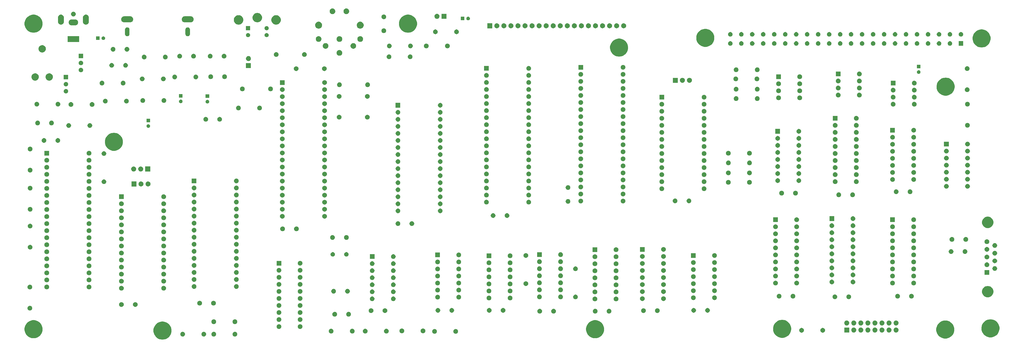
<source format=gbr>
G04 #@! TF.GenerationSoftware,KiCad,Pcbnew,(5.1.5)-3*
G04 #@! TF.CreationDate,2021-08-03T21:21:50-05:00*
G04 #@! TF.ProjectId,Vic2020mainboard,56696332-3032-4306-9d61-696e626f6172,rev?*
G04 #@! TF.SameCoordinates,Original*
G04 #@! TF.FileFunction,Soldermask,Bot*
G04 #@! TF.FilePolarity,Negative*
%FSLAX46Y46*%
G04 Gerber Fmt 4.6, Leading zero omitted, Abs format (unit mm)*
G04 Created by KiCad (PCBNEW (5.1.5)-3) date 2021-08-03 21:21:50*
%MOMM*%
%LPD*%
G04 APERTURE LIST*
%ADD10C,0.100000*%
G04 APERTURE END LIST*
D10*
G36*
X88446619Y-200974147D02*
G01*
X88948282Y-201073934D01*
X89539926Y-201319001D01*
X89883757Y-201548742D01*
X90072391Y-201674783D01*
X90525217Y-202127609D01*
X90552255Y-202168074D01*
X90880999Y-202660074D01*
X91126066Y-203251718D01*
X91153135Y-203387803D01*
X91251000Y-203879803D01*
X91251000Y-204520197D01*
X91238345Y-204583816D01*
X91126066Y-205148282D01*
X90880999Y-205739926D01*
X90636251Y-206106216D01*
X90537407Y-206254148D01*
X90525216Y-206272392D01*
X90072392Y-206725216D01*
X89539926Y-207080999D01*
X88948282Y-207326066D01*
X88634239Y-207388533D01*
X88320197Y-207451000D01*
X87679803Y-207451000D01*
X87365761Y-207388533D01*
X87051718Y-207326066D01*
X86460074Y-207080999D01*
X85927608Y-206725216D01*
X85474784Y-206272392D01*
X85462594Y-206254148D01*
X85363749Y-206106216D01*
X85119001Y-205739926D01*
X84873934Y-205148282D01*
X84761655Y-204583816D01*
X84749000Y-204520197D01*
X84749000Y-203879803D01*
X84846865Y-203387803D01*
X84873934Y-203251718D01*
X85119001Y-202660074D01*
X85447745Y-202168074D01*
X85474783Y-202127609D01*
X85927609Y-201674783D01*
X86116243Y-201548742D01*
X86460074Y-201319001D01*
X87051718Y-201073934D01*
X87553381Y-200974147D01*
X87679803Y-200949000D01*
X88320197Y-200949000D01*
X88446619Y-200974147D01*
G37*
G36*
X370721750Y-200623097D02*
G01*
X371153282Y-200708934D01*
X371744926Y-200954001D01*
X372277392Y-201309784D01*
X372730216Y-201762608D01*
X373085999Y-202295074D01*
X373278461Y-202759719D01*
X373331066Y-202886719D01*
X373456000Y-203514803D01*
X373456000Y-204155197D01*
X373450307Y-204183816D01*
X373331066Y-204783282D01*
X373085999Y-205374926D01*
X372730216Y-205907392D01*
X372277392Y-206360216D01*
X371744926Y-206715999D01*
X371153282Y-206961066D01*
X370839239Y-207023533D01*
X370525197Y-207086000D01*
X369884803Y-207086000D01*
X369570761Y-207023533D01*
X369256718Y-206961066D01*
X368665074Y-206715999D01*
X368132608Y-206360216D01*
X367679784Y-205907392D01*
X367324001Y-205374926D01*
X367078934Y-204783282D01*
X366959693Y-204183816D01*
X366954000Y-204155197D01*
X366954000Y-203514803D01*
X367078934Y-202886719D01*
X367131539Y-202759719D01*
X367324001Y-202295074D01*
X367679784Y-201762608D01*
X368132608Y-201309784D01*
X368665074Y-200954001D01*
X369256718Y-200708934D01*
X369688250Y-200623097D01*
X369884803Y-200584000D01*
X370525197Y-200584000D01*
X370721750Y-200623097D01*
G37*
G36*
X42160896Y-200519001D02*
G01*
X42477282Y-200581934D01*
X43068926Y-200827001D01*
X43453276Y-201083816D01*
X43601391Y-201182783D01*
X44054217Y-201635609D01*
X44080392Y-201674783D01*
X44409999Y-202168074D01*
X44620465Y-202676184D01*
X44655066Y-202759719D01*
X44780000Y-203387803D01*
X44780000Y-204028197D01*
X44749045Y-204183816D01*
X44655066Y-204656282D01*
X44409999Y-205247926D01*
X44185564Y-205583816D01*
X44075708Y-205748228D01*
X44054216Y-205780392D01*
X43601392Y-206233216D01*
X43068926Y-206588999D01*
X42477282Y-206834066D01*
X42163239Y-206896533D01*
X41849197Y-206959000D01*
X41208803Y-206959000D01*
X40894761Y-206896533D01*
X40580718Y-206834066D01*
X39989074Y-206588999D01*
X39456608Y-206233216D01*
X39003784Y-205780392D01*
X38982293Y-205748228D01*
X38872436Y-205583816D01*
X38648001Y-205247926D01*
X38402934Y-204656282D01*
X38308955Y-204183816D01*
X38278000Y-204028197D01*
X38278000Y-203387803D01*
X38402934Y-202759719D01*
X38437535Y-202676184D01*
X38648001Y-202168074D01*
X38977608Y-201674783D01*
X39003783Y-201635609D01*
X39456609Y-201182783D01*
X39604724Y-201083816D01*
X39989074Y-200827001D01*
X40580718Y-200581934D01*
X40897104Y-200519001D01*
X41208803Y-200457000D01*
X41849197Y-200457000D01*
X42160896Y-200519001D01*
G37*
G36*
X244598896Y-200519001D02*
G01*
X244915282Y-200581934D01*
X245506926Y-200827001D01*
X245891276Y-201083816D01*
X246039391Y-201182783D01*
X246492217Y-201635609D01*
X246518392Y-201674783D01*
X246847999Y-202168074D01*
X247058465Y-202676184D01*
X247093066Y-202759719D01*
X247218000Y-203387803D01*
X247218000Y-204028197D01*
X247187045Y-204183816D01*
X247093066Y-204656282D01*
X246847999Y-205247926D01*
X246623564Y-205583816D01*
X246513708Y-205748228D01*
X246492216Y-205780392D01*
X246039392Y-206233216D01*
X245506926Y-206588999D01*
X244915282Y-206834066D01*
X244601239Y-206896533D01*
X244287197Y-206959000D01*
X243646803Y-206959000D01*
X243332761Y-206896533D01*
X243018718Y-206834066D01*
X242427074Y-206588999D01*
X241894608Y-206233216D01*
X241441784Y-205780392D01*
X241420293Y-205748228D01*
X241310436Y-205583816D01*
X241086001Y-205247926D01*
X240840934Y-204656282D01*
X240746955Y-204183816D01*
X240716000Y-204028197D01*
X240716000Y-203387803D01*
X240840934Y-202759719D01*
X240875535Y-202676184D01*
X241086001Y-202168074D01*
X241415608Y-201674783D01*
X241441783Y-201635609D01*
X241894609Y-201182783D01*
X242042724Y-201083816D01*
X242427074Y-200827001D01*
X243018718Y-200581934D01*
X243335104Y-200519001D01*
X243646803Y-200457000D01*
X244287197Y-200457000D01*
X244598896Y-200519001D01*
G37*
G36*
X312038239Y-200392467D02*
G01*
X312352282Y-200454934D01*
X312943926Y-200700001D01*
X313476392Y-201055784D01*
X313929216Y-201508608D01*
X314284999Y-202041074D01*
X314530066Y-202632718D01*
X314530066Y-202632719D01*
X314655000Y-203260803D01*
X314655000Y-203901197D01*
X314605158Y-204151771D01*
X314530066Y-204529282D01*
X314284999Y-205120926D01*
X313929216Y-205653392D01*
X313476392Y-206106216D01*
X312943926Y-206461999D01*
X312352282Y-206707066D01*
X312038239Y-206769533D01*
X311724197Y-206832000D01*
X311083803Y-206832000D01*
X310769761Y-206769533D01*
X310455718Y-206707066D01*
X309864074Y-206461999D01*
X309331608Y-206106216D01*
X308878784Y-205653392D01*
X308523001Y-205120926D01*
X308277934Y-204529282D01*
X308202842Y-204151771D01*
X308153000Y-203901197D01*
X308153000Y-203260803D01*
X308277934Y-202632719D01*
X308277934Y-202632718D01*
X308523001Y-202041074D01*
X308878784Y-201508608D01*
X309331608Y-201055784D01*
X309864074Y-200700001D01*
X310455718Y-200454934D01*
X310769761Y-200392467D01*
X311083803Y-200330000D01*
X311724197Y-200330000D01*
X312038239Y-200392467D01*
G37*
G36*
X387134239Y-200211467D02*
G01*
X387448282Y-200273934D01*
X388039926Y-200519001D01*
X388572392Y-200874784D01*
X389025216Y-201327608D01*
X389380999Y-201860074D01*
X389626066Y-202451718D01*
X389667511Y-202660076D01*
X389751000Y-203079803D01*
X389751000Y-203720197D01*
X389712995Y-203911259D01*
X389626066Y-204348282D01*
X389380999Y-204939926D01*
X389171043Y-205254147D01*
X389062773Y-205416185D01*
X389025216Y-205472392D01*
X388572392Y-205925216D01*
X388039926Y-206280999D01*
X387448282Y-206526066D01*
X387134239Y-206588533D01*
X386820197Y-206651000D01*
X386179803Y-206651000D01*
X385865761Y-206588533D01*
X385551718Y-206526066D01*
X384960074Y-206280999D01*
X384427608Y-205925216D01*
X383974784Y-205472392D01*
X383937228Y-205416185D01*
X383828957Y-205254147D01*
X383619001Y-204939926D01*
X383373934Y-204348282D01*
X383287005Y-203911259D01*
X383249000Y-203720197D01*
X383249000Y-203079803D01*
X383332489Y-202660076D01*
X383373934Y-202451718D01*
X383619001Y-201860074D01*
X383974784Y-201327608D01*
X384427608Y-200874784D01*
X384960074Y-200519001D01*
X385551718Y-200273934D01*
X385865761Y-200211467D01*
X386179803Y-200149000D01*
X386820197Y-200149000D01*
X387134239Y-200211467D01*
G37*
G36*
X103148228Y-204681703D02*
G01*
X103303100Y-204745853D01*
X103442481Y-204838985D01*
X103561015Y-204957519D01*
X103654147Y-205096900D01*
X103718297Y-205251772D01*
X103751000Y-205416184D01*
X103751000Y-205583816D01*
X103718297Y-205748228D01*
X103654147Y-205903100D01*
X103561015Y-206042481D01*
X103442481Y-206161015D01*
X103303100Y-206254147D01*
X103148228Y-206318297D01*
X102983816Y-206351000D01*
X102816184Y-206351000D01*
X102651772Y-206318297D01*
X102496900Y-206254147D01*
X102357519Y-206161015D01*
X102238985Y-206042481D01*
X102145853Y-205903100D01*
X102081703Y-205748228D01*
X102049000Y-205583816D01*
X102049000Y-205416184D01*
X102081703Y-205251772D01*
X102145853Y-205096900D01*
X102238985Y-204957519D01*
X102357519Y-204838985D01*
X102496900Y-204745853D01*
X102651772Y-204681703D01*
X102816184Y-204649000D01*
X102983816Y-204649000D01*
X103148228Y-204681703D01*
G37*
G36*
X114368228Y-204681703D02*
G01*
X114523100Y-204745853D01*
X114662481Y-204838985D01*
X114781015Y-204957519D01*
X114874147Y-205096900D01*
X114938297Y-205251772D01*
X114971000Y-205416184D01*
X114971000Y-205583816D01*
X114938297Y-205748228D01*
X114874147Y-205903100D01*
X114781015Y-206042481D01*
X114662481Y-206161015D01*
X114523100Y-206254147D01*
X114368228Y-206318297D01*
X114203816Y-206351000D01*
X114036184Y-206351000D01*
X113871772Y-206318297D01*
X113716900Y-206254147D01*
X113577519Y-206161015D01*
X113458985Y-206042481D01*
X113365853Y-205903100D01*
X113301703Y-205748228D01*
X113269000Y-205583816D01*
X113269000Y-205416184D01*
X113301703Y-205251772D01*
X113365853Y-205096900D01*
X113458985Y-204957519D01*
X113577519Y-204838985D01*
X113716900Y-204745853D01*
X113871772Y-204681703D01*
X114036184Y-204649000D01*
X114203816Y-204649000D01*
X114368228Y-204681703D01*
G37*
G36*
X106748228Y-204681703D02*
G01*
X106903100Y-204745853D01*
X107042481Y-204838985D01*
X107161015Y-204957519D01*
X107254147Y-205096900D01*
X107318297Y-205251772D01*
X107351000Y-205416184D01*
X107351000Y-205583816D01*
X107318297Y-205748228D01*
X107254147Y-205903100D01*
X107161015Y-206042481D01*
X107042481Y-206161015D01*
X106903100Y-206254147D01*
X106748228Y-206318297D01*
X106583816Y-206351000D01*
X106416184Y-206351000D01*
X106251772Y-206318297D01*
X106096900Y-206254147D01*
X105957519Y-206161015D01*
X105838985Y-206042481D01*
X105745853Y-205903100D01*
X105681703Y-205748228D01*
X105649000Y-205583816D01*
X105649000Y-205416184D01*
X105681703Y-205251772D01*
X105745853Y-205096900D01*
X105838985Y-204957519D01*
X105957519Y-204838985D01*
X106096900Y-204745853D01*
X106251772Y-204681703D01*
X106416184Y-204649000D01*
X106583816Y-204649000D01*
X106748228Y-204681703D01*
G37*
G36*
X95528228Y-204681703D02*
G01*
X95683100Y-204745853D01*
X95822481Y-204838985D01*
X95941015Y-204957519D01*
X96034147Y-205096900D01*
X96098297Y-205251772D01*
X96131000Y-205416184D01*
X96131000Y-205583816D01*
X96098297Y-205748228D01*
X96034147Y-205903100D01*
X95941015Y-206042481D01*
X95822481Y-206161015D01*
X95683100Y-206254147D01*
X95528228Y-206318297D01*
X95363816Y-206351000D01*
X95196184Y-206351000D01*
X95031772Y-206318297D01*
X94876900Y-206254147D01*
X94737519Y-206161015D01*
X94618985Y-206042481D01*
X94525853Y-205903100D01*
X94461703Y-205748228D01*
X94429000Y-205583816D01*
X94429000Y-205416184D01*
X94461703Y-205251772D01*
X94525853Y-205096900D01*
X94618985Y-204957519D01*
X94737519Y-204838985D01*
X94876900Y-204745853D01*
X95031772Y-204681703D01*
X95196184Y-204649000D01*
X95363816Y-204649000D01*
X95528228Y-204681703D01*
G37*
G36*
X193968228Y-203681703D02*
G01*
X194123100Y-203745853D01*
X194262481Y-203838985D01*
X194381015Y-203957519D01*
X194474147Y-204096900D01*
X194538297Y-204251772D01*
X194571000Y-204416184D01*
X194571000Y-204583816D01*
X194538297Y-204748228D01*
X194474147Y-204903100D01*
X194381015Y-205042481D01*
X194262481Y-205161015D01*
X194123100Y-205254147D01*
X193968228Y-205318297D01*
X193803816Y-205351000D01*
X193636184Y-205351000D01*
X193471772Y-205318297D01*
X193316900Y-205254147D01*
X193177519Y-205161015D01*
X193058985Y-205042481D01*
X192965853Y-204903100D01*
X192901703Y-204748228D01*
X192869000Y-204583816D01*
X192869000Y-204416184D01*
X192901703Y-204251772D01*
X192965853Y-204096900D01*
X193058985Y-203957519D01*
X193177519Y-203838985D01*
X193316900Y-203745853D01*
X193471772Y-203681703D01*
X193636184Y-203649000D01*
X193803816Y-203649000D01*
X193968228Y-203681703D01*
G37*
G36*
X186348228Y-203681703D02*
G01*
X186503100Y-203745853D01*
X186642481Y-203838985D01*
X186761015Y-203957519D01*
X186854147Y-204096900D01*
X186918297Y-204251772D01*
X186951000Y-204416184D01*
X186951000Y-204583816D01*
X186918297Y-204748228D01*
X186854147Y-204903100D01*
X186761015Y-205042481D01*
X186642481Y-205161015D01*
X186503100Y-205254147D01*
X186348228Y-205318297D01*
X186183816Y-205351000D01*
X186016184Y-205351000D01*
X185851772Y-205318297D01*
X185696900Y-205254147D01*
X185557519Y-205161015D01*
X185438985Y-205042481D01*
X185345853Y-204903100D01*
X185281703Y-204748228D01*
X185249000Y-204583816D01*
X185249000Y-204416184D01*
X185281703Y-204251772D01*
X185345853Y-204096900D01*
X185438985Y-203957519D01*
X185557519Y-203838985D01*
X185696900Y-203745853D01*
X185851772Y-203681703D01*
X186016184Y-203649000D01*
X186183816Y-203649000D01*
X186348228Y-203681703D01*
G37*
G36*
X156668228Y-203581703D02*
G01*
X156823100Y-203645853D01*
X156962481Y-203738985D01*
X157081015Y-203857519D01*
X157174147Y-203996900D01*
X157238297Y-204151772D01*
X157271000Y-204316184D01*
X157271000Y-204483816D01*
X157238297Y-204648228D01*
X157174147Y-204803100D01*
X157081015Y-204942481D01*
X156962481Y-205061015D01*
X156823100Y-205154147D01*
X156668228Y-205218297D01*
X156503816Y-205251000D01*
X156336184Y-205251000D01*
X156171772Y-205218297D01*
X156016900Y-205154147D01*
X155877519Y-205061015D01*
X155758985Y-204942481D01*
X155665853Y-204803100D01*
X155601703Y-204648228D01*
X155569000Y-204483816D01*
X155569000Y-204316184D01*
X155601703Y-204151772D01*
X155665853Y-203996900D01*
X155758985Y-203857519D01*
X155877519Y-203738985D01*
X156016900Y-203645853D01*
X156171772Y-203581703D01*
X156336184Y-203549000D01*
X156503816Y-203549000D01*
X156668228Y-203581703D01*
G37*
G36*
X149048228Y-203581703D02*
G01*
X149203100Y-203645853D01*
X149342481Y-203738985D01*
X149461015Y-203857519D01*
X149554147Y-203996900D01*
X149618297Y-204151772D01*
X149651000Y-204316184D01*
X149651000Y-204483816D01*
X149618297Y-204648228D01*
X149554147Y-204803100D01*
X149461015Y-204942481D01*
X149342481Y-205061015D01*
X149203100Y-205154147D01*
X149048228Y-205218297D01*
X148883816Y-205251000D01*
X148716184Y-205251000D01*
X148551772Y-205218297D01*
X148396900Y-205154147D01*
X148257519Y-205061015D01*
X148138985Y-204942481D01*
X148045853Y-204803100D01*
X147981703Y-204648228D01*
X147949000Y-204483816D01*
X147949000Y-204316184D01*
X147981703Y-204151772D01*
X148045853Y-203996900D01*
X148138985Y-203857519D01*
X148257519Y-203738985D01*
X148396900Y-203645853D01*
X148551772Y-203581703D01*
X148716184Y-203549000D01*
X148883816Y-203549000D01*
X149048228Y-203581703D01*
G37*
G36*
X168968228Y-203581703D02*
G01*
X169123100Y-203645853D01*
X169262481Y-203738985D01*
X169381015Y-203857519D01*
X169474147Y-203996900D01*
X169538297Y-204151772D01*
X169571000Y-204316184D01*
X169571000Y-204483816D01*
X169538297Y-204648228D01*
X169474147Y-204803100D01*
X169381015Y-204942481D01*
X169262481Y-205061015D01*
X169123100Y-205154147D01*
X168968228Y-205218297D01*
X168803816Y-205251000D01*
X168636184Y-205251000D01*
X168471772Y-205218297D01*
X168316900Y-205154147D01*
X168177519Y-205061015D01*
X168058985Y-204942481D01*
X167965853Y-204803100D01*
X167901703Y-204648228D01*
X167869000Y-204483816D01*
X167869000Y-204316184D01*
X167901703Y-204151772D01*
X167965853Y-203996900D01*
X168058985Y-203857519D01*
X168177519Y-203738985D01*
X168316900Y-203645853D01*
X168471772Y-203581703D01*
X168636184Y-203549000D01*
X168803816Y-203549000D01*
X168968228Y-203581703D01*
G37*
G36*
X161348228Y-203581703D02*
G01*
X161503100Y-203645853D01*
X161642481Y-203738985D01*
X161761015Y-203857519D01*
X161854147Y-203996900D01*
X161918297Y-204151772D01*
X161951000Y-204316184D01*
X161951000Y-204483816D01*
X161918297Y-204648228D01*
X161854147Y-204803100D01*
X161761015Y-204942481D01*
X161642481Y-205061015D01*
X161503100Y-205154147D01*
X161348228Y-205218297D01*
X161183816Y-205251000D01*
X161016184Y-205251000D01*
X160851772Y-205218297D01*
X160696900Y-205154147D01*
X160557519Y-205061015D01*
X160438985Y-204942481D01*
X160345853Y-204803100D01*
X160281703Y-204648228D01*
X160249000Y-204483816D01*
X160249000Y-204316184D01*
X160281703Y-204151772D01*
X160345853Y-203996900D01*
X160438985Y-203857519D01*
X160557519Y-203738985D01*
X160696900Y-203645853D01*
X160851772Y-203581703D01*
X161016184Y-203549000D01*
X161183816Y-203549000D01*
X161348228Y-203581703D01*
G37*
G36*
X174548228Y-203481703D02*
G01*
X174703100Y-203545853D01*
X174842481Y-203638985D01*
X174961015Y-203757519D01*
X175054147Y-203896900D01*
X175118297Y-204051772D01*
X175151000Y-204216184D01*
X175151000Y-204383816D01*
X175118297Y-204548228D01*
X175054147Y-204703100D01*
X174961015Y-204842481D01*
X174842481Y-204961015D01*
X174703100Y-205054147D01*
X174548228Y-205118297D01*
X174383816Y-205151000D01*
X174216184Y-205151000D01*
X174051772Y-205118297D01*
X173896900Y-205054147D01*
X173757519Y-204961015D01*
X173638985Y-204842481D01*
X173545853Y-204703100D01*
X173481703Y-204548228D01*
X173449000Y-204383816D01*
X173449000Y-204216184D01*
X173481703Y-204051772D01*
X173545853Y-203896900D01*
X173638985Y-203757519D01*
X173757519Y-203638985D01*
X173896900Y-203545853D01*
X174051772Y-203481703D01*
X174216184Y-203449000D01*
X174383816Y-203449000D01*
X174548228Y-203481703D01*
G37*
G36*
X182168228Y-203481703D02*
G01*
X182323100Y-203545853D01*
X182462481Y-203638985D01*
X182581015Y-203757519D01*
X182674147Y-203896900D01*
X182738297Y-204051772D01*
X182771000Y-204216184D01*
X182771000Y-204383816D01*
X182738297Y-204548228D01*
X182674147Y-204703100D01*
X182581015Y-204842481D01*
X182462481Y-204961015D01*
X182323100Y-205054147D01*
X182168228Y-205118297D01*
X182003816Y-205151000D01*
X181836184Y-205151000D01*
X181671772Y-205118297D01*
X181516900Y-205054147D01*
X181377519Y-204961015D01*
X181258985Y-204842481D01*
X181165853Y-204703100D01*
X181101703Y-204548228D01*
X181069000Y-204383816D01*
X181069000Y-204216184D01*
X181101703Y-204051772D01*
X181165853Y-203896900D01*
X181258985Y-203757519D01*
X181377519Y-203638985D01*
X181516900Y-203545853D01*
X181671772Y-203481703D01*
X181836184Y-203449000D01*
X182003816Y-203449000D01*
X182168228Y-203481703D01*
G37*
G36*
X326268228Y-203281703D02*
G01*
X326423100Y-203345853D01*
X326562481Y-203438985D01*
X326681015Y-203557519D01*
X326774147Y-203696900D01*
X326838297Y-203851772D01*
X326871000Y-204016184D01*
X326871000Y-204183816D01*
X326838297Y-204348228D01*
X326774147Y-204503100D01*
X326681015Y-204642481D01*
X326562481Y-204761015D01*
X326423100Y-204854147D01*
X326268228Y-204918297D01*
X326103816Y-204951000D01*
X325936184Y-204951000D01*
X325771772Y-204918297D01*
X325616900Y-204854147D01*
X325477519Y-204761015D01*
X325358985Y-204642481D01*
X325265853Y-204503100D01*
X325201703Y-204348228D01*
X325169000Y-204183816D01*
X325169000Y-204016184D01*
X325201703Y-203851772D01*
X325265853Y-203696900D01*
X325358985Y-203557519D01*
X325477519Y-203438985D01*
X325616900Y-203345853D01*
X325771772Y-203281703D01*
X325936184Y-203249000D01*
X326103816Y-203249000D01*
X326268228Y-203281703D01*
G37*
G36*
X318648228Y-203281703D02*
G01*
X318803100Y-203345853D01*
X318942481Y-203438985D01*
X319061015Y-203557519D01*
X319154147Y-203696900D01*
X319218297Y-203851772D01*
X319251000Y-204016184D01*
X319251000Y-204183816D01*
X319218297Y-204348228D01*
X319154147Y-204503100D01*
X319061015Y-204642481D01*
X318942481Y-204761015D01*
X318803100Y-204854147D01*
X318648228Y-204918297D01*
X318483816Y-204951000D01*
X318316184Y-204951000D01*
X318151772Y-204918297D01*
X317996900Y-204854147D01*
X317857519Y-204761015D01*
X317738985Y-204642481D01*
X317645853Y-204503100D01*
X317581703Y-204348228D01*
X317549000Y-204183816D01*
X317549000Y-204016184D01*
X317581703Y-203851772D01*
X317645853Y-203696900D01*
X317738985Y-203557519D01*
X317857519Y-203438985D01*
X317996900Y-203345853D01*
X318151772Y-203281703D01*
X318316184Y-203249000D01*
X318483816Y-203249000D01*
X318648228Y-203281703D01*
G37*
G36*
X339873512Y-203103927D02*
G01*
X340022812Y-203133624D01*
X340186784Y-203201544D01*
X340334354Y-203300147D01*
X340459853Y-203425646D01*
X340558456Y-203573216D01*
X340626376Y-203737188D01*
X340650311Y-203857520D01*
X340658999Y-203901196D01*
X340661000Y-203911259D01*
X340661000Y-204088741D01*
X340626376Y-204262812D01*
X340558456Y-204426784D01*
X340459853Y-204574354D01*
X340334354Y-204699853D01*
X340186784Y-204798456D01*
X340022812Y-204866376D01*
X339873512Y-204896073D01*
X339848742Y-204901000D01*
X339671258Y-204901000D01*
X339646488Y-204896073D01*
X339497188Y-204866376D01*
X339333216Y-204798456D01*
X339185646Y-204699853D01*
X339060147Y-204574354D01*
X338961544Y-204426784D01*
X338893624Y-204262812D01*
X338859000Y-204088741D01*
X338859000Y-203911259D01*
X338861002Y-203901196D01*
X338869689Y-203857520D01*
X338893624Y-203737188D01*
X338961544Y-203573216D01*
X339060147Y-203425646D01*
X339185646Y-203300147D01*
X339333216Y-203201544D01*
X339497188Y-203133624D01*
X339646488Y-203103927D01*
X339671258Y-203099000D01*
X339848742Y-203099000D01*
X339873512Y-203103927D01*
G37*
G36*
X344953512Y-203103927D02*
G01*
X345102812Y-203133624D01*
X345266784Y-203201544D01*
X345414354Y-203300147D01*
X345539853Y-203425646D01*
X345638456Y-203573216D01*
X345706376Y-203737188D01*
X345730311Y-203857520D01*
X345738999Y-203901196D01*
X345741000Y-203911259D01*
X345741000Y-204088741D01*
X345706376Y-204262812D01*
X345638456Y-204426784D01*
X345539853Y-204574354D01*
X345414354Y-204699853D01*
X345266784Y-204798456D01*
X345102812Y-204866376D01*
X344953512Y-204896073D01*
X344928742Y-204901000D01*
X344751258Y-204901000D01*
X344726488Y-204896073D01*
X344577188Y-204866376D01*
X344413216Y-204798456D01*
X344265646Y-204699853D01*
X344140147Y-204574354D01*
X344041544Y-204426784D01*
X343973624Y-204262812D01*
X343939000Y-204088741D01*
X343939000Y-203911259D01*
X343941002Y-203901196D01*
X343949689Y-203857520D01*
X343973624Y-203737188D01*
X344041544Y-203573216D01*
X344140147Y-203425646D01*
X344265646Y-203300147D01*
X344413216Y-203201544D01*
X344577188Y-203133624D01*
X344726488Y-203103927D01*
X344751258Y-203099000D01*
X344928742Y-203099000D01*
X344953512Y-203103927D01*
G37*
G36*
X335581000Y-204901000D02*
G01*
X333779000Y-204901000D01*
X333779000Y-203099000D01*
X335581000Y-203099000D01*
X335581000Y-204901000D01*
G37*
G36*
X347493512Y-203103927D02*
G01*
X347642812Y-203133624D01*
X347806784Y-203201544D01*
X347954354Y-203300147D01*
X348079853Y-203425646D01*
X348178456Y-203573216D01*
X348246376Y-203737188D01*
X348270311Y-203857520D01*
X348278999Y-203901196D01*
X348281000Y-203911259D01*
X348281000Y-204088741D01*
X348246376Y-204262812D01*
X348178456Y-204426784D01*
X348079853Y-204574354D01*
X347954354Y-204699853D01*
X347806784Y-204798456D01*
X347642812Y-204866376D01*
X347493512Y-204896073D01*
X347468742Y-204901000D01*
X347291258Y-204901000D01*
X347266488Y-204896073D01*
X347117188Y-204866376D01*
X346953216Y-204798456D01*
X346805646Y-204699853D01*
X346680147Y-204574354D01*
X346581544Y-204426784D01*
X346513624Y-204262812D01*
X346479000Y-204088741D01*
X346479000Y-203911259D01*
X346481002Y-203901196D01*
X346489689Y-203857520D01*
X346513624Y-203737188D01*
X346581544Y-203573216D01*
X346680147Y-203425646D01*
X346805646Y-203300147D01*
X346953216Y-203201544D01*
X347117188Y-203133624D01*
X347266488Y-203103927D01*
X347291258Y-203099000D01*
X347468742Y-203099000D01*
X347493512Y-203103927D01*
G37*
G36*
X337333512Y-203103927D02*
G01*
X337482812Y-203133624D01*
X337646784Y-203201544D01*
X337794354Y-203300147D01*
X337919853Y-203425646D01*
X338018456Y-203573216D01*
X338086376Y-203737188D01*
X338110311Y-203857520D01*
X338118999Y-203901196D01*
X338121000Y-203911259D01*
X338121000Y-204088741D01*
X338086376Y-204262812D01*
X338018456Y-204426784D01*
X337919853Y-204574354D01*
X337794354Y-204699853D01*
X337646784Y-204798456D01*
X337482812Y-204866376D01*
X337333512Y-204896073D01*
X337308742Y-204901000D01*
X337131258Y-204901000D01*
X337106488Y-204896073D01*
X336957188Y-204866376D01*
X336793216Y-204798456D01*
X336645646Y-204699853D01*
X336520147Y-204574354D01*
X336421544Y-204426784D01*
X336353624Y-204262812D01*
X336319000Y-204088741D01*
X336319000Y-203911259D01*
X336321002Y-203901196D01*
X336329689Y-203857520D01*
X336353624Y-203737188D01*
X336421544Y-203573216D01*
X336520147Y-203425646D01*
X336645646Y-203300147D01*
X336793216Y-203201544D01*
X336957188Y-203133624D01*
X337106488Y-203103927D01*
X337131258Y-203099000D01*
X337308742Y-203099000D01*
X337333512Y-203103927D01*
G37*
G36*
X350033512Y-203103927D02*
G01*
X350182812Y-203133624D01*
X350346784Y-203201544D01*
X350494354Y-203300147D01*
X350619853Y-203425646D01*
X350718456Y-203573216D01*
X350786376Y-203737188D01*
X350810311Y-203857520D01*
X350818999Y-203901196D01*
X350821000Y-203911259D01*
X350821000Y-204088741D01*
X350786376Y-204262812D01*
X350718456Y-204426784D01*
X350619853Y-204574354D01*
X350494354Y-204699853D01*
X350346784Y-204798456D01*
X350182812Y-204866376D01*
X350033512Y-204896073D01*
X350008742Y-204901000D01*
X349831258Y-204901000D01*
X349806488Y-204896073D01*
X349657188Y-204866376D01*
X349493216Y-204798456D01*
X349345646Y-204699853D01*
X349220147Y-204574354D01*
X349121544Y-204426784D01*
X349053624Y-204262812D01*
X349019000Y-204088741D01*
X349019000Y-203911259D01*
X349021002Y-203901196D01*
X349029689Y-203857520D01*
X349053624Y-203737188D01*
X349121544Y-203573216D01*
X349220147Y-203425646D01*
X349345646Y-203300147D01*
X349493216Y-203201544D01*
X349657188Y-203133624D01*
X349806488Y-203103927D01*
X349831258Y-203099000D01*
X350008742Y-203099000D01*
X350033512Y-203103927D01*
G37*
G36*
X352573512Y-203103927D02*
G01*
X352722812Y-203133624D01*
X352886784Y-203201544D01*
X353034354Y-203300147D01*
X353159853Y-203425646D01*
X353258456Y-203573216D01*
X353326376Y-203737188D01*
X353350311Y-203857520D01*
X353358999Y-203901196D01*
X353361000Y-203911259D01*
X353361000Y-204088741D01*
X353326376Y-204262812D01*
X353258456Y-204426784D01*
X353159853Y-204574354D01*
X353034354Y-204699853D01*
X352886784Y-204798456D01*
X352722812Y-204866376D01*
X352573512Y-204896073D01*
X352548742Y-204901000D01*
X352371258Y-204901000D01*
X352346488Y-204896073D01*
X352197188Y-204866376D01*
X352033216Y-204798456D01*
X351885646Y-204699853D01*
X351760147Y-204574354D01*
X351661544Y-204426784D01*
X351593624Y-204262812D01*
X351559000Y-204088741D01*
X351559000Y-203911259D01*
X351561002Y-203901196D01*
X351569689Y-203857520D01*
X351593624Y-203737188D01*
X351661544Y-203573216D01*
X351760147Y-203425646D01*
X351885646Y-203300147D01*
X352033216Y-203201544D01*
X352197188Y-203133624D01*
X352346488Y-203103927D01*
X352371258Y-203099000D01*
X352548742Y-203099000D01*
X352573512Y-203103927D01*
G37*
G36*
X342413512Y-203103927D02*
G01*
X342562812Y-203133624D01*
X342726784Y-203201544D01*
X342874354Y-203300147D01*
X342999853Y-203425646D01*
X343098456Y-203573216D01*
X343166376Y-203737188D01*
X343190311Y-203857520D01*
X343198999Y-203901196D01*
X343201000Y-203911259D01*
X343201000Y-204088741D01*
X343166376Y-204262812D01*
X343098456Y-204426784D01*
X342999853Y-204574354D01*
X342874354Y-204699853D01*
X342726784Y-204798456D01*
X342562812Y-204866376D01*
X342413512Y-204896073D01*
X342388742Y-204901000D01*
X342211258Y-204901000D01*
X342186488Y-204896073D01*
X342037188Y-204866376D01*
X341873216Y-204798456D01*
X341725646Y-204699853D01*
X341600147Y-204574354D01*
X341501544Y-204426784D01*
X341433624Y-204262812D01*
X341399000Y-204088741D01*
X341399000Y-203911259D01*
X341401002Y-203901196D01*
X341409689Y-203857520D01*
X341433624Y-203737188D01*
X341501544Y-203573216D01*
X341600147Y-203425646D01*
X341725646Y-203300147D01*
X341873216Y-203201544D01*
X342037188Y-203133624D01*
X342186488Y-203103927D01*
X342211258Y-203099000D01*
X342388742Y-203099000D01*
X342413512Y-203103927D01*
G37*
G36*
X130248228Y-201941703D02*
G01*
X130403100Y-202005853D01*
X130542481Y-202098985D01*
X130661015Y-202217519D01*
X130754147Y-202356900D01*
X130818297Y-202511772D01*
X130851000Y-202676184D01*
X130851000Y-202843816D01*
X130818297Y-203008228D01*
X130754147Y-203163100D01*
X130661015Y-203302481D01*
X130542481Y-203421015D01*
X130403100Y-203514147D01*
X130248228Y-203578297D01*
X130083816Y-203611000D01*
X129916184Y-203611000D01*
X129751772Y-203578297D01*
X129596900Y-203514147D01*
X129457519Y-203421015D01*
X129338985Y-203302481D01*
X129245853Y-203163100D01*
X129181703Y-203008228D01*
X129149000Y-202843816D01*
X129149000Y-202676184D01*
X129181703Y-202511772D01*
X129245853Y-202356900D01*
X129338985Y-202217519D01*
X129457519Y-202098985D01*
X129596900Y-202005853D01*
X129751772Y-201941703D01*
X129916184Y-201909000D01*
X130083816Y-201909000D01*
X130248228Y-201941703D01*
G37*
G36*
X137868228Y-201941703D02*
G01*
X138023100Y-202005853D01*
X138162481Y-202098985D01*
X138281015Y-202217519D01*
X138374147Y-202356900D01*
X138438297Y-202511772D01*
X138471000Y-202676184D01*
X138471000Y-202843816D01*
X138438297Y-203008228D01*
X138374147Y-203163100D01*
X138281015Y-203302481D01*
X138162481Y-203421015D01*
X138023100Y-203514147D01*
X137868228Y-203578297D01*
X137703816Y-203611000D01*
X137536184Y-203611000D01*
X137371772Y-203578297D01*
X137216900Y-203514147D01*
X137077519Y-203421015D01*
X136958985Y-203302481D01*
X136865853Y-203163100D01*
X136801703Y-203008228D01*
X136769000Y-202843816D01*
X136769000Y-202676184D01*
X136801703Y-202511772D01*
X136865853Y-202356900D01*
X136958985Y-202217519D01*
X137077519Y-202098985D01*
X137216900Y-202005853D01*
X137371772Y-201941703D01*
X137536184Y-201909000D01*
X137703816Y-201909000D01*
X137868228Y-201941703D01*
G37*
G36*
X350033512Y-200563927D02*
G01*
X350182812Y-200593624D01*
X350346784Y-200661544D01*
X350494354Y-200760147D01*
X350619853Y-200885646D01*
X350718456Y-201033216D01*
X350786376Y-201197188D01*
X350821000Y-201371259D01*
X350821000Y-201548741D01*
X350786376Y-201722812D01*
X350718456Y-201886784D01*
X350619853Y-202034354D01*
X350494354Y-202159853D01*
X350346784Y-202258456D01*
X350182812Y-202326376D01*
X350033512Y-202356073D01*
X350008742Y-202361000D01*
X349831258Y-202361000D01*
X349806488Y-202356073D01*
X349657188Y-202326376D01*
X349493216Y-202258456D01*
X349345646Y-202159853D01*
X349220147Y-202034354D01*
X349121544Y-201886784D01*
X349053624Y-201722812D01*
X349019000Y-201548741D01*
X349019000Y-201371259D01*
X349053624Y-201197188D01*
X349121544Y-201033216D01*
X349220147Y-200885646D01*
X349345646Y-200760147D01*
X349493216Y-200661544D01*
X349657188Y-200593624D01*
X349806488Y-200563927D01*
X349831258Y-200559000D01*
X350008742Y-200559000D01*
X350033512Y-200563927D01*
G37*
G36*
X334793512Y-200563927D02*
G01*
X334942812Y-200593624D01*
X335106784Y-200661544D01*
X335254354Y-200760147D01*
X335379853Y-200885646D01*
X335478456Y-201033216D01*
X335546376Y-201197188D01*
X335581000Y-201371259D01*
X335581000Y-201548741D01*
X335546376Y-201722812D01*
X335478456Y-201886784D01*
X335379853Y-202034354D01*
X335254354Y-202159853D01*
X335106784Y-202258456D01*
X334942812Y-202326376D01*
X334793512Y-202356073D01*
X334768742Y-202361000D01*
X334591258Y-202361000D01*
X334566488Y-202356073D01*
X334417188Y-202326376D01*
X334253216Y-202258456D01*
X334105646Y-202159853D01*
X333980147Y-202034354D01*
X333881544Y-201886784D01*
X333813624Y-201722812D01*
X333779000Y-201548741D01*
X333779000Y-201371259D01*
X333813624Y-201197188D01*
X333881544Y-201033216D01*
X333980147Y-200885646D01*
X334105646Y-200760147D01*
X334253216Y-200661544D01*
X334417188Y-200593624D01*
X334566488Y-200563927D01*
X334591258Y-200559000D01*
X334768742Y-200559000D01*
X334793512Y-200563927D01*
G37*
G36*
X337333512Y-200563927D02*
G01*
X337482812Y-200593624D01*
X337646784Y-200661544D01*
X337794354Y-200760147D01*
X337919853Y-200885646D01*
X338018456Y-201033216D01*
X338086376Y-201197188D01*
X338121000Y-201371259D01*
X338121000Y-201548741D01*
X338086376Y-201722812D01*
X338018456Y-201886784D01*
X337919853Y-202034354D01*
X337794354Y-202159853D01*
X337646784Y-202258456D01*
X337482812Y-202326376D01*
X337333512Y-202356073D01*
X337308742Y-202361000D01*
X337131258Y-202361000D01*
X337106488Y-202356073D01*
X336957188Y-202326376D01*
X336793216Y-202258456D01*
X336645646Y-202159853D01*
X336520147Y-202034354D01*
X336421544Y-201886784D01*
X336353624Y-201722812D01*
X336319000Y-201548741D01*
X336319000Y-201371259D01*
X336353624Y-201197188D01*
X336421544Y-201033216D01*
X336520147Y-200885646D01*
X336645646Y-200760147D01*
X336793216Y-200661544D01*
X336957188Y-200593624D01*
X337106488Y-200563927D01*
X337131258Y-200559000D01*
X337308742Y-200559000D01*
X337333512Y-200563927D01*
G37*
G36*
X339873512Y-200563927D02*
G01*
X340022812Y-200593624D01*
X340186784Y-200661544D01*
X340334354Y-200760147D01*
X340459853Y-200885646D01*
X340558456Y-201033216D01*
X340626376Y-201197188D01*
X340661000Y-201371259D01*
X340661000Y-201548741D01*
X340626376Y-201722812D01*
X340558456Y-201886784D01*
X340459853Y-202034354D01*
X340334354Y-202159853D01*
X340186784Y-202258456D01*
X340022812Y-202326376D01*
X339873512Y-202356073D01*
X339848742Y-202361000D01*
X339671258Y-202361000D01*
X339646488Y-202356073D01*
X339497188Y-202326376D01*
X339333216Y-202258456D01*
X339185646Y-202159853D01*
X339060147Y-202034354D01*
X338961544Y-201886784D01*
X338893624Y-201722812D01*
X338859000Y-201548741D01*
X338859000Y-201371259D01*
X338893624Y-201197188D01*
X338961544Y-201033216D01*
X339060147Y-200885646D01*
X339185646Y-200760147D01*
X339333216Y-200661544D01*
X339497188Y-200593624D01*
X339646488Y-200563927D01*
X339671258Y-200559000D01*
X339848742Y-200559000D01*
X339873512Y-200563927D01*
G37*
G36*
X347493512Y-200563927D02*
G01*
X347642812Y-200593624D01*
X347806784Y-200661544D01*
X347954354Y-200760147D01*
X348079853Y-200885646D01*
X348178456Y-201033216D01*
X348246376Y-201197188D01*
X348281000Y-201371259D01*
X348281000Y-201548741D01*
X348246376Y-201722812D01*
X348178456Y-201886784D01*
X348079853Y-202034354D01*
X347954354Y-202159853D01*
X347806784Y-202258456D01*
X347642812Y-202326376D01*
X347493512Y-202356073D01*
X347468742Y-202361000D01*
X347291258Y-202361000D01*
X347266488Y-202356073D01*
X347117188Y-202326376D01*
X346953216Y-202258456D01*
X346805646Y-202159853D01*
X346680147Y-202034354D01*
X346581544Y-201886784D01*
X346513624Y-201722812D01*
X346479000Y-201548741D01*
X346479000Y-201371259D01*
X346513624Y-201197188D01*
X346581544Y-201033216D01*
X346680147Y-200885646D01*
X346805646Y-200760147D01*
X346953216Y-200661544D01*
X347117188Y-200593624D01*
X347266488Y-200563927D01*
X347291258Y-200559000D01*
X347468742Y-200559000D01*
X347493512Y-200563927D01*
G37*
G36*
X352573512Y-200563927D02*
G01*
X352722812Y-200593624D01*
X352886784Y-200661544D01*
X353034354Y-200760147D01*
X353159853Y-200885646D01*
X353258456Y-201033216D01*
X353326376Y-201197188D01*
X353361000Y-201371259D01*
X353361000Y-201548741D01*
X353326376Y-201722812D01*
X353258456Y-201886784D01*
X353159853Y-202034354D01*
X353034354Y-202159853D01*
X352886784Y-202258456D01*
X352722812Y-202326376D01*
X352573512Y-202356073D01*
X352548742Y-202361000D01*
X352371258Y-202361000D01*
X352346488Y-202356073D01*
X352197188Y-202326376D01*
X352033216Y-202258456D01*
X351885646Y-202159853D01*
X351760147Y-202034354D01*
X351661544Y-201886784D01*
X351593624Y-201722812D01*
X351559000Y-201548741D01*
X351559000Y-201371259D01*
X351593624Y-201197188D01*
X351661544Y-201033216D01*
X351760147Y-200885646D01*
X351885646Y-200760147D01*
X352033216Y-200661544D01*
X352197188Y-200593624D01*
X352346488Y-200563927D01*
X352371258Y-200559000D01*
X352548742Y-200559000D01*
X352573512Y-200563927D01*
G37*
G36*
X342413512Y-200563927D02*
G01*
X342562812Y-200593624D01*
X342726784Y-200661544D01*
X342874354Y-200760147D01*
X342999853Y-200885646D01*
X343098456Y-201033216D01*
X343166376Y-201197188D01*
X343201000Y-201371259D01*
X343201000Y-201548741D01*
X343166376Y-201722812D01*
X343098456Y-201886784D01*
X342999853Y-202034354D01*
X342874354Y-202159853D01*
X342726784Y-202258456D01*
X342562812Y-202326376D01*
X342413512Y-202356073D01*
X342388742Y-202361000D01*
X342211258Y-202361000D01*
X342186488Y-202356073D01*
X342037188Y-202326376D01*
X341873216Y-202258456D01*
X341725646Y-202159853D01*
X341600147Y-202034354D01*
X341501544Y-201886784D01*
X341433624Y-201722812D01*
X341399000Y-201548741D01*
X341399000Y-201371259D01*
X341433624Y-201197188D01*
X341501544Y-201033216D01*
X341600147Y-200885646D01*
X341725646Y-200760147D01*
X341873216Y-200661544D01*
X342037188Y-200593624D01*
X342186488Y-200563927D01*
X342211258Y-200559000D01*
X342388742Y-200559000D01*
X342413512Y-200563927D01*
G37*
G36*
X344953512Y-200563927D02*
G01*
X345102812Y-200593624D01*
X345266784Y-200661544D01*
X345414354Y-200760147D01*
X345539853Y-200885646D01*
X345638456Y-201033216D01*
X345706376Y-201197188D01*
X345741000Y-201371259D01*
X345741000Y-201548741D01*
X345706376Y-201722812D01*
X345638456Y-201886784D01*
X345539853Y-202034354D01*
X345414354Y-202159853D01*
X345266784Y-202258456D01*
X345102812Y-202326376D01*
X344953512Y-202356073D01*
X344928742Y-202361000D01*
X344751258Y-202361000D01*
X344726488Y-202356073D01*
X344577188Y-202326376D01*
X344413216Y-202258456D01*
X344265646Y-202159853D01*
X344140147Y-202034354D01*
X344041544Y-201886784D01*
X343973624Y-201722812D01*
X343939000Y-201548741D01*
X343939000Y-201371259D01*
X343973624Y-201197188D01*
X344041544Y-201033216D01*
X344140147Y-200885646D01*
X344265646Y-200760147D01*
X344413216Y-200661544D01*
X344577188Y-200593624D01*
X344726488Y-200563927D01*
X344751258Y-200559000D01*
X344928742Y-200559000D01*
X344953512Y-200563927D01*
G37*
G36*
X106748228Y-200181703D02*
G01*
X106903100Y-200245853D01*
X107042481Y-200338985D01*
X107161015Y-200457519D01*
X107254147Y-200596900D01*
X107318297Y-200751772D01*
X107351000Y-200916184D01*
X107351000Y-201083816D01*
X107318297Y-201248228D01*
X107254147Y-201403100D01*
X107161015Y-201542481D01*
X107042481Y-201661015D01*
X106903100Y-201754147D01*
X106748228Y-201818297D01*
X106583816Y-201851000D01*
X106416184Y-201851000D01*
X106251772Y-201818297D01*
X106096900Y-201754147D01*
X105957519Y-201661015D01*
X105838985Y-201542481D01*
X105745853Y-201403100D01*
X105681703Y-201248228D01*
X105649000Y-201083816D01*
X105649000Y-200916184D01*
X105681703Y-200751772D01*
X105745853Y-200596900D01*
X105838985Y-200457519D01*
X105957519Y-200338985D01*
X106096900Y-200245853D01*
X106251772Y-200181703D01*
X106416184Y-200149000D01*
X106583816Y-200149000D01*
X106748228Y-200181703D01*
G37*
G36*
X114368228Y-200181703D02*
G01*
X114523100Y-200245853D01*
X114662481Y-200338985D01*
X114781015Y-200457519D01*
X114874147Y-200596900D01*
X114938297Y-200751772D01*
X114971000Y-200916184D01*
X114971000Y-201083816D01*
X114938297Y-201248228D01*
X114874147Y-201403100D01*
X114781015Y-201542481D01*
X114662481Y-201661015D01*
X114523100Y-201754147D01*
X114368228Y-201818297D01*
X114203816Y-201851000D01*
X114036184Y-201851000D01*
X113871772Y-201818297D01*
X113716900Y-201754147D01*
X113577519Y-201661015D01*
X113458985Y-201542481D01*
X113365853Y-201403100D01*
X113301703Y-201248228D01*
X113269000Y-201083816D01*
X113269000Y-200916184D01*
X113301703Y-200751772D01*
X113365853Y-200596900D01*
X113458985Y-200457519D01*
X113577519Y-200338985D01*
X113716900Y-200245853D01*
X113871772Y-200181703D01*
X114036184Y-200149000D01*
X114203816Y-200149000D01*
X114368228Y-200181703D01*
G37*
G36*
X137868228Y-199401703D02*
G01*
X138023100Y-199465853D01*
X138162481Y-199558985D01*
X138281015Y-199677519D01*
X138374147Y-199816900D01*
X138438297Y-199971772D01*
X138471000Y-200136184D01*
X138471000Y-200303816D01*
X138438297Y-200468228D01*
X138374147Y-200623100D01*
X138281015Y-200762481D01*
X138162481Y-200881015D01*
X138023100Y-200974147D01*
X137868228Y-201038297D01*
X137703816Y-201071000D01*
X137536184Y-201071000D01*
X137371772Y-201038297D01*
X137216900Y-200974147D01*
X137077519Y-200881015D01*
X136958985Y-200762481D01*
X136865853Y-200623100D01*
X136801703Y-200468228D01*
X136769000Y-200303816D01*
X136769000Y-200136184D01*
X136801703Y-199971772D01*
X136865853Y-199816900D01*
X136958985Y-199677519D01*
X137077519Y-199558985D01*
X137216900Y-199465853D01*
X137371772Y-199401703D01*
X137536184Y-199369000D01*
X137703816Y-199369000D01*
X137868228Y-199401703D01*
G37*
G36*
X130248228Y-199401703D02*
G01*
X130403100Y-199465853D01*
X130542481Y-199558985D01*
X130661015Y-199677519D01*
X130754147Y-199816900D01*
X130818297Y-199971772D01*
X130851000Y-200136184D01*
X130851000Y-200303816D01*
X130818297Y-200468228D01*
X130754147Y-200623100D01*
X130661015Y-200762481D01*
X130542481Y-200881015D01*
X130403100Y-200974147D01*
X130248228Y-201038297D01*
X130083816Y-201071000D01*
X129916184Y-201071000D01*
X129751772Y-201038297D01*
X129596900Y-200974147D01*
X129457519Y-200881015D01*
X129338985Y-200762481D01*
X129245853Y-200623100D01*
X129181703Y-200468228D01*
X129149000Y-200303816D01*
X129149000Y-200136184D01*
X129181703Y-199971772D01*
X129245853Y-199816900D01*
X129338985Y-199677519D01*
X129457519Y-199558985D01*
X129596900Y-199465853D01*
X129751772Y-199401703D01*
X129916184Y-199369000D01*
X130083816Y-199369000D01*
X130248228Y-199401703D01*
G37*
G36*
X155348228Y-197481703D02*
G01*
X155503100Y-197545853D01*
X155642481Y-197638985D01*
X155761015Y-197757519D01*
X155854147Y-197896900D01*
X155918297Y-198051772D01*
X155951000Y-198216184D01*
X155951000Y-198383816D01*
X155918297Y-198548228D01*
X155854147Y-198703100D01*
X155761015Y-198842481D01*
X155642481Y-198961015D01*
X155503100Y-199054147D01*
X155348228Y-199118297D01*
X155183816Y-199151000D01*
X155016184Y-199151000D01*
X154851772Y-199118297D01*
X154696900Y-199054147D01*
X154557519Y-198961015D01*
X154438985Y-198842481D01*
X154345853Y-198703100D01*
X154281703Y-198548228D01*
X154249000Y-198383816D01*
X154249000Y-198216184D01*
X154281703Y-198051772D01*
X154345853Y-197896900D01*
X154438985Y-197757519D01*
X154557519Y-197638985D01*
X154696900Y-197545853D01*
X154851772Y-197481703D01*
X155016184Y-197449000D01*
X155183816Y-197449000D01*
X155348228Y-197481703D01*
G37*
G36*
X150348228Y-197481703D02*
G01*
X150503100Y-197545853D01*
X150642481Y-197638985D01*
X150761015Y-197757519D01*
X150854147Y-197896900D01*
X150918297Y-198051772D01*
X150951000Y-198216184D01*
X150951000Y-198383816D01*
X150918297Y-198548228D01*
X150854147Y-198703100D01*
X150761015Y-198842481D01*
X150642481Y-198961015D01*
X150503100Y-199054147D01*
X150348228Y-199118297D01*
X150183816Y-199151000D01*
X150016184Y-199151000D01*
X149851772Y-199118297D01*
X149696900Y-199054147D01*
X149557519Y-198961015D01*
X149438985Y-198842481D01*
X149345853Y-198703100D01*
X149281703Y-198548228D01*
X149249000Y-198383816D01*
X149249000Y-198216184D01*
X149281703Y-198051772D01*
X149345853Y-197896900D01*
X149438985Y-197757519D01*
X149557519Y-197638985D01*
X149696900Y-197545853D01*
X149851772Y-197481703D01*
X150016184Y-197449000D01*
X150183816Y-197449000D01*
X150348228Y-197481703D01*
G37*
G36*
X137868228Y-196861703D02*
G01*
X138023100Y-196925853D01*
X138162481Y-197018985D01*
X138281015Y-197137519D01*
X138374147Y-197276900D01*
X138438297Y-197431772D01*
X138471000Y-197596184D01*
X138471000Y-197763816D01*
X138438297Y-197928228D01*
X138374147Y-198083100D01*
X138281015Y-198222481D01*
X138162481Y-198341015D01*
X138023100Y-198434147D01*
X137868228Y-198498297D01*
X137703816Y-198531000D01*
X137536184Y-198531000D01*
X137371772Y-198498297D01*
X137216900Y-198434147D01*
X137077519Y-198341015D01*
X136958985Y-198222481D01*
X136865853Y-198083100D01*
X136801703Y-197928228D01*
X136769000Y-197763816D01*
X136769000Y-197596184D01*
X136801703Y-197431772D01*
X136865853Y-197276900D01*
X136958985Y-197137519D01*
X137077519Y-197018985D01*
X137216900Y-196925853D01*
X137371772Y-196861703D01*
X137536184Y-196829000D01*
X137703816Y-196829000D01*
X137868228Y-196861703D01*
G37*
G36*
X130248228Y-196861703D02*
G01*
X130403100Y-196925853D01*
X130542481Y-197018985D01*
X130661015Y-197137519D01*
X130754147Y-197276900D01*
X130818297Y-197431772D01*
X130851000Y-197596184D01*
X130851000Y-197763816D01*
X130818297Y-197928228D01*
X130754147Y-198083100D01*
X130661015Y-198222481D01*
X130542481Y-198341015D01*
X130403100Y-198434147D01*
X130248228Y-198498297D01*
X130083816Y-198531000D01*
X129916184Y-198531000D01*
X129751772Y-198498297D01*
X129596900Y-198434147D01*
X129457519Y-198341015D01*
X129338985Y-198222481D01*
X129245853Y-198083100D01*
X129181703Y-197928228D01*
X129149000Y-197763816D01*
X129149000Y-197596184D01*
X129181703Y-197431772D01*
X129245853Y-197276900D01*
X129338985Y-197137519D01*
X129457519Y-197018985D01*
X129596900Y-196925853D01*
X129751772Y-196861703D01*
X129916184Y-196829000D01*
X130083816Y-196829000D01*
X130248228Y-196861703D01*
G37*
G36*
X249248228Y-196381703D02*
G01*
X249403100Y-196445853D01*
X249542481Y-196538985D01*
X249661015Y-196657519D01*
X249754147Y-196796900D01*
X249818297Y-196951772D01*
X249851000Y-197116184D01*
X249851000Y-197283816D01*
X249818297Y-197448228D01*
X249754147Y-197603100D01*
X249661015Y-197742481D01*
X249542481Y-197861015D01*
X249403100Y-197954147D01*
X249248228Y-198018297D01*
X249083816Y-198051000D01*
X248916184Y-198051000D01*
X248751772Y-198018297D01*
X248596900Y-197954147D01*
X248457519Y-197861015D01*
X248338985Y-197742481D01*
X248245853Y-197603100D01*
X248181703Y-197448228D01*
X248149000Y-197283816D01*
X248149000Y-197116184D01*
X248181703Y-196951772D01*
X248245853Y-196796900D01*
X248338985Y-196657519D01*
X248457519Y-196538985D01*
X248596900Y-196445853D01*
X248751772Y-196381703D01*
X248916184Y-196349000D01*
X249083816Y-196349000D01*
X249248228Y-196381703D01*
G37*
G36*
X244248228Y-196381703D02*
G01*
X244403100Y-196445853D01*
X244542481Y-196538985D01*
X244661015Y-196657519D01*
X244754147Y-196796900D01*
X244818297Y-196951772D01*
X244851000Y-197116184D01*
X244851000Y-197283816D01*
X244818297Y-197448228D01*
X244754147Y-197603100D01*
X244661015Y-197742481D01*
X244542481Y-197861015D01*
X244403100Y-197954147D01*
X244248228Y-198018297D01*
X244083816Y-198051000D01*
X243916184Y-198051000D01*
X243751772Y-198018297D01*
X243596900Y-197954147D01*
X243457519Y-197861015D01*
X243338985Y-197742481D01*
X243245853Y-197603100D01*
X243181703Y-197448228D01*
X243149000Y-197283816D01*
X243149000Y-197116184D01*
X243181703Y-196951772D01*
X243245853Y-196796900D01*
X243338985Y-196657519D01*
X243457519Y-196538985D01*
X243596900Y-196445853D01*
X243751772Y-196381703D01*
X243916184Y-196349000D01*
X244083816Y-196349000D01*
X244248228Y-196381703D01*
G37*
G36*
X224248228Y-196381703D02*
G01*
X224403100Y-196445853D01*
X224542481Y-196538985D01*
X224661015Y-196657519D01*
X224754147Y-196796900D01*
X224818297Y-196951772D01*
X224851000Y-197116184D01*
X224851000Y-197283816D01*
X224818297Y-197448228D01*
X224754147Y-197603100D01*
X224661015Y-197742481D01*
X224542481Y-197861015D01*
X224403100Y-197954147D01*
X224248228Y-198018297D01*
X224083816Y-198051000D01*
X223916184Y-198051000D01*
X223751772Y-198018297D01*
X223596900Y-197954147D01*
X223457519Y-197861015D01*
X223338985Y-197742481D01*
X223245853Y-197603100D01*
X223181703Y-197448228D01*
X223149000Y-197283816D01*
X223149000Y-197116184D01*
X223181703Y-196951772D01*
X223245853Y-196796900D01*
X223338985Y-196657519D01*
X223457519Y-196538985D01*
X223596900Y-196445853D01*
X223751772Y-196381703D01*
X223916184Y-196349000D01*
X224083816Y-196349000D01*
X224248228Y-196381703D01*
G37*
G36*
X229248228Y-196381703D02*
G01*
X229403100Y-196445853D01*
X229542481Y-196538985D01*
X229661015Y-196657519D01*
X229754147Y-196796900D01*
X229818297Y-196951772D01*
X229851000Y-197116184D01*
X229851000Y-197283816D01*
X229818297Y-197448228D01*
X229754147Y-197603100D01*
X229661015Y-197742481D01*
X229542481Y-197861015D01*
X229403100Y-197954147D01*
X229248228Y-198018297D01*
X229083816Y-198051000D01*
X228916184Y-198051000D01*
X228751772Y-198018297D01*
X228596900Y-197954147D01*
X228457519Y-197861015D01*
X228338985Y-197742481D01*
X228245853Y-197603100D01*
X228181703Y-197448228D01*
X228149000Y-197283816D01*
X228149000Y-197116184D01*
X228181703Y-196951772D01*
X228245853Y-196796900D01*
X228338985Y-196657519D01*
X228457519Y-196538985D01*
X228596900Y-196445853D01*
X228751772Y-196381703D01*
X228916184Y-196349000D01*
X229083816Y-196349000D01*
X229248228Y-196381703D01*
G37*
G36*
X266648228Y-196181703D02*
G01*
X266803100Y-196245853D01*
X266942481Y-196338985D01*
X267061015Y-196457519D01*
X267154147Y-196596900D01*
X267218297Y-196751772D01*
X267251000Y-196916184D01*
X267251000Y-197083816D01*
X267218297Y-197248228D01*
X267154147Y-197403100D01*
X267061015Y-197542481D01*
X266942481Y-197661015D01*
X266803100Y-197754147D01*
X266648228Y-197818297D01*
X266483816Y-197851000D01*
X266316184Y-197851000D01*
X266151772Y-197818297D01*
X265996900Y-197754147D01*
X265857519Y-197661015D01*
X265738985Y-197542481D01*
X265645853Y-197403100D01*
X265581703Y-197248228D01*
X265549000Y-197083816D01*
X265549000Y-196916184D01*
X265581703Y-196751772D01*
X265645853Y-196596900D01*
X265738985Y-196457519D01*
X265857519Y-196338985D01*
X265996900Y-196245853D01*
X266151772Y-196181703D01*
X266316184Y-196149000D01*
X266483816Y-196149000D01*
X266648228Y-196181703D01*
G37*
G36*
X261648228Y-196181703D02*
G01*
X261803100Y-196245853D01*
X261942481Y-196338985D01*
X262061015Y-196457519D01*
X262154147Y-196596900D01*
X262218297Y-196751772D01*
X262251000Y-196916184D01*
X262251000Y-197083816D01*
X262218297Y-197248228D01*
X262154147Y-197403100D01*
X262061015Y-197542481D01*
X261942481Y-197661015D01*
X261803100Y-197754147D01*
X261648228Y-197818297D01*
X261483816Y-197851000D01*
X261316184Y-197851000D01*
X261151772Y-197818297D01*
X260996900Y-197754147D01*
X260857519Y-197661015D01*
X260738985Y-197542481D01*
X260645853Y-197403100D01*
X260581703Y-197248228D01*
X260549000Y-197083816D01*
X260549000Y-196916184D01*
X260581703Y-196751772D01*
X260645853Y-196596900D01*
X260738985Y-196457519D01*
X260857519Y-196338985D01*
X260996900Y-196245853D01*
X261151772Y-196181703D01*
X261316184Y-196149000D01*
X261483816Y-196149000D01*
X261648228Y-196181703D01*
G37*
G36*
X168448228Y-196181703D02*
G01*
X168603100Y-196245853D01*
X168742481Y-196338985D01*
X168861015Y-196457519D01*
X168954147Y-196596900D01*
X169018297Y-196751772D01*
X169051000Y-196916184D01*
X169051000Y-197083816D01*
X169018297Y-197248228D01*
X168954147Y-197403100D01*
X168861015Y-197542481D01*
X168742481Y-197661015D01*
X168603100Y-197754147D01*
X168448228Y-197818297D01*
X168283816Y-197851000D01*
X168116184Y-197851000D01*
X167951772Y-197818297D01*
X167796900Y-197754147D01*
X167657519Y-197661015D01*
X167538985Y-197542481D01*
X167445853Y-197403100D01*
X167381703Y-197248228D01*
X167349000Y-197083816D01*
X167349000Y-196916184D01*
X167381703Y-196751772D01*
X167445853Y-196596900D01*
X167538985Y-196457519D01*
X167657519Y-196338985D01*
X167796900Y-196245853D01*
X167951772Y-196181703D01*
X168116184Y-196149000D01*
X168283816Y-196149000D01*
X168448228Y-196181703D01*
G37*
G36*
X163448228Y-196181703D02*
G01*
X163603100Y-196245853D01*
X163742481Y-196338985D01*
X163861015Y-196457519D01*
X163954147Y-196596900D01*
X164018297Y-196751772D01*
X164051000Y-196916184D01*
X164051000Y-197083816D01*
X164018297Y-197248228D01*
X163954147Y-197403100D01*
X163861015Y-197542481D01*
X163742481Y-197661015D01*
X163603100Y-197754147D01*
X163448228Y-197818297D01*
X163283816Y-197851000D01*
X163116184Y-197851000D01*
X162951772Y-197818297D01*
X162796900Y-197754147D01*
X162657519Y-197661015D01*
X162538985Y-197542481D01*
X162445853Y-197403100D01*
X162381703Y-197248228D01*
X162349000Y-197083816D01*
X162349000Y-196916184D01*
X162381703Y-196751772D01*
X162445853Y-196596900D01*
X162538985Y-196457519D01*
X162657519Y-196338985D01*
X162796900Y-196245853D01*
X162951772Y-196181703D01*
X163116184Y-196149000D01*
X163283816Y-196149000D01*
X163448228Y-196181703D01*
G37*
G36*
X187548228Y-196081703D02*
G01*
X187703100Y-196145853D01*
X187842481Y-196238985D01*
X187961015Y-196357519D01*
X188054147Y-196496900D01*
X188118297Y-196651772D01*
X188151000Y-196816184D01*
X188151000Y-196983816D01*
X188118297Y-197148228D01*
X188054147Y-197303100D01*
X187961015Y-197442481D01*
X187842481Y-197561015D01*
X187703100Y-197654147D01*
X187548228Y-197718297D01*
X187383816Y-197751000D01*
X187216184Y-197751000D01*
X187051772Y-197718297D01*
X186896900Y-197654147D01*
X186757519Y-197561015D01*
X186638985Y-197442481D01*
X186545853Y-197303100D01*
X186481703Y-197148228D01*
X186449000Y-196983816D01*
X186449000Y-196816184D01*
X186481703Y-196651772D01*
X186545853Y-196496900D01*
X186638985Y-196357519D01*
X186757519Y-196238985D01*
X186896900Y-196145853D01*
X187051772Y-196081703D01*
X187216184Y-196049000D01*
X187383816Y-196049000D01*
X187548228Y-196081703D01*
G37*
G36*
X192548228Y-196081703D02*
G01*
X192703100Y-196145853D01*
X192842481Y-196238985D01*
X192961015Y-196357519D01*
X193054147Y-196496900D01*
X193118297Y-196651772D01*
X193151000Y-196816184D01*
X193151000Y-196983816D01*
X193118297Y-197148228D01*
X193054147Y-197303100D01*
X192961015Y-197442481D01*
X192842481Y-197561015D01*
X192703100Y-197654147D01*
X192548228Y-197718297D01*
X192383816Y-197751000D01*
X192216184Y-197751000D01*
X192051772Y-197718297D01*
X191896900Y-197654147D01*
X191757519Y-197561015D01*
X191638985Y-197442481D01*
X191545853Y-197303100D01*
X191481703Y-197148228D01*
X191449000Y-196983816D01*
X191449000Y-196816184D01*
X191481703Y-196651772D01*
X191545853Y-196496900D01*
X191638985Y-196357519D01*
X191757519Y-196238985D01*
X191896900Y-196145853D01*
X192051772Y-196081703D01*
X192216184Y-196049000D01*
X192383816Y-196049000D01*
X192548228Y-196081703D01*
G37*
G36*
X206048228Y-196081703D02*
G01*
X206203100Y-196145853D01*
X206342481Y-196238985D01*
X206461015Y-196357519D01*
X206554147Y-196496900D01*
X206618297Y-196651772D01*
X206651000Y-196816184D01*
X206651000Y-196983816D01*
X206618297Y-197148228D01*
X206554147Y-197303100D01*
X206461015Y-197442481D01*
X206342481Y-197561015D01*
X206203100Y-197654147D01*
X206048228Y-197718297D01*
X205883816Y-197751000D01*
X205716184Y-197751000D01*
X205551772Y-197718297D01*
X205396900Y-197654147D01*
X205257519Y-197561015D01*
X205138985Y-197442481D01*
X205045853Y-197303100D01*
X204981703Y-197148228D01*
X204949000Y-196983816D01*
X204949000Y-196816184D01*
X204981703Y-196651772D01*
X205045853Y-196496900D01*
X205138985Y-196357519D01*
X205257519Y-196238985D01*
X205396900Y-196145853D01*
X205551772Y-196081703D01*
X205716184Y-196049000D01*
X205883816Y-196049000D01*
X206048228Y-196081703D01*
G37*
G36*
X284748228Y-196081703D02*
G01*
X284903100Y-196145853D01*
X285042481Y-196238985D01*
X285161015Y-196357519D01*
X285254147Y-196496900D01*
X285318297Y-196651772D01*
X285351000Y-196816184D01*
X285351000Y-196983816D01*
X285318297Y-197148228D01*
X285254147Y-197303100D01*
X285161015Y-197442481D01*
X285042481Y-197561015D01*
X284903100Y-197654147D01*
X284748228Y-197718297D01*
X284583816Y-197751000D01*
X284416184Y-197751000D01*
X284251772Y-197718297D01*
X284096900Y-197654147D01*
X283957519Y-197561015D01*
X283838985Y-197442481D01*
X283745853Y-197303100D01*
X283681703Y-197148228D01*
X283649000Y-196983816D01*
X283649000Y-196816184D01*
X283681703Y-196651772D01*
X283745853Y-196496900D01*
X283838985Y-196357519D01*
X283957519Y-196238985D01*
X284096900Y-196145853D01*
X284251772Y-196081703D01*
X284416184Y-196049000D01*
X284583816Y-196049000D01*
X284748228Y-196081703D01*
G37*
G36*
X279748228Y-196081703D02*
G01*
X279903100Y-196145853D01*
X280042481Y-196238985D01*
X280161015Y-196357519D01*
X280254147Y-196496900D01*
X280318297Y-196651772D01*
X280351000Y-196816184D01*
X280351000Y-196983816D01*
X280318297Y-197148228D01*
X280254147Y-197303100D01*
X280161015Y-197442481D01*
X280042481Y-197561015D01*
X279903100Y-197654147D01*
X279748228Y-197718297D01*
X279583816Y-197751000D01*
X279416184Y-197751000D01*
X279251772Y-197718297D01*
X279096900Y-197654147D01*
X278957519Y-197561015D01*
X278838985Y-197442481D01*
X278745853Y-197303100D01*
X278681703Y-197148228D01*
X278649000Y-196983816D01*
X278649000Y-196816184D01*
X278681703Y-196651772D01*
X278745853Y-196496900D01*
X278838985Y-196357519D01*
X278957519Y-196238985D01*
X279096900Y-196145853D01*
X279251772Y-196081703D01*
X279416184Y-196049000D01*
X279583816Y-196049000D01*
X279748228Y-196081703D01*
G37*
G36*
X211048228Y-196081703D02*
G01*
X211203100Y-196145853D01*
X211342481Y-196238985D01*
X211461015Y-196357519D01*
X211554147Y-196496900D01*
X211618297Y-196651772D01*
X211651000Y-196816184D01*
X211651000Y-196983816D01*
X211618297Y-197148228D01*
X211554147Y-197303100D01*
X211461015Y-197442481D01*
X211342481Y-197561015D01*
X211203100Y-197654147D01*
X211048228Y-197718297D01*
X210883816Y-197751000D01*
X210716184Y-197751000D01*
X210551772Y-197718297D01*
X210396900Y-197654147D01*
X210257519Y-197561015D01*
X210138985Y-197442481D01*
X210045853Y-197303100D01*
X209981703Y-197148228D01*
X209949000Y-196983816D01*
X209949000Y-196816184D01*
X209981703Y-196651772D01*
X210045853Y-196496900D01*
X210138985Y-196357519D01*
X210257519Y-196238985D01*
X210396900Y-196145853D01*
X210551772Y-196081703D01*
X210716184Y-196049000D01*
X210883816Y-196049000D01*
X211048228Y-196081703D01*
G37*
G36*
X40448228Y-195301703D02*
G01*
X40603100Y-195365853D01*
X40742481Y-195458985D01*
X40861015Y-195577519D01*
X40954147Y-195716900D01*
X41018297Y-195871772D01*
X41051000Y-196036184D01*
X41051000Y-196203816D01*
X41018297Y-196368228D01*
X40954147Y-196523100D01*
X40861015Y-196662481D01*
X40742481Y-196781015D01*
X40603100Y-196874147D01*
X40448228Y-196938297D01*
X40283816Y-196971000D01*
X40116184Y-196971000D01*
X39951772Y-196938297D01*
X39796900Y-196874147D01*
X39657519Y-196781015D01*
X39538985Y-196662481D01*
X39445853Y-196523100D01*
X39381703Y-196368228D01*
X39349000Y-196203816D01*
X39349000Y-196036184D01*
X39381703Y-195871772D01*
X39445853Y-195716900D01*
X39538985Y-195577519D01*
X39657519Y-195458985D01*
X39796900Y-195365853D01*
X39951772Y-195301703D01*
X40116184Y-195269000D01*
X40283816Y-195269000D01*
X40448228Y-195301703D01*
G37*
G36*
X137868228Y-194321703D02*
G01*
X138023100Y-194385853D01*
X138162481Y-194478985D01*
X138281015Y-194597519D01*
X138374147Y-194736900D01*
X138438297Y-194891772D01*
X138471000Y-195056184D01*
X138471000Y-195223816D01*
X138438297Y-195388228D01*
X138374147Y-195543100D01*
X138281015Y-195682481D01*
X138162481Y-195801015D01*
X138023100Y-195894147D01*
X137868228Y-195958297D01*
X137703816Y-195991000D01*
X137536184Y-195991000D01*
X137371772Y-195958297D01*
X137216900Y-195894147D01*
X137077519Y-195801015D01*
X136958985Y-195682481D01*
X136865853Y-195543100D01*
X136801703Y-195388228D01*
X136769000Y-195223816D01*
X136769000Y-195056184D01*
X136801703Y-194891772D01*
X136865853Y-194736900D01*
X136958985Y-194597519D01*
X137077519Y-194478985D01*
X137216900Y-194385853D01*
X137371772Y-194321703D01*
X137536184Y-194289000D01*
X137703816Y-194289000D01*
X137868228Y-194321703D01*
G37*
G36*
X130248228Y-194321703D02*
G01*
X130403100Y-194385853D01*
X130542481Y-194478985D01*
X130661015Y-194597519D01*
X130754147Y-194736900D01*
X130818297Y-194891772D01*
X130851000Y-195056184D01*
X130851000Y-195223816D01*
X130818297Y-195388228D01*
X130754147Y-195543100D01*
X130661015Y-195682481D01*
X130542481Y-195801015D01*
X130403100Y-195894147D01*
X130248228Y-195958297D01*
X130083816Y-195991000D01*
X129916184Y-195991000D01*
X129751772Y-195958297D01*
X129596900Y-195894147D01*
X129457519Y-195801015D01*
X129338985Y-195682481D01*
X129245853Y-195543100D01*
X129181703Y-195388228D01*
X129149000Y-195223816D01*
X129149000Y-195056184D01*
X129181703Y-194891772D01*
X129245853Y-194736900D01*
X129338985Y-194597519D01*
X129457519Y-194478985D01*
X129596900Y-194385853D01*
X129751772Y-194321703D01*
X129916184Y-194289000D01*
X130083816Y-194289000D01*
X130248228Y-194321703D01*
G37*
G36*
X78448228Y-193981703D02*
G01*
X78603100Y-194045853D01*
X78742481Y-194138985D01*
X78861015Y-194257519D01*
X78954147Y-194396900D01*
X79018297Y-194551772D01*
X79051000Y-194716184D01*
X79051000Y-194883816D01*
X79018297Y-195048228D01*
X78954147Y-195203100D01*
X78861015Y-195342481D01*
X78742481Y-195461015D01*
X78603100Y-195554147D01*
X78448228Y-195618297D01*
X78283816Y-195651000D01*
X78116184Y-195651000D01*
X77951772Y-195618297D01*
X77796900Y-195554147D01*
X77657519Y-195461015D01*
X77538985Y-195342481D01*
X77445853Y-195203100D01*
X77381703Y-195048228D01*
X77349000Y-194883816D01*
X77349000Y-194716184D01*
X77381703Y-194551772D01*
X77445853Y-194396900D01*
X77538985Y-194257519D01*
X77657519Y-194138985D01*
X77796900Y-194045853D01*
X77951772Y-193981703D01*
X78116184Y-193949000D01*
X78283816Y-193949000D01*
X78448228Y-193981703D01*
G37*
G36*
X73448228Y-193981703D02*
G01*
X73603100Y-194045853D01*
X73742481Y-194138985D01*
X73861015Y-194257519D01*
X73954147Y-194396900D01*
X74018297Y-194551772D01*
X74051000Y-194716184D01*
X74051000Y-194883816D01*
X74018297Y-195048228D01*
X73954147Y-195203100D01*
X73861015Y-195342481D01*
X73742481Y-195461015D01*
X73603100Y-195554147D01*
X73448228Y-195618297D01*
X73283816Y-195651000D01*
X73116184Y-195651000D01*
X72951772Y-195618297D01*
X72796900Y-195554147D01*
X72657519Y-195461015D01*
X72538985Y-195342481D01*
X72445853Y-195203100D01*
X72381703Y-195048228D01*
X72349000Y-194883816D01*
X72349000Y-194716184D01*
X72381703Y-194551772D01*
X72445853Y-194396900D01*
X72538985Y-194257519D01*
X72657519Y-194138985D01*
X72796900Y-194045853D01*
X72951772Y-193981703D01*
X73116184Y-193949000D01*
X73283816Y-193949000D01*
X73448228Y-193981703D01*
G37*
G36*
X101648228Y-193481703D02*
G01*
X101803100Y-193545853D01*
X101942481Y-193638985D01*
X102061015Y-193757519D01*
X102154147Y-193896900D01*
X102218297Y-194051772D01*
X102251000Y-194216184D01*
X102251000Y-194383816D01*
X102218297Y-194548228D01*
X102154147Y-194703100D01*
X102061015Y-194842481D01*
X101942481Y-194961015D01*
X101803100Y-195054147D01*
X101648228Y-195118297D01*
X101483816Y-195151000D01*
X101316184Y-195151000D01*
X101151772Y-195118297D01*
X100996900Y-195054147D01*
X100857519Y-194961015D01*
X100738985Y-194842481D01*
X100645853Y-194703100D01*
X100581703Y-194548228D01*
X100549000Y-194383816D01*
X100549000Y-194216184D01*
X100581703Y-194051772D01*
X100645853Y-193896900D01*
X100738985Y-193757519D01*
X100857519Y-193638985D01*
X100996900Y-193545853D01*
X101151772Y-193481703D01*
X101316184Y-193449000D01*
X101483816Y-193449000D01*
X101648228Y-193481703D01*
G37*
G36*
X106648228Y-193481703D02*
G01*
X106803100Y-193545853D01*
X106942481Y-193638985D01*
X107061015Y-193757519D01*
X107154147Y-193896900D01*
X107218297Y-194051772D01*
X107251000Y-194216184D01*
X107251000Y-194383816D01*
X107218297Y-194548228D01*
X107154147Y-194703100D01*
X107061015Y-194842481D01*
X106942481Y-194961015D01*
X106803100Y-195054147D01*
X106648228Y-195118297D01*
X106483816Y-195151000D01*
X106316184Y-195151000D01*
X106151772Y-195118297D01*
X105996900Y-195054147D01*
X105857519Y-194961015D01*
X105738985Y-194842481D01*
X105645853Y-194703100D01*
X105581703Y-194548228D01*
X105549000Y-194383816D01*
X105549000Y-194216184D01*
X105581703Y-194051772D01*
X105645853Y-193896900D01*
X105738985Y-193757519D01*
X105857519Y-193638985D01*
X105996900Y-193545853D01*
X106151772Y-193481703D01*
X106316184Y-193449000D01*
X106483816Y-193449000D01*
X106648228Y-193481703D01*
G37*
G36*
X244148228Y-191961703D02*
G01*
X244303100Y-192025853D01*
X244442481Y-192118985D01*
X244561015Y-192237519D01*
X244654147Y-192376900D01*
X244718297Y-192531772D01*
X244751000Y-192696184D01*
X244751000Y-192863816D01*
X244718297Y-193028228D01*
X244654147Y-193183100D01*
X244561015Y-193322481D01*
X244442481Y-193441015D01*
X244303100Y-193534147D01*
X244148228Y-193598297D01*
X243983816Y-193631000D01*
X243816184Y-193631000D01*
X243651772Y-193598297D01*
X243496900Y-193534147D01*
X243357519Y-193441015D01*
X243238985Y-193322481D01*
X243145853Y-193183100D01*
X243081703Y-193028228D01*
X243049000Y-192863816D01*
X243049000Y-192696184D01*
X243081703Y-192531772D01*
X243145853Y-192376900D01*
X243238985Y-192237519D01*
X243357519Y-192118985D01*
X243496900Y-192025853D01*
X243651772Y-191961703D01*
X243816184Y-191929000D01*
X243983816Y-191929000D01*
X244148228Y-191961703D01*
G37*
G36*
X251768228Y-191961703D02*
G01*
X251923100Y-192025853D01*
X252062481Y-192118985D01*
X252181015Y-192237519D01*
X252274147Y-192376900D01*
X252338297Y-192531772D01*
X252371000Y-192696184D01*
X252371000Y-192863816D01*
X252338297Y-193028228D01*
X252274147Y-193183100D01*
X252181015Y-193322481D01*
X252062481Y-193441015D01*
X251923100Y-193534147D01*
X251768228Y-193598297D01*
X251603816Y-193631000D01*
X251436184Y-193631000D01*
X251271772Y-193598297D01*
X251116900Y-193534147D01*
X250977519Y-193441015D01*
X250858985Y-193322481D01*
X250765853Y-193183100D01*
X250701703Y-193028228D01*
X250669000Y-192863816D01*
X250669000Y-192696184D01*
X250701703Y-192531772D01*
X250765853Y-192376900D01*
X250858985Y-192237519D01*
X250977519Y-192118985D01*
X251116900Y-192025853D01*
X251271772Y-191961703D01*
X251436184Y-191929000D01*
X251603816Y-191929000D01*
X251768228Y-191961703D01*
G37*
G36*
X171468228Y-191921703D02*
G01*
X171623100Y-191985853D01*
X171762481Y-192078985D01*
X171881015Y-192197519D01*
X171974147Y-192336900D01*
X172038297Y-192491772D01*
X172071000Y-192656184D01*
X172071000Y-192823816D01*
X172038297Y-192988228D01*
X171974147Y-193143100D01*
X171881015Y-193282481D01*
X171762481Y-193401015D01*
X171623100Y-193494147D01*
X171468228Y-193558297D01*
X171303816Y-193591000D01*
X171136184Y-193591000D01*
X170971772Y-193558297D01*
X170816900Y-193494147D01*
X170677519Y-193401015D01*
X170558985Y-193282481D01*
X170465853Y-193143100D01*
X170401703Y-192988228D01*
X170369000Y-192823816D01*
X170369000Y-192656184D01*
X170401703Y-192491772D01*
X170465853Y-192336900D01*
X170558985Y-192197519D01*
X170677519Y-192078985D01*
X170816900Y-191985853D01*
X170971772Y-191921703D01*
X171136184Y-191889000D01*
X171303816Y-191889000D01*
X171468228Y-191921703D01*
G37*
G36*
X163848228Y-191921703D02*
G01*
X164003100Y-191985853D01*
X164142481Y-192078985D01*
X164261015Y-192197519D01*
X164354147Y-192336900D01*
X164418297Y-192491772D01*
X164451000Y-192656184D01*
X164451000Y-192823816D01*
X164418297Y-192988228D01*
X164354147Y-193143100D01*
X164261015Y-193282481D01*
X164142481Y-193401015D01*
X164003100Y-193494147D01*
X163848228Y-193558297D01*
X163683816Y-193591000D01*
X163516184Y-193591000D01*
X163351772Y-193558297D01*
X163196900Y-193494147D01*
X163057519Y-193401015D01*
X162938985Y-193282481D01*
X162845853Y-193143100D01*
X162781703Y-192988228D01*
X162749000Y-192823816D01*
X162749000Y-192656184D01*
X162781703Y-192491772D01*
X162845853Y-192336900D01*
X162938985Y-192197519D01*
X163057519Y-192078985D01*
X163196900Y-191985853D01*
X163351772Y-191921703D01*
X163516184Y-191889000D01*
X163683816Y-191889000D01*
X163848228Y-191921703D01*
G37*
G36*
X268868228Y-191861703D02*
G01*
X269023100Y-191925853D01*
X269162481Y-192018985D01*
X269281015Y-192137519D01*
X269374147Y-192276900D01*
X269438297Y-192431772D01*
X269471000Y-192596184D01*
X269471000Y-192763816D01*
X269438297Y-192928228D01*
X269374147Y-193083100D01*
X269281015Y-193222481D01*
X269162481Y-193341015D01*
X269023100Y-193434147D01*
X268868228Y-193498297D01*
X268703816Y-193531000D01*
X268536184Y-193531000D01*
X268371772Y-193498297D01*
X268216900Y-193434147D01*
X268077519Y-193341015D01*
X267958985Y-193222481D01*
X267865853Y-193083100D01*
X267801703Y-192928228D01*
X267769000Y-192763816D01*
X267769000Y-192596184D01*
X267801703Y-192431772D01*
X267865853Y-192276900D01*
X267958985Y-192137519D01*
X268077519Y-192018985D01*
X268216900Y-191925853D01*
X268371772Y-191861703D01*
X268536184Y-191829000D01*
X268703816Y-191829000D01*
X268868228Y-191861703D01*
G37*
G36*
X261248228Y-191861703D02*
G01*
X261403100Y-191925853D01*
X261542481Y-192018985D01*
X261661015Y-192137519D01*
X261754147Y-192276900D01*
X261818297Y-192431772D01*
X261851000Y-192596184D01*
X261851000Y-192763816D01*
X261818297Y-192928228D01*
X261754147Y-193083100D01*
X261661015Y-193222481D01*
X261542481Y-193341015D01*
X261403100Y-193434147D01*
X261248228Y-193498297D01*
X261083816Y-193531000D01*
X260916184Y-193531000D01*
X260751772Y-193498297D01*
X260596900Y-193434147D01*
X260457519Y-193341015D01*
X260338985Y-193222481D01*
X260245853Y-193083100D01*
X260181703Y-192928228D01*
X260149000Y-192763816D01*
X260149000Y-192596184D01*
X260181703Y-192431772D01*
X260245853Y-192276900D01*
X260338985Y-192137519D01*
X260457519Y-192018985D01*
X260596900Y-191925853D01*
X260751772Y-191861703D01*
X260916184Y-191829000D01*
X261083816Y-191829000D01*
X261248228Y-191861703D01*
G37*
G36*
X137868228Y-191781703D02*
G01*
X138023100Y-191845853D01*
X138162481Y-191938985D01*
X138281015Y-192057519D01*
X138374147Y-192196900D01*
X138438297Y-192351772D01*
X138471000Y-192516184D01*
X138471000Y-192683816D01*
X138438297Y-192848228D01*
X138374147Y-193003100D01*
X138281015Y-193142481D01*
X138162481Y-193261015D01*
X138023100Y-193354147D01*
X137868228Y-193418297D01*
X137703816Y-193451000D01*
X137536184Y-193451000D01*
X137371772Y-193418297D01*
X137216900Y-193354147D01*
X137077519Y-193261015D01*
X136958985Y-193142481D01*
X136865853Y-193003100D01*
X136801703Y-192848228D01*
X136769000Y-192683816D01*
X136769000Y-192516184D01*
X136801703Y-192351772D01*
X136865853Y-192196900D01*
X136958985Y-192057519D01*
X137077519Y-191938985D01*
X137216900Y-191845853D01*
X137371772Y-191781703D01*
X137536184Y-191749000D01*
X137703816Y-191749000D01*
X137868228Y-191781703D01*
G37*
G36*
X130248228Y-191781703D02*
G01*
X130403100Y-191845853D01*
X130542481Y-191938985D01*
X130661015Y-192057519D01*
X130754147Y-192196900D01*
X130818297Y-192351772D01*
X130851000Y-192516184D01*
X130851000Y-192683816D01*
X130818297Y-192848228D01*
X130754147Y-193003100D01*
X130661015Y-193142481D01*
X130542481Y-193261015D01*
X130403100Y-193354147D01*
X130248228Y-193418297D01*
X130083816Y-193451000D01*
X129916184Y-193451000D01*
X129751772Y-193418297D01*
X129596900Y-193354147D01*
X129457519Y-193261015D01*
X129338985Y-193142481D01*
X129245853Y-193003100D01*
X129181703Y-192848228D01*
X129149000Y-192683816D01*
X129149000Y-192516184D01*
X129181703Y-192351772D01*
X129245853Y-192196900D01*
X129338985Y-192057519D01*
X129457519Y-191938985D01*
X129596900Y-191845853D01*
X129751772Y-191781703D01*
X129916184Y-191749000D01*
X130083816Y-191749000D01*
X130248228Y-191781703D01*
G37*
G36*
X205948228Y-191621703D02*
G01*
X206103100Y-191685853D01*
X206242481Y-191778985D01*
X206361015Y-191897519D01*
X206454147Y-192036900D01*
X206518297Y-192191772D01*
X206551000Y-192356184D01*
X206551000Y-192523816D01*
X206518297Y-192688228D01*
X206454147Y-192843100D01*
X206361015Y-192982481D01*
X206242481Y-193101015D01*
X206103100Y-193194147D01*
X205948228Y-193258297D01*
X205783816Y-193291000D01*
X205616184Y-193291000D01*
X205451772Y-193258297D01*
X205296900Y-193194147D01*
X205157519Y-193101015D01*
X205038985Y-192982481D01*
X204945853Y-192843100D01*
X204881703Y-192688228D01*
X204849000Y-192523816D01*
X204849000Y-192356184D01*
X204881703Y-192191772D01*
X204945853Y-192036900D01*
X205038985Y-191897519D01*
X205157519Y-191778985D01*
X205296900Y-191685853D01*
X205451772Y-191621703D01*
X205616184Y-191589000D01*
X205783816Y-191589000D01*
X205948228Y-191621703D01*
G37*
G36*
X213568228Y-191621703D02*
G01*
X213723100Y-191685853D01*
X213862481Y-191778985D01*
X213981015Y-191897519D01*
X214074147Y-192036900D01*
X214138297Y-192191772D01*
X214171000Y-192356184D01*
X214171000Y-192523816D01*
X214138297Y-192688228D01*
X214074147Y-192843100D01*
X213981015Y-192982481D01*
X213862481Y-193101015D01*
X213723100Y-193194147D01*
X213568228Y-193258297D01*
X213403816Y-193291000D01*
X213236184Y-193291000D01*
X213071772Y-193258297D01*
X212916900Y-193194147D01*
X212777519Y-193101015D01*
X212658985Y-192982481D01*
X212565853Y-192843100D01*
X212501703Y-192688228D01*
X212469000Y-192523816D01*
X212469000Y-192356184D01*
X212501703Y-192191772D01*
X212565853Y-192036900D01*
X212658985Y-191897519D01*
X212777519Y-191778985D01*
X212916900Y-191685853D01*
X213071772Y-191621703D01*
X213236184Y-191589000D01*
X213403816Y-191589000D01*
X213568228Y-191621703D01*
G37*
G36*
X279648228Y-191521703D02*
G01*
X279803100Y-191585853D01*
X279942481Y-191678985D01*
X280061015Y-191797519D01*
X280154147Y-191936900D01*
X280218297Y-192091772D01*
X280251000Y-192256184D01*
X280251000Y-192423816D01*
X280218297Y-192588228D01*
X280154147Y-192743100D01*
X280061015Y-192882481D01*
X279942481Y-193001015D01*
X279803100Y-193094147D01*
X279648228Y-193158297D01*
X279483816Y-193191000D01*
X279316184Y-193191000D01*
X279151772Y-193158297D01*
X278996900Y-193094147D01*
X278857519Y-193001015D01*
X278738985Y-192882481D01*
X278645853Y-192743100D01*
X278581703Y-192588228D01*
X278549000Y-192423816D01*
X278549000Y-192256184D01*
X278581703Y-192091772D01*
X278645853Y-191936900D01*
X278738985Y-191797519D01*
X278857519Y-191678985D01*
X278996900Y-191585853D01*
X279151772Y-191521703D01*
X279316184Y-191489000D01*
X279483816Y-191489000D01*
X279648228Y-191521703D01*
G37*
G36*
X287268228Y-191521703D02*
G01*
X287423100Y-191585853D01*
X287562481Y-191678985D01*
X287681015Y-191797519D01*
X287774147Y-191936900D01*
X287838297Y-192091772D01*
X287871000Y-192256184D01*
X287871000Y-192423816D01*
X287838297Y-192588228D01*
X287774147Y-192743100D01*
X287681015Y-192882481D01*
X287562481Y-193001015D01*
X287423100Y-193094147D01*
X287268228Y-193158297D01*
X287103816Y-193191000D01*
X286936184Y-193191000D01*
X286771772Y-193158297D01*
X286616900Y-193094147D01*
X286477519Y-193001015D01*
X286358985Y-192882481D01*
X286265853Y-192743100D01*
X286201703Y-192588228D01*
X286169000Y-192423816D01*
X286169000Y-192256184D01*
X286201703Y-192091772D01*
X286265853Y-191936900D01*
X286358985Y-191797519D01*
X286477519Y-191678985D01*
X286616900Y-191585853D01*
X286771772Y-191521703D01*
X286936184Y-191489000D01*
X287103816Y-191489000D01*
X287268228Y-191521703D01*
G37*
G36*
X187448228Y-191321703D02*
G01*
X187603100Y-191385853D01*
X187742481Y-191478985D01*
X187861015Y-191597519D01*
X187954147Y-191736900D01*
X188018297Y-191891772D01*
X188051000Y-192056184D01*
X188051000Y-192223816D01*
X188018297Y-192388228D01*
X187954147Y-192543100D01*
X187861015Y-192682481D01*
X187742481Y-192801015D01*
X187603100Y-192894147D01*
X187448228Y-192958297D01*
X187283816Y-192991000D01*
X187116184Y-192991000D01*
X186951772Y-192958297D01*
X186796900Y-192894147D01*
X186657519Y-192801015D01*
X186538985Y-192682481D01*
X186445853Y-192543100D01*
X186381703Y-192388228D01*
X186349000Y-192223816D01*
X186349000Y-192056184D01*
X186381703Y-191891772D01*
X186445853Y-191736900D01*
X186538985Y-191597519D01*
X186657519Y-191478985D01*
X186796900Y-191385853D01*
X186951772Y-191321703D01*
X187116184Y-191289000D01*
X187283816Y-191289000D01*
X187448228Y-191321703D01*
G37*
G36*
X195068228Y-191321703D02*
G01*
X195223100Y-191385853D01*
X195362481Y-191478985D01*
X195481015Y-191597519D01*
X195574147Y-191736900D01*
X195638297Y-191891772D01*
X195671000Y-192056184D01*
X195671000Y-192223816D01*
X195638297Y-192388228D01*
X195574147Y-192543100D01*
X195481015Y-192682481D01*
X195362481Y-192801015D01*
X195223100Y-192894147D01*
X195068228Y-192958297D01*
X194903816Y-192991000D01*
X194736184Y-192991000D01*
X194571772Y-192958297D01*
X194416900Y-192894147D01*
X194277519Y-192801015D01*
X194158985Y-192682481D01*
X194065853Y-192543100D01*
X194001703Y-192388228D01*
X193969000Y-192223816D01*
X193969000Y-192056184D01*
X194001703Y-191891772D01*
X194065853Y-191736900D01*
X194158985Y-191597519D01*
X194277519Y-191478985D01*
X194416900Y-191385853D01*
X194571772Y-191321703D01*
X194736184Y-191289000D01*
X194903816Y-191289000D01*
X195068228Y-191321703D01*
G37*
G36*
X237148228Y-191241703D02*
G01*
X237303100Y-191305853D01*
X237442481Y-191398985D01*
X237561015Y-191517519D01*
X237654147Y-191656900D01*
X237718297Y-191811772D01*
X237751000Y-191976184D01*
X237751000Y-192143816D01*
X237718297Y-192308228D01*
X237654147Y-192463100D01*
X237561015Y-192602481D01*
X237442481Y-192721015D01*
X237303100Y-192814147D01*
X237148228Y-192878297D01*
X236983816Y-192911000D01*
X236816184Y-192911000D01*
X236651772Y-192878297D01*
X236496900Y-192814147D01*
X236357519Y-192721015D01*
X236238985Y-192602481D01*
X236145853Y-192463100D01*
X236081703Y-192308228D01*
X236049000Y-192143816D01*
X236049000Y-191976184D01*
X236081703Y-191811772D01*
X236145853Y-191656900D01*
X236238985Y-191517519D01*
X236357519Y-191398985D01*
X236496900Y-191305853D01*
X236651772Y-191241703D01*
X236816184Y-191209000D01*
X236983816Y-191209000D01*
X237148228Y-191241703D01*
G37*
G36*
X231768228Y-191221703D02*
G01*
X231923100Y-191285853D01*
X232062481Y-191378985D01*
X232181015Y-191497519D01*
X232274147Y-191636900D01*
X232338297Y-191791772D01*
X232371000Y-191956184D01*
X232371000Y-192123816D01*
X232338297Y-192288228D01*
X232274147Y-192443100D01*
X232181015Y-192582481D01*
X232062481Y-192701015D01*
X231923100Y-192794147D01*
X231768228Y-192858297D01*
X231603816Y-192891000D01*
X231436184Y-192891000D01*
X231271772Y-192858297D01*
X231116900Y-192794147D01*
X230977519Y-192701015D01*
X230858985Y-192582481D01*
X230765853Y-192443100D01*
X230701703Y-192288228D01*
X230669000Y-192123816D01*
X230669000Y-191956184D01*
X230701703Y-191791772D01*
X230765853Y-191636900D01*
X230858985Y-191497519D01*
X230977519Y-191378985D01*
X231116900Y-191285853D01*
X231271772Y-191221703D01*
X231436184Y-191189000D01*
X231603816Y-191189000D01*
X231768228Y-191221703D01*
G37*
G36*
X224148228Y-191221703D02*
G01*
X224303100Y-191285853D01*
X224442481Y-191378985D01*
X224561015Y-191497519D01*
X224654147Y-191636900D01*
X224718297Y-191791772D01*
X224751000Y-191956184D01*
X224751000Y-192123816D01*
X224718297Y-192288228D01*
X224654147Y-192443100D01*
X224561015Y-192582481D01*
X224442481Y-192701015D01*
X224303100Y-192794147D01*
X224148228Y-192858297D01*
X223983816Y-192891000D01*
X223816184Y-192891000D01*
X223651772Y-192858297D01*
X223496900Y-192794147D01*
X223357519Y-192701015D01*
X223238985Y-192582481D01*
X223145853Y-192443100D01*
X223081703Y-192288228D01*
X223049000Y-192123816D01*
X223049000Y-191956184D01*
X223081703Y-191791772D01*
X223145853Y-191636900D01*
X223238985Y-191497519D01*
X223357519Y-191378985D01*
X223496900Y-191285853D01*
X223651772Y-191221703D01*
X223816184Y-191189000D01*
X223983816Y-191189000D01*
X224148228Y-191221703D01*
G37*
G36*
X330648228Y-191181703D02*
G01*
X330803100Y-191245853D01*
X330942481Y-191338985D01*
X331061015Y-191457519D01*
X331154147Y-191596900D01*
X331218297Y-191751772D01*
X331251000Y-191916184D01*
X331251000Y-192083816D01*
X331218297Y-192248228D01*
X331154147Y-192403100D01*
X331061015Y-192542481D01*
X330942481Y-192661015D01*
X330803100Y-192754147D01*
X330648228Y-192818297D01*
X330483816Y-192851000D01*
X330316184Y-192851000D01*
X330151772Y-192818297D01*
X329996900Y-192754147D01*
X329857519Y-192661015D01*
X329738985Y-192542481D01*
X329645853Y-192403100D01*
X329581703Y-192248228D01*
X329549000Y-192083816D01*
X329549000Y-191916184D01*
X329581703Y-191751772D01*
X329645853Y-191596900D01*
X329738985Y-191457519D01*
X329857519Y-191338985D01*
X329996900Y-191245853D01*
X330151772Y-191181703D01*
X330316184Y-191149000D01*
X330483816Y-191149000D01*
X330648228Y-191181703D01*
G37*
G36*
X335648228Y-191181703D02*
G01*
X335803100Y-191245853D01*
X335942481Y-191338985D01*
X336061015Y-191457519D01*
X336154147Y-191596900D01*
X336218297Y-191751772D01*
X336251000Y-191916184D01*
X336251000Y-192083816D01*
X336218297Y-192248228D01*
X336154147Y-192403100D01*
X336061015Y-192542481D01*
X335942481Y-192661015D01*
X335803100Y-192754147D01*
X335648228Y-192818297D01*
X335483816Y-192851000D01*
X335316184Y-192851000D01*
X335151772Y-192818297D01*
X334996900Y-192754147D01*
X334857519Y-192661015D01*
X334738985Y-192542481D01*
X334645853Y-192403100D01*
X334581703Y-192248228D01*
X334549000Y-192083816D01*
X334549000Y-191916184D01*
X334581703Y-191751772D01*
X334645853Y-191596900D01*
X334738985Y-191457519D01*
X334857519Y-191338985D01*
X334996900Y-191245853D01*
X335151772Y-191181703D01*
X335316184Y-191149000D01*
X335483816Y-191149000D01*
X335648228Y-191181703D01*
G37*
G36*
X353248228Y-190981703D02*
G01*
X353403100Y-191045853D01*
X353542481Y-191138985D01*
X353661015Y-191257519D01*
X353754147Y-191396900D01*
X353818297Y-191551772D01*
X353851000Y-191716184D01*
X353851000Y-191883816D01*
X353818297Y-192048228D01*
X353754147Y-192203100D01*
X353661015Y-192342481D01*
X353542481Y-192461015D01*
X353403100Y-192554147D01*
X353248228Y-192618297D01*
X353083816Y-192651000D01*
X352916184Y-192651000D01*
X352751772Y-192618297D01*
X352596900Y-192554147D01*
X352457519Y-192461015D01*
X352338985Y-192342481D01*
X352245853Y-192203100D01*
X352181703Y-192048228D01*
X352149000Y-191883816D01*
X352149000Y-191716184D01*
X352181703Y-191551772D01*
X352245853Y-191396900D01*
X352338985Y-191257519D01*
X352457519Y-191138985D01*
X352596900Y-191045853D01*
X352751772Y-190981703D01*
X352916184Y-190949000D01*
X353083816Y-190949000D01*
X353248228Y-190981703D01*
G37*
G36*
X358248228Y-190981703D02*
G01*
X358403100Y-191045853D01*
X358542481Y-191138985D01*
X358661015Y-191257519D01*
X358754147Y-191396900D01*
X358818297Y-191551772D01*
X358851000Y-191716184D01*
X358851000Y-191883816D01*
X358818297Y-192048228D01*
X358754147Y-192203100D01*
X358661015Y-192342481D01*
X358542481Y-192461015D01*
X358403100Y-192554147D01*
X358248228Y-192618297D01*
X358083816Y-192651000D01*
X357916184Y-192651000D01*
X357751772Y-192618297D01*
X357596900Y-192554147D01*
X357457519Y-192461015D01*
X357338985Y-192342481D01*
X357245853Y-192203100D01*
X357181703Y-192048228D01*
X357149000Y-191883816D01*
X357149000Y-191716184D01*
X357181703Y-191551772D01*
X357245853Y-191396900D01*
X357338985Y-191257519D01*
X357457519Y-191138985D01*
X357596900Y-191045853D01*
X357751772Y-190981703D01*
X357916184Y-190949000D01*
X358083816Y-190949000D01*
X358248228Y-190981703D01*
G37*
G36*
X315548228Y-190981703D02*
G01*
X315703100Y-191045853D01*
X315842481Y-191138985D01*
X315961015Y-191257519D01*
X316054147Y-191396900D01*
X316118297Y-191551772D01*
X316151000Y-191716184D01*
X316151000Y-191883816D01*
X316118297Y-192048228D01*
X316054147Y-192203100D01*
X315961015Y-192342481D01*
X315842481Y-192461015D01*
X315703100Y-192554147D01*
X315548228Y-192618297D01*
X315383816Y-192651000D01*
X315216184Y-192651000D01*
X315051772Y-192618297D01*
X314896900Y-192554147D01*
X314757519Y-192461015D01*
X314638985Y-192342481D01*
X314545853Y-192203100D01*
X314481703Y-192048228D01*
X314449000Y-191883816D01*
X314449000Y-191716184D01*
X314481703Y-191551772D01*
X314545853Y-191396900D01*
X314638985Y-191257519D01*
X314757519Y-191138985D01*
X314896900Y-191045853D01*
X315051772Y-190981703D01*
X315216184Y-190949000D01*
X315383816Y-190949000D01*
X315548228Y-190981703D01*
G37*
G36*
X310548228Y-190981703D02*
G01*
X310703100Y-191045853D01*
X310842481Y-191138985D01*
X310961015Y-191257519D01*
X311054147Y-191396900D01*
X311118297Y-191551772D01*
X311151000Y-191716184D01*
X311151000Y-191883816D01*
X311118297Y-192048228D01*
X311054147Y-192203100D01*
X310961015Y-192342481D01*
X310842481Y-192461015D01*
X310703100Y-192554147D01*
X310548228Y-192618297D01*
X310383816Y-192651000D01*
X310216184Y-192651000D01*
X310051772Y-192618297D01*
X309896900Y-192554147D01*
X309757519Y-192461015D01*
X309638985Y-192342481D01*
X309545853Y-192203100D01*
X309481703Y-192048228D01*
X309449000Y-191883816D01*
X309449000Y-191716184D01*
X309481703Y-191551772D01*
X309545853Y-191396900D01*
X309638985Y-191257519D01*
X309757519Y-191138985D01*
X309896900Y-191045853D01*
X310051772Y-190981703D01*
X310216184Y-190949000D01*
X310383816Y-190949000D01*
X310548228Y-190981703D01*
G37*
G36*
X386098254Y-188187818D02*
G01*
X386471511Y-188342426D01*
X386471513Y-188342427D01*
X386807436Y-188566884D01*
X387093116Y-188852564D01*
X387299217Y-189161015D01*
X387317574Y-189188489D01*
X387472182Y-189561746D01*
X387551000Y-189957993D01*
X387551000Y-190362007D01*
X387472182Y-190758254D01*
X387347901Y-191058295D01*
X387317573Y-191131513D01*
X387093116Y-191467436D01*
X386807436Y-191753116D01*
X386471513Y-191977573D01*
X386471512Y-191977574D01*
X386471511Y-191977574D01*
X386098254Y-192132182D01*
X385702007Y-192211000D01*
X385297993Y-192211000D01*
X384901746Y-192132182D01*
X384528489Y-191977574D01*
X384528488Y-191977574D01*
X384528487Y-191977573D01*
X384192564Y-191753116D01*
X383906884Y-191467436D01*
X383682427Y-191131513D01*
X383652099Y-191058295D01*
X383527818Y-190758254D01*
X383449000Y-190362007D01*
X383449000Y-189957993D01*
X383527818Y-189561746D01*
X383682426Y-189188489D01*
X383700784Y-189161015D01*
X383906884Y-188852564D01*
X384192564Y-188566884D01*
X384528487Y-188342427D01*
X384528489Y-188342426D01*
X384901746Y-188187818D01*
X385297993Y-188109000D01*
X385702007Y-188109000D01*
X386098254Y-188187818D01*
G37*
G36*
X251768228Y-189421703D02*
G01*
X251923100Y-189485853D01*
X252062481Y-189578985D01*
X252181015Y-189697519D01*
X252274147Y-189836900D01*
X252338297Y-189991772D01*
X252371000Y-190156184D01*
X252371000Y-190323816D01*
X252338297Y-190488228D01*
X252274147Y-190643100D01*
X252181015Y-190782481D01*
X252062481Y-190901015D01*
X251923100Y-190994147D01*
X251768228Y-191058297D01*
X251603816Y-191091000D01*
X251436184Y-191091000D01*
X251271772Y-191058297D01*
X251116900Y-190994147D01*
X250977519Y-190901015D01*
X250858985Y-190782481D01*
X250765853Y-190643100D01*
X250701703Y-190488228D01*
X250669000Y-190323816D01*
X250669000Y-190156184D01*
X250701703Y-189991772D01*
X250765853Y-189836900D01*
X250858985Y-189697519D01*
X250977519Y-189578985D01*
X251116900Y-189485853D01*
X251271772Y-189421703D01*
X251436184Y-189389000D01*
X251603816Y-189389000D01*
X251768228Y-189421703D01*
G37*
G36*
X244148228Y-189421703D02*
G01*
X244303100Y-189485853D01*
X244442481Y-189578985D01*
X244561015Y-189697519D01*
X244654147Y-189836900D01*
X244718297Y-189991772D01*
X244751000Y-190156184D01*
X244751000Y-190323816D01*
X244718297Y-190488228D01*
X244654147Y-190643100D01*
X244561015Y-190782481D01*
X244442481Y-190901015D01*
X244303100Y-190994147D01*
X244148228Y-191058297D01*
X243983816Y-191091000D01*
X243816184Y-191091000D01*
X243651772Y-191058297D01*
X243496900Y-190994147D01*
X243357519Y-190901015D01*
X243238985Y-190782481D01*
X243145853Y-190643100D01*
X243081703Y-190488228D01*
X243049000Y-190323816D01*
X243049000Y-190156184D01*
X243081703Y-189991772D01*
X243145853Y-189836900D01*
X243238985Y-189697519D01*
X243357519Y-189578985D01*
X243496900Y-189485853D01*
X243651772Y-189421703D01*
X243816184Y-189389000D01*
X243983816Y-189389000D01*
X244148228Y-189421703D01*
G37*
G36*
X171468228Y-189381703D02*
G01*
X171623100Y-189445853D01*
X171762481Y-189538985D01*
X171881015Y-189657519D01*
X171974147Y-189796900D01*
X172038297Y-189951772D01*
X172071000Y-190116184D01*
X172071000Y-190283816D01*
X172038297Y-190448228D01*
X171974147Y-190603100D01*
X171881015Y-190742481D01*
X171762481Y-190861015D01*
X171623100Y-190954147D01*
X171468228Y-191018297D01*
X171303816Y-191051000D01*
X171136184Y-191051000D01*
X170971772Y-191018297D01*
X170816900Y-190954147D01*
X170677519Y-190861015D01*
X170558985Y-190742481D01*
X170465853Y-190603100D01*
X170401703Y-190448228D01*
X170369000Y-190283816D01*
X170369000Y-190116184D01*
X170401703Y-189951772D01*
X170465853Y-189796900D01*
X170558985Y-189657519D01*
X170677519Y-189538985D01*
X170816900Y-189445853D01*
X170971772Y-189381703D01*
X171136184Y-189349000D01*
X171303816Y-189349000D01*
X171468228Y-189381703D01*
G37*
G36*
X163848228Y-189381703D02*
G01*
X164003100Y-189445853D01*
X164142481Y-189538985D01*
X164261015Y-189657519D01*
X164354147Y-189796900D01*
X164418297Y-189951772D01*
X164451000Y-190116184D01*
X164451000Y-190283816D01*
X164418297Y-190448228D01*
X164354147Y-190603100D01*
X164261015Y-190742481D01*
X164142481Y-190861015D01*
X164003100Y-190954147D01*
X163848228Y-191018297D01*
X163683816Y-191051000D01*
X163516184Y-191051000D01*
X163351772Y-191018297D01*
X163196900Y-190954147D01*
X163057519Y-190861015D01*
X162938985Y-190742481D01*
X162845853Y-190603100D01*
X162781703Y-190448228D01*
X162749000Y-190283816D01*
X162749000Y-190116184D01*
X162781703Y-189951772D01*
X162845853Y-189796900D01*
X162938985Y-189657519D01*
X163057519Y-189538985D01*
X163196900Y-189445853D01*
X163351772Y-189381703D01*
X163516184Y-189349000D01*
X163683816Y-189349000D01*
X163848228Y-189381703D01*
G37*
G36*
X261248228Y-189321703D02*
G01*
X261403100Y-189385853D01*
X261542481Y-189478985D01*
X261661015Y-189597519D01*
X261754147Y-189736900D01*
X261818297Y-189891772D01*
X261851000Y-190056184D01*
X261851000Y-190223816D01*
X261818297Y-190388228D01*
X261754147Y-190543100D01*
X261661015Y-190682481D01*
X261542481Y-190801015D01*
X261403100Y-190894147D01*
X261248228Y-190958297D01*
X261083816Y-190991000D01*
X260916184Y-190991000D01*
X260751772Y-190958297D01*
X260596900Y-190894147D01*
X260457519Y-190801015D01*
X260338985Y-190682481D01*
X260245853Y-190543100D01*
X260181703Y-190388228D01*
X260149000Y-190223816D01*
X260149000Y-190056184D01*
X260181703Y-189891772D01*
X260245853Y-189736900D01*
X260338985Y-189597519D01*
X260457519Y-189478985D01*
X260596900Y-189385853D01*
X260751772Y-189321703D01*
X260916184Y-189289000D01*
X261083816Y-189289000D01*
X261248228Y-189321703D01*
G37*
G36*
X268868228Y-189321703D02*
G01*
X269023100Y-189385853D01*
X269162481Y-189478985D01*
X269281015Y-189597519D01*
X269374147Y-189736900D01*
X269438297Y-189891772D01*
X269471000Y-190056184D01*
X269471000Y-190223816D01*
X269438297Y-190388228D01*
X269374147Y-190543100D01*
X269281015Y-190682481D01*
X269162481Y-190801015D01*
X269023100Y-190894147D01*
X268868228Y-190958297D01*
X268703816Y-190991000D01*
X268536184Y-190991000D01*
X268371772Y-190958297D01*
X268216900Y-190894147D01*
X268077519Y-190801015D01*
X267958985Y-190682481D01*
X267865853Y-190543100D01*
X267801703Y-190388228D01*
X267769000Y-190223816D01*
X267769000Y-190056184D01*
X267801703Y-189891772D01*
X267865853Y-189736900D01*
X267958985Y-189597519D01*
X268077519Y-189478985D01*
X268216900Y-189385853D01*
X268371772Y-189321703D01*
X268536184Y-189289000D01*
X268703816Y-189289000D01*
X268868228Y-189321703D01*
G37*
G36*
X130248228Y-189241703D02*
G01*
X130403100Y-189305853D01*
X130542481Y-189398985D01*
X130661015Y-189517519D01*
X130754147Y-189656900D01*
X130818297Y-189811772D01*
X130851000Y-189976184D01*
X130851000Y-190143816D01*
X130818297Y-190308228D01*
X130754147Y-190463100D01*
X130661015Y-190602481D01*
X130542481Y-190721015D01*
X130403100Y-190814147D01*
X130248228Y-190878297D01*
X130083816Y-190911000D01*
X129916184Y-190911000D01*
X129751772Y-190878297D01*
X129596900Y-190814147D01*
X129457519Y-190721015D01*
X129338985Y-190602481D01*
X129245853Y-190463100D01*
X129181703Y-190308228D01*
X129149000Y-190143816D01*
X129149000Y-189976184D01*
X129181703Y-189811772D01*
X129245853Y-189656900D01*
X129338985Y-189517519D01*
X129457519Y-189398985D01*
X129596900Y-189305853D01*
X129751772Y-189241703D01*
X129916184Y-189209000D01*
X130083816Y-189209000D01*
X130248228Y-189241703D01*
G37*
G36*
X137868228Y-189241703D02*
G01*
X138023100Y-189305853D01*
X138162481Y-189398985D01*
X138281015Y-189517519D01*
X138374147Y-189656900D01*
X138438297Y-189811772D01*
X138471000Y-189976184D01*
X138471000Y-190143816D01*
X138438297Y-190308228D01*
X138374147Y-190463100D01*
X138281015Y-190602481D01*
X138162481Y-190721015D01*
X138023100Y-190814147D01*
X137868228Y-190878297D01*
X137703816Y-190911000D01*
X137536184Y-190911000D01*
X137371772Y-190878297D01*
X137216900Y-190814147D01*
X137077519Y-190721015D01*
X136958985Y-190602481D01*
X136865853Y-190463100D01*
X136801703Y-190308228D01*
X136769000Y-190143816D01*
X136769000Y-189976184D01*
X136801703Y-189811772D01*
X136865853Y-189656900D01*
X136958985Y-189517519D01*
X137077519Y-189398985D01*
X137216900Y-189305853D01*
X137371772Y-189241703D01*
X137536184Y-189209000D01*
X137703816Y-189209000D01*
X137868228Y-189241703D01*
G37*
G36*
X154948228Y-189181703D02*
G01*
X155103100Y-189245853D01*
X155242481Y-189338985D01*
X155361015Y-189457519D01*
X155454147Y-189596900D01*
X155518297Y-189751772D01*
X155551000Y-189916184D01*
X155551000Y-190083816D01*
X155518297Y-190248228D01*
X155454147Y-190403100D01*
X155361015Y-190542481D01*
X155242481Y-190661015D01*
X155103100Y-190754147D01*
X154948228Y-190818297D01*
X154783816Y-190851000D01*
X154616184Y-190851000D01*
X154451772Y-190818297D01*
X154296900Y-190754147D01*
X154157519Y-190661015D01*
X154038985Y-190542481D01*
X153945853Y-190403100D01*
X153881703Y-190248228D01*
X153849000Y-190083816D01*
X153849000Y-189916184D01*
X153881703Y-189751772D01*
X153945853Y-189596900D01*
X154038985Y-189457519D01*
X154157519Y-189338985D01*
X154296900Y-189245853D01*
X154451772Y-189181703D01*
X154616184Y-189149000D01*
X154783816Y-189149000D01*
X154948228Y-189181703D01*
G37*
G36*
X149948228Y-189181703D02*
G01*
X150103100Y-189245853D01*
X150242481Y-189338985D01*
X150361015Y-189457519D01*
X150454147Y-189596900D01*
X150518297Y-189751772D01*
X150551000Y-189916184D01*
X150551000Y-190083816D01*
X150518297Y-190248228D01*
X150454147Y-190403100D01*
X150361015Y-190542481D01*
X150242481Y-190661015D01*
X150103100Y-190754147D01*
X149948228Y-190818297D01*
X149783816Y-190851000D01*
X149616184Y-190851000D01*
X149451772Y-190818297D01*
X149296900Y-190754147D01*
X149157519Y-190661015D01*
X149038985Y-190542481D01*
X148945853Y-190403100D01*
X148881703Y-190248228D01*
X148849000Y-190083816D01*
X148849000Y-189916184D01*
X148881703Y-189751772D01*
X148945853Y-189596900D01*
X149038985Y-189457519D01*
X149157519Y-189338985D01*
X149296900Y-189245853D01*
X149451772Y-189181703D01*
X149616184Y-189149000D01*
X149783816Y-189149000D01*
X149948228Y-189181703D01*
G37*
G36*
X213568228Y-189081703D02*
G01*
X213723100Y-189145853D01*
X213862481Y-189238985D01*
X213981015Y-189357519D01*
X214074147Y-189496900D01*
X214138297Y-189651772D01*
X214171000Y-189816184D01*
X214171000Y-189983816D01*
X214138297Y-190148228D01*
X214074147Y-190303100D01*
X213981015Y-190442481D01*
X213862481Y-190561015D01*
X213723100Y-190654147D01*
X213568228Y-190718297D01*
X213403816Y-190751000D01*
X213236184Y-190751000D01*
X213071772Y-190718297D01*
X212916900Y-190654147D01*
X212777519Y-190561015D01*
X212658985Y-190442481D01*
X212565853Y-190303100D01*
X212501703Y-190148228D01*
X212469000Y-189983816D01*
X212469000Y-189816184D01*
X212501703Y-189651772D01*
X212565853Y-189496900D01*
X212658985Y-189357519D01*
X212777519Y-189238985D01*
X212916900Y-189145853D01*
X213071772Y-189081703D01*
X213236184Y-189049000D01*
X213403816Y-189049000D01*
X213568228Y-189081703D01*
G37*
G36*
X205948228Y-189081703D02*
G01*
X206103100Y-189145853D01*
X206242481Y-189238985D01*
X206361015Y-189357519D01*
X206454147Y-189496900D01*
X206518297Y-189651772D01*
X206551000Y-189816184D01*
X206551000Y-189983816D01*
X206518297Y-190148228D01*
X206454147Y-190303100D01*
X206361015Y-190442481D01*
X206242481Y-190561015D01*
X206103100Y-190654147D01*
X205948228Y-190718297D01*
X205783816Y-190751000D01*
X205616184Y-190751000D01*
X205451772Y-190718297D01*
X205296900Y-190654147D01*
X205157519Y-190561015D01*
X205038985Y-190442481D01*
X204945853Y-190303100D01*
X204881703Y-190148228D01*
X204849000Y-189983816D01*
X204849000Y-189816184D01*
X204881703Y-189651772D01*
X204945853Y-189496900D01*
X205038985Y-189357519D01*
X205157519Y-189238985D01*
X205296900Y-189145853D01*
X205451772Y-189081703D01*
X205616184Y-189049000D01*
X205783816Y-189049000D01*
X205948228Y-189081703D01*
G37*
G36*
X279648228Y-188981703D02*
G01*
X279803100Y-189045853D01*
X279942481Y-189138985D01*
X280061015Y-189257519D01*
X280154147Y-189396900D01*
X280218297Y-189551772D01*
X280251000Y-189716184D01*
X280251000Y-189883816D01*
X280218297Y-190048228D01*
X280154147Y-190203100D01*
X280061015Y-190342481D01*
X279942481Y-190461015D01*
X279803100Y-190554147D01*
X279648228Y-190618297D01*
X279483816Y-190651000D01*
X279316184Y-190651000D01*
X279151772Y-190618297D01*
X278996900Y-190554147D01*
X278857519Y-190461015D01*
X278738985Y-190342481D01*
X278645853Y-190203100D01*
X278581703Y-190048228D01*
X278549000Y-189883816D01*
X278549000Y-189716184D01*
X278581703Y-189551772D01*
X278645853Y-189396900D01*
X278738985Y-189257519D01*
X278857519Y-189138985D01*
X278996900Y-189045853D01*
X279151772Y-188981703D01*
X279316184Y-188949000D01*
X279483816Y-188949000D01*
X279648228Y-188981703D01*
G37*
G36*
X287268228Y-188981703D02*
G01*
X287423100Y-189045853D01*
X287562481Y-189138985D01*
X287681015Y-189257519D01*
X287774147Y-189396900D01*
X287838297Y-189551772D01*
X287871000Y-189716184D01*
X287871000Y-189883816D01*
X287838297Y-190048228D01*
X287774147Y-190203100D01*
X287681015Y-190342481D01*
X287562481Y-190461015D01*
X287423100Y-190554147D01*
X287268228Y-190618297D01*
X287103816Y-190651000D01*
X286936184Y-190651000D01*
X286771772Y-190618297D01*
X286616900Y-190554147D01*
X286477519Y-190461015D01*
X286358985Y-190342481D01*
X286265853Y-190203100D01*
X286201703Y-190048228D01*
X286169000Y-189883816D01*
X286169000Y-189716184D01*
X286201703Y-189551772D01*
X286265853Y-189396900D01*
X286358985Y-189257519D01*
X286477519Y-189138985D01*
X286616900Y-189045853D01*
X286771772Y-188981703D01*
X286936184Y-188949000D01*
X287103816Y-188949000D01*
X287268228Y-188981703D01*
G37*
G36*
X195068228Y-188781703D02*
G01*
X195223100Y-188845853D01*
X195362481Y-188938985D01*
X195481015Y-189057519D01*
X195574147Y-189196900D01*
X195638297Y-189351772D01*
X195671000Y-189516184D01*
X195671000Y-189683816D01*
X195638297Y-189848228D01*
X195574147Y-190003100D01*
X195481015Y-190142481D01*
X195362481Y-190261015D01*
X195223100Y-190354147D01*
X195068228Y-190418297D01*
X194903816Y-190451000D01*
X194736184Y-190451000D01*
X194571772Y-190418297D01*
X194416900Y-190354147D01*
X194277519Y-190261015D01*
X194158985Y-190142481D01*
X194065853Y-190003100D01*
X194001703Y-189848228D01*
X193969000Y-189683816D01*
X193969000Y-189516184D01*
X194001703Y-189351772D01*
X194065853Y-189196900D01*
X194158985Y-189057519D01*
X194277519Y-188938985D01*
X194416900Y-188845853D01*
X194571772Y-188781703D01*
X194736184Y-188749000D01*
X194903816Y-188749000D01*
X195068228Y-188781703D01*
G37*
G36*
X187448228Y-188781703D02*
G01*
X187603100Y-188845853D01*
X187742481Y-188938985D01*
X187861015Y-189057519D01*
X187954147Y-189196900D01*
X188018297Y-189351772D01*
X188051000Y-189516184D01*
X188051000Y-189683816D01*
X188018297Y-189848228D01*
X187954147Y-190003100D01*
X187861015Y-190142481D01*
X187742481Y-190261015D01*
X187603100Y-190354147D01*
X187448228Y-190418297D01*
X187283816Y-190451000D01*
X187116184Y-190451000D01*
X186951772Y-190418297D01*
X186796900Y-190354147D01*
X186657519Y-190261015D01*
X186538985Y-190142481D01*
X186445853Y-190003100D01*
X186381703Y-189848228D01*
X186349000Y-189683816D01*
X186349000Y-189516184D01*
X186381703Y-189351772D01*
X186445853Y-189196900D01*
X186538985Y-189057519D01*
X186657519Y-188938985D01*
X186796900Y-188845853D01*
X186951772Y-188781703D01*
X187116184Y-188749000D01*
X187283816Y-188749000D01*
X187448228Y-188781703D01*
G37*
G36*
X224148228Y-188681703D02*
G01*
X224303100Y-188745853D01*
X224442481Y-188838985D01*
X224561015Y-188957519D01*
X224654147Y-189096900D01*
X224718297Y-189251772D01*
X224751000Y-189416184D01*
X224751000Y-189583816D01*
X224718297Y-189748228D01*
X224654147Y-189903100D01*
X224561015Y-190042481D01*
X224442481Y-190161015D01*
X224303100Y-190254147D01*
X224148228Y-190318297D01*
X223983816Y-190351000D01*
X223816184Y-190351000D01*
X223651772Y-190318297D01*
X223496900Y-190254147D01*
X223357519Y-190161015D01*
X223238985Y-190042481D01*
X223145853Y-189903100D01*
X223081703Y-189748228D01*
X223049000Y-189583816D01*
X223049000Y-189416184D01*
X223081703Y-189251772D01*
X223145853Y-189096900D01*
X223238985Y-188957519D01*
X223357519Y-188838985D01*
X223496900Y-188745853D01*
X223651772Y-188681703D01*
X223816184Y-188649000D01*
X223983816Y-188649000D01*
X224148228Y-188681703D01*
G37*
G36*
X231768228Y-188681703D02*
G01*
X231923100Y-188745853D01*
X232062481Y-188838985D01*
X232181015Y-188957519D01*
X232274147Y-189096900D01*
X232338297Y-189251772D01*
X232371000Y-189416184D01*
X232371000Y-189583816D01*
X232338297Y-189748228D01*
X232274147Y-189903100D01*
X232181015Y-190042481D01*
X232062481Y-190161015D01*
X231923100Y-190254147D01*
X231768228Y-190318297D01*
X231603816Y-190351000D01*
X231436184Y-190351000D01*
X231271772Y-190318297D01*
X231116900Y-190254147D01*
X230977519Y-190161015D01*
X230858985Y-190042481D01*
X230765853Y-189903100D01*
X230701703Y-189748228D01*
X230669000Y-189583816D01*
X230669000Y-189416184D01*
X230701703Y-189251772D01*
X230765853Y-189096900D01*
X230858985Y-188957519D01*
X230977519Y-188838985D01*
X231116900Y-188745853D01*
X231271772Y-188681703D01*
X231436184Y-188649000D01*
X231603816Y-188649000D01*
X231768228Y-188681703D01*
G37*
G36*
X88688228Y-188101703D02*
G01*
X88843100Y-188165853D01*
X88982481Y-188258985D01*
X89101015Y-188377519D01*
X89194147Y-188516900D01*
X89258297Y-188671772D01*
X89291000Y-188836184D01*
X89291000Y-189003816D01*
X89258297Y-189168228D01*
X89194147Y-189323100D01*
X89101015Y-189462481D01*
X88982481Y-189581015D01*
X88843100Y-189674147D01*
X88688228Y-189738297D01*
X88523816Y-189771000D01*
X88356184Y-189771000D01*
X88191772Y-189738297D01*
X88036900Y-189674147D01*
X87897519Y-189581015D01*
X87778985Y-189462481D01*
X87685853Y-189323100D01*
X87621703Y-189168228D01*
X87589000Y-189003816D01*
X87589000Y-188836184D01*
X87621703Y-188671772D01*
X87685853Y-188516900D01*
X87778985Y-188377519D01*
X87897519Y-188258985D01*
X88036900Y-188165853D01*
X88191772Y-188101703D01*
X88356184Y-188069000D01*
X88523816Y-188069000D01*
X88688228Y-188101703D01*
G37*
G36*
X73448228Y-188101703D02*
G01*
X73603100Y-188165853D01*
X73742481Y-188258985D01*
X73861015Y-188377519D01*
X73954147Y-188516900D01*
X74018297Y-188671772D01*
X74051000Y-188836184D01*
X74051000Y-189003816D01*
X74018297Y-189168228D01*
X73954147Y-189323100D01*
X73861015Y-189462481D01*
X73742481Y-189581015D01*
X73603100Y-189674147D01*
X73448228Y-189738297D01*
X73283816Y-189771000D01*
X73116184Y-189771000D01*
X72951772Y-189738297D01*
X72796900Y-189674147D01*
X72657519Y-189581015D01*
X72538985Y-189462481D01*
X72445853Y-189323100D01*
X72381703Y-189168228D01*
X72349000Y-189003816D01*
X72349000Y-188836184D01*
X72381703Y-188671772D01*
X72445853Y-188516900D01*
X72538985Y-188377519D01*
X72657519Y-188258985D01*
X72796900Y-188165853D01*
X72951772Y-188101703D01*
X73116184Y-188069000D01*
X73283816Y-188069000D01*
X73448228Y-188101703D01*
G37*
G36*
X40448228Y-187681703D02*
G01*
X40603100Y-187745853D01*
X40742481Y-187838985D01*
X40861015Y-187957519D01*
X40954147Y-188096900D01*
X41018297Y-188251772D01*
X41051000Y-188416184D01*
X41051000Y-188583816D01*
X41018297Y-188748228D01*
X40954147Y-188903100D01*
X40861015Y-189042481D01*
X40742481Y-189161015D01*
X40603100Y-189254147D01*
X40448228Y-189318297D01*
X40283816Y-189351000D01*
X40116184Y-189351000D01*
X39951772Y-189318297D01*
X39796900Y-189254147D01*
X39657519Y-189161015D01*
X39538985Y-189042481D01*
X39445853Y-188903100D01*
X39381703Y-188748228D01*
X39349000Y-188583816D01*
X39349000Y-188416184D01*
X39381703Y-188251772D01*
X39445853Y-188096900D01*
X39538985Y-187957519D01*
X39657519Y-187838985D01*
X39796900Y-187745853D01*
X39951772Y-187681703D01*
X40116184Y-187649000D01*
X40283816Y-187649000D01*
X40448228Y-187681703D01*
G37*
G36*
X61788228Y-187641703D02*
G01*
X61943100Y-187705853D01*
X62082481Y-187798985D01*
X62201015Y-187917519D01*
X62294147Y-188056900D01*
X62358297Y-188211772D01*
X62391000Y-188376184D01*
X62391000Y-188543816D01*
X62358297Y-188708228D01*
X62294147Y-188863100D01*
X62201015Y-189002481D01*
X62082481Y-189121015D01*
X61943100Y-189214147D01*
X61788228Y-189278297D01*
X61623816Y-189311000D01*
X61456184Y-189311000D01*
X61291772Y-189278297D01*
X61136900Y-189214147D01*
X60997519Y-189121015D01*
X60878985Y-189002481D01*
X60785853Y-188863100D01*
X60721703Y-188708228D01*
X60689000Y-188543816D01*
X60689000Y-188376184D01*
X60721703Y-188211772D01*
X60785853Y-188056900D01*
X60878985Y-187917519D01*
X60997519Y-187798985D01*
X61136900Y-187705853D01*
X61291772Y-187641703D01*
X61456184Y-187609000D01*
X61623816Y-187609000D01*
X61788228Y-187641703D01*
G37*
G36*
X46548228Y-187641703D02*
G01*
X46703100Y-187705853D01*
X46842481Y-187798985D01*
X46961015Y-187917519D01*
X47054147Y-188056900D01*
X47118297Y-188211772D01*
X47151000Y-188376184D01*
X47151000Y-188543816D01*
X47118297Y-188708228D01*
X47054147Y-188863100D01*
X46961015Y-189002481D01*
X46842481Y-189121015D01*
X46703100Y-189214147D01*
X46548228Y-189278297D01*
X46383816Y-189311000D01*
X46216184Y-189311000D01*
X46051772Y-189278297D01*
X45896900Y-189214147D01*
X45757519Y-189121015D01*
X45638985Y-189002481D01*
X45545853Y-188863100D01*
X45481703Y-188708228D01*
X45449000Y-188543816D01*
X45449000Y-188376184D01*
X45481703Y-188211772D01*
X45545853Y-188056900D01*
X45638985Y-187917519D01*
X45757519Y-187798985D01*
X45896900Y-187705853D01*
X46051772Y-187641703D01*
X46216184Y-187609000D01*
X46383816Y-187609000D01*
X46548228Y-187641703D01*
G37*
G36*
X99648228Y-187481703D02*
G01*
X99803100Y-187545853D01*
X99942481Y-187638985D01*
X100061015Y-187757519D01*
X100154147Y-187896900D01*
X100218297Y-188051772D01*
X100251000Y-188216184D01*
X100251000Y-188383816D01*
X100218297Y-188548228D01*
X100154147Y-188703100D01*
X100061015Y-188842481D01*
X99942481Y-188961015D01*
X99803100Y-189054147D01*
X99648228Y-189118297D01*
X99483816Y-189151000D01*
X99316184Y-189151000D01*
X99151772Y-189118297D01*
X98996900Y-189054147D01*
X98857519Y-188961015D01*
X98738985Y-188842481D01*
X98645853Y-188703100D01*
X98581703Y-188548228D01*
X98549000Y-188383816D01*
X98549000Y-188216184D01*
X98581703Y-188051772D01*
X98645853Y-187896900D01*
X98738985Y-187757519D01*
X98857519Y-187638985D01*
X98996900Y-187545853D01*
X99151772Y-187481703D01*
X99316184Y-187449000D01*
X99483816Y-187449000D01*
X99648228Y-187481703D01*
G37*
G36*
X114888228Y-187481703D02*
G01*
X115043100Y-187545853D01*
X115182481Y-187638985D01*
X115301015Y-187757519D01*
X115394147Y-187896900D01*
X115458297Y-188051772D01*
X115491000Y-188216184D01*
X115491000Y-188383816D01*
X115458297Y-188548228D01*
X115394147Y-188703100D01*
X115301015Y-188842481D01*
X115182481Y-188961015D01*
X115043100Y-189054147D01*
X114888228Y-189118297D01*
X114723816Y-189151000D01*
X114556184Y-189151000D01*
X114391772Y-189118297D01*
X114236900Y-189054147D01*
X114097519Y-188961015D01*
X113978985Y-188842481D01*
X113885853Y-188703100D01*
X113821703Y-188548228D01*
X113789000Y-188383816D01*
X113789000Y-188216184D01*
X113821703Y-188051772D01*
X113885853Y-187896900D01*
X113978985Y-187757519D01*
X114097519Y-187638985D01*
X114236900Y-187545853D01*
X114391772Y-187481703D01*
X114556184Y-187449000D01*
X114723816Y-187449000D01*
X114888228Y-187481703D01*
G37*
G36*
X251768228Y-186881703D02*
G01*
X251923100Y-186945853D01*
X252062481Y-187038985D01*
X252181015Y-187157519D01*
X252274147Y-187296900D01*
X252338297Y-187451772D01*
X252371000Y-187616184D01*
X252371000Y-187783816D01*
X252338297Y-187948228D01*
X252274147Y-188103100D01*
X252181015Y-188242481D01*
X252062481Y-188361015D01*
X251923100Y-188454147D01*
X251768228Y-188518297D01*
X251603816Y-188551000D01*
X251436184Y-188551000D01*
X251271772Y-188518297D01*
X251116900Y-188454147D01*
X250977519Y-188361015D01*
X250858985Y-188242481D01*
X250765853Y-188103100D01*
X250701703Y-187948228D01*
X250669000Y-187783816D01*
X250669000Y-187616184D01*
X250701703Y-187451772D01*
X250765853Y-187296900D01*
X250858985Y-187157519D01*
X250977519Y-187038985D01*
X251116900Y-186945853D01*
X251271772Y-186881703D01*
X251436184Y-186849000D01*
X251603816Y-186849000D01*
X251768228Y-186881703D01*
G37*
G36*
X244148228Y-186881703D02*
G01*
X244303100Y-186945853D01*
X244442481Y-187038985D01*
X244561015Y-187157519D01*
X244654147Y-187296900D01*
X244718297Y-187451772D01*
X244751000Y-187616184D01*
X244751000Y-187783816D01*
X244718297Y-187948228D01*
X244654147Y-188103100D01*
X244561015Y-188242481D01*
X244442481Y-188361015D01*
X244303100Y-188454147D01*
X244148228Y-188518297D01*
X243983816Y-188551000D01*
X243816184Y-188551000D01*
X243651772Y-188518297D01*
X243496900Y-188454147D01*
X243357519Y-188361015D01*
X243238985Y-188242481D01*
X243145853Y-188103100D01*
X243081703Y-187948228D01*
X243049000Y-187783816D01*
X243049000Y-187616184D01*
X243081703Y-187451772D01*
X243145853Y-187296900D01*
X243238985Y-187157519D01*
X243357519Y-187038985D01*
X243496900Y-186945853D01*
X243651772Y-186881703D01*
X243816184Y-186849000D01*
X243983816Y-186849000D01*
X244148228Y-186881703D01*
G37*
G36*
X163848228Y-186841703D02*
G01*
X164003100Y-186905853D01*
X164142481Y-186998985D01*
X164261015Y-187117519D01*
X164354147Y-187256900D01*
X164418297Y-187411772D01*
X164451000Y-187576184D01*
X164451000Y-187743816D01*
X164418297Y-187908228D01*
X164354147Y-188063100D01*
X164261015Y-188202481D01*
X164142481Y-188321015D01*
X164003100Y-188414147D01*
X163848228Y-188478297D01*
X163683816Y-188511000D01*
X163516184Y-188511000D01*
X163351772Y-188478297D01*
X163196900Y-188414147D01*
X163057519Y-188321015D01*
X162938985Y-188202481D01*
X162845853Y-188063100D01*
X162781703Y-187908228D01*
X162749000Y-187743816D01*
X162749000Y-187576184D01*
X162781703Y-187411772D01*
X162845853Y-187256900D01*
X162938985Y-187117519D01*
X163057519Y-186998985D01*
X163196900Y-186905853D01*
X163351772Y-186841703D01*
X163516184Y-186809000D01*
X163683816Y-186809000D01*
X163848228Y-186841703D01*
G37*
G36*
X171468228Y-186841703D02*
G01*
X171623100Y-186905853D01*
X171762481Y-186998985D01*
X171881015Y-187117519D01*
X171974147Y-187256900D01*
X172038297Y-187411772D01*
X172071000Y-187576184D01*
X172071000Y-187743816D01*
X172038297Y-187908228D01*
X171974147Y-188063100D01*
X171881015Y-188202481D01*
X171762481Y-188321015D01*
X171623100Y-188414147D01*
X171468228Y-188478297D01*
X171303816Y-188511000D01*
X171136184Y-188511000D01*
X170971772Y-188478297D01*
X170816900Y-188414147D01*
X170677519Y-188321015D01*
X170558985Y-188202481D01*
X170465853Y-188063100D01*
X170401703Y-187908228D01*
X170369000Y-187743816D01*
X170369000Y-187576184D01*
X170401703Y-187411772D01*
X170465853Y-187256900D01*
X170558985Y-187117519D01*
X170677519Y-186998985D01*
X170816900Y-186905853D01*
X170971772Y-186841703D01*
X171136184Y-186809000D01*
X171303816Y-186809000D01*
X171468228Y-186841703D01*
G37*
G36*
X261248228Y-186781703D02*
G01*
X261403100Y-186845853D01*
X261542481Y-186938985D01*
X261661015Y-187057519D01*
X261754147Y-187196900D01*
X261818297Y-187351772D01*
X261851000Y-187516184D01*
X261851000Y-187683816D01*
X261818297Y-187848228D01*
X261754147Y-188003100D01*
X261661015Y-188142481D01*
X261542481Y-188261015D01*
X261403100Y-188354147D01*
X261248228Y-188418297D01*
X261083816Y-188451000D01*
X260916184Y-188451000D01*
X260751772Y-188418297D01*
X260596900Y-188354147D01*
X260457519Y-188261015D01*
X260338985Y-188142481D01*
X260245853Y-188003100D01*
X260181703Y-187848228D01*
X260149000Y-187683816D01*
X260149000Y-187516184D01*
X260181703Y-187351772D01*
X260245853Y-187196900D01*
X260338985Y-187057519D01*
X260457519Y-186938985D01*
X260596900Y-186845853D01*
X260751772Y-186781703D01*
X260916184Y-186749000D01*
X261083816Y-186749000D01*
X261248228Y-186781703D01*
G37*
G36*
X268868228Y-186781703D02*
G01*
X269023100Y-186845853D01*
X269162481Y-186938985D01*
X269281015Y-187057519D01*
X269374147Y-187196900D01*
X269438297Y-187351772D01*
X269471000Y-187516184D01*
X269471000Y-187683816D01*
X269438297Y-187848228D01*
X269374147Y-188003100D01*
X269281015Y-188142481D01*
X269162481Y-188261015D01*
X269023100Y-188354147D01*
X268868228Y-188418297D01*
X268703816Y-188451000D01*
X268536184Y-188451000D01*
X268371772Y-188418297D01*
X268216900Y-188354147D01*
X268077519Y-188261015D01*
X267958985Y-188142481D01*
X267865853Y-188003100D01*
X267801703Y-187848228D01*
X267769000Y-187683816D01*
X267769000Y-187516184D01*
X267801703Y-187351772D01*
X267865853Y-187196900D01*
X267958985Y-187057519D01*
X268077519Y-186938985D01*
X268216900Y-186845853D01*
X268371772Y-186781703D01*
X268536184Y-186749000D01*
X268703816Y-186749000D01*
X268868228Y-186781703D01*
G37*
G36*
X137868228Y-186701703D02*
G01*
X138023100Y-186765853D01*
X138162481Y-186858985D01*
X138281015Y-186977519D01*
X138374147Y-187116900D01*
X138438297Y-187271772D01*
X138471000Y-187436184D01*
X138471000Y-187603816D01*
X138438297Y-187768228D01*
X138374147Y-187923100D01*
X138281015Y-188062481D01*
X138162481Y-188181015D01*
X138023100Y-188274147D01*
X137868228Y-188338297D01*
X137703816Y-188371000D01*
X137536184Y-188371000D01*
X137371772Y-188338297D01*
X137216900Y-188274147D01*
X137077519Y-188181015D01*
X136958985Y-188062481D01*
X136865853Y-187923100D01*
X136801703Y-187768228D01*
X136769000Y-187603816D01*
X136769000Y-187436184D01*
X136801703Y-187271772D01*
X136865853Y-187116900D01*
X136958985Y-186977519D01*
X137077519Y-186858985D01*
X137216900Y-186765853D01*
X137371772Y-186701703D01*
X137536184Y-186669000D01*
X137703816Y-186669000D01*
X137868228Y-186701703D01*
G37*
G36*
X130248228Y-186701703D02*
G01*
X130403100Y-186765853D01*
X130542481Y-186858985D01*
X130661015Y-186977519D01*
X130754147Y-187116900D01*
X130818297Y-187271772D01*
X130851000Y-187436184D01*
X130851000Y-187603816D01*
X130818297Y-187768228D01*
X130754147Y-187923100D01*
X130661015Y-188062481D01*
X130542481Y-188181015D01*
X130403100Y-188274147D01*
X130248228Y-188338297D01*
X130083816Y-188371000D01*
X129916184Y-188371000D01*
X129751772Y-188338297D01*
X129596900Y-188274147D01*
X129457519Y-188181015D01*
X129338985Y-188062481D01*
X129245853Y-187923100D01*
X129181703Y-187768228D01*
X129149000Y-187603816D01*
X129149000Y-187436184D01*
X129181703Y-187271772D01*
X129245853Y-187116900D01*
X129338985Y-186977519D01*
X129457519Y-186858985D01*
X129596900Y-186765853D01*
X129751772Y-186701703D01*
X129916184Y-186669000D01*
X130083816Y-186669000D01*
X130248228Y-186701703D01*
G37*
G36*
X213568228Y-186541703D02*
G01*
X213723100Y-186605853D01*
X213862481Y-186698985D01*
X213981015Y-186817519D01*
X214074147Y-186956900D01*
X214138297Y-187111772D01*
X214171000Y-187276184D01*
X214171000Y-187443816D01*
X214138297Y-187608228D01*
X214074147Y-187763100D01*
X213981015Y-187902481D01*
X213862481Y-188021015D01*
X213723100Y-188114147D01*
X213568228Y-188178297D01*
X213403816Y-188211000D01*
X213236184Y-188211000D01*
X213071772Y-188178297D01*
X212916900Y-188114147D01*
X212777519Y-188021015D01*
X212658985Y-187902481D01*
X212565853Y-187763100D01*
X212501703Y-187608228D01*
X212469000Y-187443816D01*
X212469000Y-187276184D01*
X212501703Y-187111772D01*
X212565853Y-186956900D01*
X212658985Y-186817519D01*
X212777519Y-186698985D01*
X212916900Y-186605853D01*
X213071772Y-186541703D01*
X213236184Y-186509000D01*
X213403816Y-186509000D01*
X213568228Y-186541703D01*
G37*
G36*
X205948228Y-186541703D02*
G01*
X206103100Y-186605853D01*
X206242481Y-186698985D01*
X206361015Y-186817519D01*
X206454147Y-186956900D01*
X206518297Y-187111772D01*
X206551000Y-187276184D01*
X206551000Y-187443816D01*
X206518297Y-187608228D01*
X206454147Y-187763100D01*
X206361015Y-187902481D01*
X206242481Y-188021015D01*
X206103100Y-188114147D01*
X205948228Y-188178297D01*
X205783816Y-188211000D01*
X205616184Y-188211000D01*
X205451772Y-188178297D01*
X205296900Y-188114147D01*
X205157519Y-188021015D01*
X205038985Y-187902481D01*
X204945853Y-187763100D01*
X204881703Y-187608228D01*
X204849000Y-187443816D01*
X204849000Y-187276184D01*
X204881703Y-187111772D01*
X204945853Y-186956900D01*
X205038985Y-186817519D01*
X205157519Y-186698985D01*
X205296900Y-186605853D01*
X205451772Y-186541703D01*
X205616184Y-186509000D01*
X205783816Y-186509000D01*
X205948228Y-186541703D01*
G37*
G36*
X219248228Y-186441703D02*
G01*
X219403100Y-186505853D01*
X219542481Y-186598985D01*
X219661015Y-186717519D01*
X219754147Y-186856900D01*
X219818297Y-187011772D01*
X219851000Y-187176184D01*
X219851000Y-187343816D01*
X219818297Y-187508228D01*
X219754147Y-187663100D01*
X219661015Y-187802481D01*
X219542481Y-187921015D01*
X219403100Y-188014147D01*
X219248228Y-188078297D01*
X219083816Y-188111000D01*
X218916184Y-188111000D01*
X218751772Y-188078297D01*
X218596900Y-188014147D01*
X218457519Y-187921015D01*
X218338985Y-187802481D01*
X218245853Y-187663100D01*
X218181703Y-187508228D01*
X218149000Y-187343816D01*
X218149000Y-187176184D01*
X218181703Y-187011772D01*
X218245853Y-186856900D01*
X218338985Y-186717519D01*
X218457519Y-186598985D01*
X218596900Y-186505853D01*
X218751772Y-186441703D01*
X218916184Y-186409000D01*
X219083816Y-186409000D01*
X219248228Y-186441703D01*
G37*
G36*
X279648228Y-186441703D02*
G01*
X279803100Y-186505853D01*
X279942481Y-186598985D01*
X280061015Y-186717519D01*
X280154147Y-186856900D01*
X280218297Y-187011772D01*
X280251000Y-187176184D01*
X280251000Y-187343816D01*
X280218297Y-187508228D01*
X280154147Y-187663100D01*
X280061015Y-187802481D01*
X279942481Y-187921015D01*
X279803100Y-188014147D01*
X279648228Y-188078297D01*
X279483816Y-188111000D01*
X279316184Y-188111000D01*
X279151772Y-188078297D01*
X278996900Y-188014147D01*
X278857519Y-187921015D01*
X278738985Y-187802481D01*
X278645853Y-187663100D01*
X278581703Y-187508228D01*
X278549000Y-187343816D01*
X278549000Y-187176184D01*
X278581703Y-187011772D01*
X278645853Y-186856900D01*
X278738985Y-186717519D01*
X278857519Y-186598985D01*
X278996900Y-186505853D01*
X279151772Y-186441703D01*
X279316184Y-186409000D01*
X279483816Y-186409000D01*
X279648228Y-186441703D01*
G37*
G36*
X287268228Y-186441703D02*
G01*
X287423100Y-186505853D01*
X287562481Y-186598985D01*
X287681015Y-186717519D01*
X287774147Y-186856900D01*
X287838297Y-187011772D01*
X287871000Y-187176184D01*
X287871000Y-187343816D01*
X287838297Y-187508228D01*
X287774147Y-187663100D01*
X287681015Y-187802481D01*
X287562481Y-187921015D01*
X287423100Y-188014147D01*
X287268228Y-188078297D01*
X287103816Y-188111000D01*
X286936184Y-188111000D01*
X286771772Y-188078297D01*
X286616900Y-188014147D01*
X286477519Y-187921015D01*
X286358985Y-187802481D01*
X286265853Y-187663100D01*
X286201703Y-187508228D01*
X286169000Y-187343816D01*
X286169000Y-187176184D01*
X286201703Y-187011772D01*
X286265853Y-186856900D01*
X286358985Y-186717519D01*
X286477519Y-186598985D01*
X286616900Y-186505853D01*
X286771772Y-186441703D01*
X286936184Y-186409000D01*
X287103816Y-186409000D01*
X287268228Y-186441703D01*
G37*
G36*
X309248228Y-186241703D02*
G01*
X309403100Y-186305853D01*
X309542481Y-186398985D01*
X309661015Y-186517519D01*
X309754147Y-186656900D01*
X309818297Y-186811772D01*
X309851000Y-186976184D01*
X309851000Y-187143816D01*
X309818297Y-187308228D01*
X309754147Y-187463100D01*
X309661015Y-187602481D01*
X309542481Y-187721015D01*
X309403100Y-187814147D01*
X309248228Y-187878297D01*
X309083816Y-187911000D01*
X308916184Y-187911000D01*
X308751772Y-187878297D01*
X308596900Y-187814147D01*
X308457519Y-187721015D01*
X308338985Y-187602481D01*
X308245853Y-187463100D01*
X308181703Y-187308228D01*
X308149000Y-187143816D01*
X308149000Y-186976184D01*
X308181703Y-186811772D01*
X308245853Y-186656900D01*
X308338985Y-186517519D01*
X308457519Y-186398985D01*
X308596900Y-186305853D01*
X308751772Y-186241703D01*
X308916184Y-186209000D01*
X309083816Y-186209000D01*
X309248228Y-186241703D01*
G37*
G36*
X187448228Y-186241703D02*
G01*
X187603100Y-186305853D01*
X187742481Y-186398985D01*
X187861015Y-186517519D01*
X187954147Y-186656900D01*
X188018297Y-186811772D01*
X188051000Y-186976184D01*
X188051000Y-187143816D01*
X188018297Y-187308228D01*
X187954147Y-187463100D01*
X187861015Y-187602481D01*
X187742481Y-187721015D01*
X187603100Y-187814147D01*
X187448228Y-187878297D01*
X187283816Y-187911000D01*
X187116184Y-187911000D01*
X186951772Y-187878297D01*
X186796900Y-187814147D01*
X186657519Y-187721015D01*
X186538985Y-187602481D01*
X186445853Y-187463100D01*
X186381703Y-187308228D01*
X186349000Y-187143816D01*
X186349000Y-186976184D01*
X186381703Y-186811772D01*
X186445853Y-186656900D01*
X186538985Y-186517519D01*
X186657519Y-186398985D01*
X186796900Y-186305853D01*
X186951772Y-186241703D01*
X187116184Y-186209000D01*
X187283816Y-186209000D01*
X187448228Y-186241703D01*
G37*
G36*
X316868228Y-186241703D02*
G01*
X317023100Y-186305853D01*
X317162481Y-186398985D01*
X317281015Y-186517519D01*
X317374147Y-186656900D01*
X317438297Y-186811772D01*
X317471000Y-186976184D01*
X317471000Y-187143816D01*
X317438297Y-187308228D01*
X317374147Y-187463100D01*
X317281015Y-187602481D01*
X317162481Y-187721015D01*
X317023100Y-187814147D01*
X316868228Y-187878297D01*
X316703816Y-187911000D01*
X316536184Y-187911000D01*
X316371772Y-187878297D01*
X316216900Y-187814147D01*
X316077519Y-187721015D01*
X315958985Y-187602481D01*
X315865853Y-187463100D01*
X315801703Y-187308228D01*
X315769000Y-187143816D01*
X315769000Y-186976184D01*
X315801703Y-186811772D01*
X315865853Y-186656900D01*
X315958985Y-186517519D01*
X316077519Y-186398985D01*
X316216900Y-186305853D01*
X316371772Y-186241703D01*
X316536184Y-186209000D01*
X316703816Y-186209000D01*
X316868228Y-186241703D01*
G37*
G36*
X195068228Y-186241703D02*
G01*
X195223100Y-186305853D01*
X195362481Y-186398985D01*
X195481015Y-186517519D01*
X195574147Y-186656900D01*
X195638297Y-186811772D01*
X195671000Y-186976184D01*
X195671000Y-187143816D01*
X195638297Y-187308228D01*
X195574147Y-187463100D01*
X195481015Y-187602481D01*
X195362481Y-187721015D01*
X195223100Y-187814147D01*
X195068228Y-187878297D01*
X194903816Y-187911000D01*
X194736184Y-187911000D01*
X194571772Y-187878297D01*
X194416900Y-187814147D01*
X194277519Y-187721015D01*
X194158985Y-187602481D01*
X194065853Y-187463100D01*
X194001703Y-187308228D01*
X193969000Y-187143816D01*
X193969000Y-186976184D01*
X194001703Y-186811772D01*
X194065853Y-186656900D01*
X194158985Y-186517519D01*
X194277519Y-186398985D01*
X194416900Y-186305853D01*
X194571772Y-186241703D01*
X194736184Y-186209000D01*
X194903816Y-186209000D01*
X195068228Y-186241703D01*
G37*
G36*
X359068228Y-186241703D02*
G01*
X359223100Y-186305853D01*
X359362481Y-186398985D01*
X359481015Y-186517519D01*
X359574147Y-186656900D01*
X359638297Y-186811772D01*
X359671000Y-186976184D01*
X359671000Y-187143816D01*
X359638297Y-187308228D01*
X359574147Y-187463100D01*
X359481015Y-187602481D01*
X359362481Y-187721015D01*
X359223100Y-187814147D01*
X359068228Y-187878297D01*
X358903816Y-187911000D01*
X358736184Y-187911000D01*
X358571772Y-187878297D01*
X358416900Y-187814147D01*
X358277519Y-187721015D01*
X358158985Y-187602481D01*
X358065853Y-187463100D01*
X358001703Y-187308228D01*
X357969000Y-187143816D01*
X357969000Y-186976184D01*
X358001703Y-186811772D01*
X358065853Y-186656900D01*
X358158985Y-186517519D01*
X358277519Y-186398985D01*
X358416900Y-186305853D01*
X358571772Y-186241703D01*
X358736184Y-186209000D01*
X358903816Y-186209000D01*
X359068228Y-186241703D01*
G37*
G36*
X351448228Y-186241703D02*
G01*
X351603100Y-186305853D01*
X351742481Y-186398985D01*
X351861015Y-186517519D01*
X351954147Y-186656900D01*
X352018297Y-186811772D01*
X352051000Y-186976184D01*
X352051000Y-187143816D01*
X352018297Y-187308228D01*
X351954147Y-187463100D01*
X351861015Y-187602481D01*
X351742481Y-187721015D01*
X351603100Y-187814147D01*
X351448228Y-187878297D01*
X351283816Y-187911000D01*
X351116184Y-187911000D01*
X350951772Y-187878297D01*
X350796900Y-187814147D01*
X350657519Y-187721015D01*
X350538985Y-187602481D01*
X350445853Y-187463100D01*
X350381703Y-187308228D01*
X350349000Y-187143816D01*
X350349000Y-186976184D01*
X350381703Y-186811772D01*
X350445853Y-186656900D01*
X350538985Y-186517519D01*
X350657519Y-186398985D01*
X350796900Y-186305853D01*
X350951772Y-186241703D01*
X351116184Y-186209000D01*
X351283816Y-186209000D01*
X351448228Y-186241703D01*
G37*
G36*
X231768228Y-186141703D02*
G01*
X231923100Y-186205853D01*
X232062481Y-186298985D01*
X232181015Y-186417519D01*
X232274147Y-186556900D01*
X232338297Y-186711772D01*
X232371000Y-186876184D01*
X232371000Y-187043816D01*
X232338297Y-187208228D01*
X232274147Y-187363100D01*
X232181015Y-187502481D01*
X232062481Y-187621015D01*
X231923100Y-187714147D01*
X231768228Y-187778297D01*
X231603816Y-187811000D01*
X231436184Y-187811000D01*
X231271772Y-187778297D01*
X231116900Y-187714147D01*
X230977519Y-187621015D01*
X230858985Y-187502481D01*
X230765853Y-187363100D01*
X230701703Y-187208228D01*
X230669000Y-187043816D01*
X230669000Y-186876184D01*
X230701703Y-186711772D01*
X230765853Y-186556900D01*
X230858985Y-186417519D01*
X230977519Y-186298985D01*
X231116900Y-186205853D01*
X231271772Y-186141703D01*
X231436184Y-186109000D01*
X231603816Y-186109000D01*
X231768228Y-186141703D01*
G37*
G36*
X224148228Y-186141703D02*
G01*
X224303100Y-186205853D01*
X224442481Y-186298985D01*
X224561015Y-186417519D01*
X224654147Y-186556900D01*
X224718297Y-186711772D01*
X224751000Y-186876184D01*
X224751000Y-187043816D01*
X224718297Y-187208228D01*
X224654147Y-187363100D01*
X224561015Y-187502481D01*
X224442481Y-187621015D01*
X224303100Y-187714147D01*
X224148228Y-187778297D01*
X223983816Y-187811000D01*
X223816184Y-187811000D01*
X223651772Y-187778297D01*
X223496900Y-187714147D01*
X223357519Y-187621015D01*
X223238985Y-187502481D01*
X223145853Y-187363100D01*
X223081703Y-187208228D01*
X223049000Y-187043816D01*
X223049000Y-186876184D01*
X223081703Y-186711772D01*
X223145853Y-186556900D01*
X223238985Y-186417519D01*
X223357519Y-186298985D01*
X223496900Y-186205853D01*
X223651772Y-186141703D01*
X223816184Y-186109000D01*
X223983816Y-186109000D01*
X224148228Y-186141703D01*
G37*
G36*
X337168228Y-185841703D02*
G01*
X337323100Y-185905853D01*
X337462481Y-185998985D01*
X337581015Y-186117519D01*
X337674147Y-186256900D01*
X337738297Y-186411772D01*
X337771000Y-186576184D01*
X337771000Y-186743816D01*
X337738297Y-186908228D01*
X337674147Y-187063100D01*
X337581015Y-187202481D01*
X337462481Y-187321015D01*
X337323100Y-187414147D01*
X337168228Y-187478297D01*
X337003816Y-187511000D01*
X336836184Y-187511000D01*
X336671772Y-187478297D01*
X336516900Y-187414147D01*
X336377519Y-187321015D01*
X336258985Y-187202481D01*
X336165853Y-187063100D01*
X336101703Y-186908228D01*
X336069000Y-186743816D01*
X336069000Y-186576184D01*
X336101703Y-186411772D01*
X336165853Y-186256900D01*
X336258985Y-186117519D01*
X336377519Y-185998985D01*
X336516900Y-185905853D01*
X336671772Y-185841703D01*
X336836184Y-185809000D01*
X337003816Y-185809000D01*
X337168228Y-185841703D01*
G37*
G36*
X329548228Y-185841703D02*
G01*
X329703100Y-185905853D01*
X329842481Y-185998985D01*
X329961015Y-186117519D01*
X330054147Y-186256900D01*
X330118297Y-186411772D01*
X330151000Y-186576184D01*
X330151000Y-186743816D01*
X330118297Y-186908228D01*
X330054147Y-187063100D01*
X329961015Y-187202481D01*
X329842481Y-187321015D01*
X329703100Y-187414147D01*
X329548228Y-187478297D01*
X329383816Y-187511000D01*
X329216184Y-187511000D01*
X329051772Y-187478297D01*
X328896900Y-187414147D01*
X328757519Y-187321015D01*
X328638985Y-187202481D01*
X328545853Y-187063100D01*
X328481703Y-186908228D01*
X328449000Y-186743816D01*
X328449000Y-186576184D01*
X328481703Y-186411772D01*
X328545853Y-186256900D01*
X328638985Y-186117519D01*
X328757519Y-185998985D01*
X328896900Y-185905853D01*
X329051772Y-185841703D01*
X329216184Y-185809000D01*
X329383816Y-185809000D01*
X329548228Y-185841703D01*
G37*
G36*
X88688228Y-185561703D02*
G01*
X88843100Y-185625853D01*
X88982481Y-185718985D01*
X89101015Y-185837519D01*
X89194147Y-185976900D01*
X89258297Y-186131772D01*
X89291000Y-186296184D01*
X89291000Y-186463816D01*
X89258297Y-186628228D01*
X89194147Y-186783100D01*
X89101015Y-186922481D01*
X88982481Y-187041015D01*
X88843100Y-187134147D01*
X88688228Y-187198297D01*
X88523816Y-187231000D01*
X88356184Y-187231000D01*
X88191772Y-187198297D01*
X88036900Y-187134147D01*
X87897519Y-187041015D01*
X87778985Y-186922481D01*
X87685853Y-186783100D01*
X87621703Y-186628228D01*
X87589000Y-186463816D01*
X87589000Y-186296184D01*
X87621703Y-186131772D01*
X87685853Y-185976900D01*
X87778985Y-185837519D01*
X87897519Y-185718985D01*
X88036900Y-185625853D01*
X88191772Y-185561703D01*
X88356184Y-185529000D01*
X88523816Y-185529000D01*
X88688228Y-185561703D01*
G37*
G36*
X73448228Y-185561703D02*
G01*
X73603100Y-185625853D01*
X73742481Y-185718985D01*
X73861015Y-185837519D01*
X73954147Y-185976900D01*
X74018297Y-186131772D01*
X74051000Y-186296184D01*
X74051000Y-186463816D01*
X74018297Y-186628228D01*
X73954147Y-186783100D01*
X73861015Y-186922481D01*
X73742481Y-187041015D01*
X73603100Y-187134147D01*
X73448228Y-187198297D01*
X73283816Y-187231000D01*
X73116184Y-187231000D01*
X72951772Y-187198297D01*
X72796900Y-187134147D01*
X72657519Y-187041015D01*
X72538985Y-186922481D01*
X72445853Y-186783100D01*
X72381703Y-186628228D01*
X72349000Y-186463816D01*
X72349000Y-186296184D01*
X72381703Y-186131772D01*
X72445853Y-185976900D01*
X72538985Y-185837519D01*
X72657519Y-185718985D01*
X72796900Y-185625853D01*
X72951772Y-185561703D01*
X73116184Y-185529000D01*
X73283816Y-185529000D01*
X73448228Y-185561703D01*
G37*
G36*
X61788228Y-185101703D02*
G01*
X61943100Y-185165853D01*
X62082481Y-185258985D01*
X62201015Y-185377519D01*
X62294147Y-185516900D01*
X62358297Y-185671772D01*
X62391000Y-185836184D01*
X62391000Y-186003816D01*
X62358297Y-186168228D01*
X62294147Y-186323100D01*
X62201015Y-186462481D01*
X62082481Y-186581015D01*
X61943100Y-186674147D01*
X61788228Y-186738297D01*
X61623816Y-186771000D01*
X61456184Y-186771000D01*
X61291772Y-186738297D01*
X61136900Y-186674147D01*
X60997519Y-186581015D01*
X60878985Y-186462481D01*
X60785853Y-186323100D01*
X60721703Y-186168228D01*
X60689000Y-186003816D01*
X60689000Y-185836184D01*
X60721703Y-185671772D01*
X60785853Y-185516900D01*
X60878985Y-185377519D01*
X60997519Y-185258985D01*
X61136900Y-185165853D01*
X61291772Y-185101703D01*
X61456184Y-185069000D01*
X61623816Y-185069000D01*
X61788228Y-185101703D01*
G37*
G36*
X46548228Y-185101703D02*
G01*
X46703100Y-185165853D01*
X46842481Y-185258985D01*
X46961015Y-185377519D01*
X47054147Y-185516900D01*
X47118297Y-185671772D01*
X47151000Y-185836184D01*
X47151000Y-186003816D01*
X47118297Y-186168228D01*
X47054147Y-186323100D01*
X46961015Y-186462481D01*
X46842481Y-186581015D01*
X46703100Y-186674147D01*
X46548228Y-186738297D01*
X46383816Y-186771000D01*
X46216184Y-186771000D01*
X46051772Y-186738297D01*
X45896900Y-186674147D01*
X45757519Y-186581015D01*
X45638985Y-186462481D01*
X45545853Y-186323100D01*
X45481703Y-186168228D01*
X45449000Y-186003816D01*
X45449000Y-185836184D01*
X45481703Y-185671772D01*
X45545853Y-185516900D01*
X45638985Y-185377519D01*
X45757519Y-185258985D01*
X45896900Y-185165853D01*
X46051772Y-185101703D01*
X46216184Y-185069000D01*
X46383816Y-185069000D01*
X46548228Y-185101703D01*
G37*
G36*
X114888228Y-184941703D02*
G01*
X115043100Y-185005853D01*
X115182481Y-185098985D01*
X115301015Y-185217519D01*
X115394147Y-185356900D01*
X115458297Y-185511772D01*
X115491000Y-185676184D01*
X115491000Y-185843816D01*
X115458297Y-186008228D01*
X115394147Y-186163100D01*
X115301015Y-186302481D01*
X115182481Y-186421015D01*
X115043100Y-186514147D01*
X114888228Y-186578297D01*
X114723816Y-186611000D01*
X114556184Y-186611000D01*
X114391772Y-186578297D01*
X114236900Y-186514147D01*
X114097519Y-186421015D01*
X113978985Y-186302481D01*
X113885853Y-186163100D01*
X113821703Y-186008228D01*
X113789000Y-185843816D01*
X113789000Y-185676184D01*
X113821703Y-185511772D01*
X113885853Y-185356900D01*
X113978985Y-185217519D01*
X114097519Y-185098985D01*
X114236900Y-185005853D01*
X114391772Y-184941703D01*
X114556184Y-184909000D01*
X114723816Y-184909000D01*
X114888228Y-184941703D01*
G37*
G36*
X99648228Y-184941703D02*
G01*
X99803100Y-185005853D01*
X99942481Y-185098985D01*
X100061015Y-185217519D01*
X100154147Y-185356900D01*
X100218297Y-185511772D01*
X100251000Y-185676184D01*
X100251000Y-185843816D01*
X100218297Y-186008228D01*
X100154147Y-186163100D01*
X100061015Y-186302481D01*
X99942481Y-186421015D01*
X99803100Y-186514147D01*
X99648228Y-186578297D01*
X99483816Y-186611000D01*
X99316184Y-186611000D01*
X99151772Y-186578297D01*
X98996900Y-186514147D01*
X98857519Y-186421015D01*
X98738985Y-186302481D01*
X98645853Y-186163100D01*
X98581703Y-186008228D01*
X98549000Y-185843816D01*
X98549000Y-185676184D01*
X98581703Y-185511772D01*
X98645853Y-185356900D01*
X98738985Y-185217519D01*
X98857519Y-185098985D01*
X98996900Y-185005853D01*
X99151772Y-184941703D01*
X99316184Y-184909000D01*
X99483816Y-184909000D01*
X99648228Y-184941703D01*
G37*
G36*
X244148228Y-184341703D02*
G01*
X244303100Y-184405853D01*
X244442481Y-184498985D01*
X244561015Y-184617519D01*
X244654147Y-184756900D01*
X244718297Y-184911772D01*
X244751000Y-185076184D01*
X244751000Y-185243816D01*
X244718297Y-185408228D01*
X244654147Y-185563100D01*
X244561015Y-185702481D01*
X244442481Y-185821015D01*
X244303100Y-185914147D01*
X244148228Y-185978297D01*
X243983816Y-186011000D01*
X243816184Y-186011000D01*
X243651772Y-185978297D01*
X243496900Y-185914147D01*
X243357519Y-185821015D01*
X243238985Y-185702481D01*
X243145853Y-185563100D01*
X243081703Y-185408228D01*
X243049000Y-185243816D01*
X243049000Y-185076184D01*
X243081703Y-184911772D01*
X243145853Y-184756900D01*
X243238985Y-184617519D01*
X243357519Y-184498985D01*
X243496900Y-184405853D01*
X243651772Y-184341703D01*
X243816184Y-184309000D01*
X243983816Y-184309000D01*
X244148228Y-184341703D01*
G37*
G36*
X251768228Y-184341703D02*
G01*
X251923100Y-184405853D01*
X252062481Y-184498985D01*
X252181015Y-184617519D01*
X252274147Y-184756900D01*
X252338297Y-184911772D01*
X252371000Y-185076184D01*
X252371000Y-185243816D01*
X252338297Y-185408228D01*
X252274147Y-185563100D01*
X252181015Y-185702481D01*
X252062481Y-185821015D01*
X251923100Y-185914147D01*
X251768228Y-185978297D01*
X251603816Y-186011000D01*
X251436184Y-186011000D01*
X251271772Y-185978297D01*
X251116900Y-185914147D01*
X250977519Y-185821015D01*
X250858985Y-185702481D01*
X250765853Y-185563100D01*
X250701703Y-185408228D01*
X250669000Y-185243816D01*
X250669000Y-185076184D01*
X250701703Y-184911772D01*
X250765853Y-184756900D01*
X250858985Y-184617519D01*
X250977519Y-184498985D01*
X251116900Y-184405853D01*
X251271772Y-184341703D01*
X251436184Y-184309000D01*
X251603816Y-184309000D01*
X251768228Y-184341703D01*
G37*
G36*
X171468228Y-184301703D02*
G01*
X171623100Y-184365853D01*
X171762481Y-184458985D01*
X171881015Y-184577519D01*
X171974147Y-184716900D01*
X172038297Y-184871772D01*
X172071000Y-185036184D01*
X172071000Y-185203816D01*
X172038297Y-185368228D01*
X171974147Y-185523100D01*
X171881015Y-185662481D01*
X171762481Y-185781015D01*
X171623100Y-185874147D01*
X171468228Y-185938297D01*
X171303816Y-185971000D01*
X171136184Y-185971000D01*
X170971772Y-185938297D01*
X170816900Y-185874147D01*
X170677519Y-185781015D01*
X170558985Y-185662481D01*
X170465853Y-185523100D01*
X170401703Y-185368228D01*
X170369000Y-185203816D01*
X170369000Y-185036184D01*
X170401703Y-184871772D01*
X170465853Y-184716900D01*
X170558985Y-184577519D01*
X170677519Y-184458985D01*
X170816900Y-184365853D01*
X170971772Y-184301703D01*
X171136184Y-184269000D01*
X171303816Y-184269000D01*
X171468228Y-184301703D01*
G37*
G36*
X163848228Y-184301703D02*
G01*
X164003100Y-184365853D01*
X164142481Y-184458985D01*
X164261015Y-184577519D01*
X164354147Y-184716900D01*
X164418297Y-184871772D01*
X164451000Y-185036184D01*
X164451000Y-185203816D01*
X164418297Y-185368228D01*
X164354147Y-185523100D01*
X164261015Y-185662481D01*
X164142481Y-185781015D01*
X164003100Y-185874147D01*
X163848228Y-185938297D01*
X163683816Y-185971000D01*
X163516184Y-185971000D01*
X163351772Y-185938297D01*
X163196900Y-185874147D01*
X163057519Y-185781015D01*
X162938985Y-185662481D01*
X162845853Y-185523100D01*
X162781703Y-185368228D01*
X162749000Y-185203816D01*
X162749000Y-185036184D01*
X162781703Y-184871772D01*
X162845853Y-184716900D01*
X162938985Y-184577519D01*
X163057519Y-184458985D01*
X163196900Y-184365853D01*
X163351772Y-184301703D01*
X163516184Y-184269000D01*
X163683816Y-184269000D01*
X163848228Y-184301703D01*
G37*
G36*
X261248228Y-184241703D02*
G01*
X261403100Y-184305853D01*
X261542481Y-184398985D01*
X261661015Y-184517519D01*
X261754147Y-184656900D01*
X261818297Y-184811772D01*
X261851000Y-184976184D01*
X261851000Y-185143816D01*
X261818297Y-185308228D01*
X261754147Y-185463100D01*
X261661015Y-185602481D01*
X261542481Y-185721015D01*
X261403100Y-185814147D01*
X261248228Y-185878297D01*
X261083816Y-185911000D01*
X260916184Y-185911000D01*
X260751772Y-185878297D01*
X260596900Y-185814147D01*
X260457519Y-185721015D01*
X260338985Y-185602481D01*
X260245853Y-185463100D01*
X260181703Y-185308228D01*
X260149000Y-185143816D01*
X260149000Y-184976184D01*
X260181703Y-184811772D01*
X260245853Y-184656900D01*
X260338985Y-184517519D01*
X260457519Y-184398985D01*
X260596900Y-184305853D01*
X260751772Y-184241703D01*
X260916184Y-184209000D01*
X261083816Y-184209000D01*
X261248228Y-184241703D01*
G37*
G36*
X268868228Y-184241703D02*
G01*
X269023100Y-184305853D01*
X269162481Y-184398985D01*
X269281015Y-184517519D01*
X269374147Y-184656900D01*
X269438297Y-184811772D01*
X269471000Y-184976184D01*
X269471000Y-185143816D01*
X269438297Y-185308228D01*
X269374147Y-185463100D01*
X269281015Y-185602481D01*
X269162481Y-185721015D01*
X269023100Y-185814147D01*
X268868228Y-185878297D01*
X268703816Y-185911000D01*
X268536184Y-185911000D01*
X268371772Y-185878297D01*
X268216900Y-185814147D01*
X268077519Y-185721015D01*
X267958985Y-185602481D01*
X267865853Y-185463100D01*
X267801703Y-185308228D01*
X267769000Y-185143816D01*
X267769000Y-184976184D01*
X267801703Y-184811772D01*
X267865853Y-184656900D01*
X267958985Y-184517519D01*
X268077519Y-184398985D01*
X268216900Y-184305853D01*
X268371772Y-184241703D01*
X268536184Y-184209000D01*
X268703816Y-184209000D01*
X268868228Y-184241703D01*
G37*
G36*
X130248228Y-184161703D02*
G01*
X130403100Y-184225853D01*
X130542481Y-184318985D01*
X130661015Y-184437519D01*
X130754147Y-184576900D01*
X130818297Y-184731772D01*
X130851000Y-184896184D01*
X130851000Y-185063816D01*
X130818297Y-185228228D01*
X130754147Y-185383100D01*
X130661015Y-185522481D01*
X130542481Y-185641015D01*
X130403100Y-185734147D01*
X130248228Y-185798297D01*
X130083816Y-185831000D01*
X129916184Y-185831000D01*
X129751772Y-185798297D01*
X129596900Y-185734147D01*
X129457519Y-185641015D01*
X129338985Y-185522481D01*
X129245853Y-185383100D01*
X129181703Y-185228228D01*
X129149000Y-185063816D01*
X129149000Y-184896184D01*
X129181703Y-184731772D01*
X129245853Y-184576900D01*
X129338985Y-184437519D01*
X129457519Y-184318985D01*
X129596900Y-184225853D01*
X129751772Y-184161703D01*
X129916184Y-184129000D01*
X130083816Y-184129000D01*
X130248228Y-184161703D01*
G37*
G36*
X137868228Y-184161703D02*
G01*
X138023100Y-184225853D01*
X138162481Y-184318985D01*
X138281015Y-184437519D01*
X138374147Y-184576900D01*
X138438297Y-184731772D01*
X138471000Y-184896184D01*
X138471000Y-185063816D01*
X138438297Y-185228228D01*
X138374147Y-185383100D01*
X138281015Y-185522481D01*
X138162481Y-185641015D01*
X138023100Y-185734147D01*
X137868228Y-185798297D01*
X137703816Y-185831000D01*
X137536184Y-185831000D01*
X137371772Y-185798297D01*
X137216900Y-185734147D01*
X137077519Y-185641015D01*
X136958985Y-185522481D01*
X136865853Y-185383100D01*
X136801703Y-185228228D01*
X136769000Y-185063816D01*
X136769000Y-184896184D01*
X136801703Y-184731772D01*
X136865853Y-184576900D01*
X136958985Y-184437519D01*
X137077519Y-184318985D01*
X137216900Y-184225853D01*
X137371772Y-184161703D01*
X137536184Y-184129000D01*
X137703816Y-184129000D01*
X137868228Y-184161703D01*
G37*
G36*
X213568228Y-184001703D02*
G01*
X213723100Y-184065853D01*
X213862481Y-184158985D01*
X213981015Y-184277519D01*
X214074147Y-184416900D01*
X214138297Y-184571772D01*
X214171000Y-184736184D01*
X214171000Y-184903816D01*
X214138297Y-185068228D01*
X214074147Y-185223100D01*
X213981015Y-185362481D01*
X213862481Y-185481015D01*
X213723100Y-185574147D01*
X213568228Y-185638297D01*
X213403816Y-185671000D01*
X213236184Y-185671000D01*
X213071772Y-185638297D01*
X212916900Y-185574147D01*
X212777519Y-185481015D01*
X212658985Y-185362481D01*
X212565853Y-185223100D01*
X212501703Y-185068228D01*
X212469000Y-184903816D01*
X212469000Y-184736184D01*
X212501703Y-184571772D01*
X212565853Y-184416900D01*
X212658985Y-184277519D01*
X212777519Y-184158985D01*
X212916900Y-184065853D01*
X213071772Y-184001703D01*
X213236184Y-183969000D01*
X213403816Y-183969000D01*
X213568228Y-184001703D01*
G37*
G36*
X205948228Y-184001703D02*
G01*
X206103100Y-184065853D01*
X206242481Y-184158985D01*
X206361015Y-184277519D01*
X206454147Y-184416900D01*
X206518297Y-184571772D01*
X206551000Y-184736184D01*
X206551000Y-184903816D01*
X206518297Y-185068228D01*
X206454147Y-185223100D01*
X206361015Y-185362481D01*
X206242481Y-185481015D01*
X206103100Y-185574147D01*
X205948228Y-185638297D01*
X205783816Y-185671000D01*
X205616184Y-185671000D01*
X205451772Y-185638297D01*
X205296900Y-185574147D01*
X205157519Y-185481015D01*
X205038985Y-185362481D01*
X204945853Y-185223100D01*
X204881703Y-185068228D01*
X204849000Y-184903816D01*
X204849000Y-184736184D01*
X204881703Y-184571772D01*
X204945853Y-184416900D01*
X205038985Y-184277519D01*
X205157519Y-184158985D01*
X205296900Y-184065853D01*
X205451772Y-184001703D01*
X205616184Y-183969000D01*
X205783816Y-183969000D01*
X205948228Y-184001703D01*
G37*
G36*
X287268228Y-183901703D02*
G01*
X287423100Y-183965853D01*
X287562481Y-184058985D01*
X287681015Y-184177519D01*
X287774147Y-184316900D01*
X287838297Y-184471772D01*
X287871000Y-184636184D01*
X287871000Y-184803816D01*
X287838297Y-184968228D01*
X287774147Y-185123100D01*
X287681015Y-185262481D01*
X287562481Y-185381015D01*
X287423100Y-185474147D01*
X287268228Y-185538297D01*
X287103816Y-185571000D01*
X286936184Y-185571000D01*
X286771772Y-185538297D01*
X286616900Y-185474147D01*
X286477519Y-185381015D01*
X286358985Y-185262481D01*
X286265853Y-185123100D01*
X286201703Y-184968228D01*
X286169000Y-184803816D01*
X286169000Y-184636184D01*
X286201703Y-184471772D01*
X286265853Y-184316900D01*
X286358985Y-184177519D01*
X286477519Y-184058985D01*
X286616900Y-183965853D01*
X286771772Y-183901703D01*
X286936184Y-183869000D01*
X287103816Y-183869000D01*
X287268228Y-183901703D01*
G37*
G36*
X279648228Y-183901703D02*
G01*
X279803100Y-183965853D01*
X279942481Y-184058985D01*
X280061015Y-184177519D01*
X280154147Y-184316900D01*
X280218297Y-184471772D01*
X280251000Y-184636184D01*
X280251000Y-184803816D01*
X280218297Y-184968228D01*
X280154147Y-185123100D01*
X280061015Y-185262481D01*
X279942481Y-185381015D01*
X279803100Y-185474147D01*
X279648228Y-185538297D01*
X279483816Y-185571000D01*
X279316184Y-185571000D01*
X279151772Y-185538297D01*
X278996900Y-185474147D01*
X278857519Y-185381015D01*
X278738985Y-185262481D01*
X278645853Y-185123100D01*
X278581703Y-184968228D01*
X278549000Y-184803816D01*
X278549000Y-184636184D01*
X278581703Y-184471772D01*
X278645853Y-184316900D01*
X278738985Y-184177519D01*
X278857519Y-184058985D01*
X278996900Y-183965853D01*
X279151772Y-183901703D01*
X279316184Y-183869000D01*
X279483816Y-183869000D01*
X279648228Y-183901703D01*
G37*
G36*
X351448228Y-183701703D02*
G01*
X351603100Y-183765853D01*
X351742481Y-183858985D01*
X351861015Y-183977519D01*
X351954147Y-184116900D01*
X352018297Y-184271772D01*
X352051000Y-184436184D01*
X352051000Y-184603816D01*
X352018297Y-184768228D01*
X351954147Y-184923100D01*
X351861015Y-185062481D01*
X351742481Y-185181015D01*
X351603100Y-185274147D01*
X351448228Y-185338297D01*
X351283816Y-185371000D01*
X351116184Y-185371000D01*
X350951772Y-185338297D01*
X350796900Y-185274147D01*
X350657519Y-185181015D01*
X350538985Y-185062481D01*
X350445853Y-184923100D01*
X350381703Y-184768228D01*
X350349000Y-184603816D01*
X350349000Y-184436184D01*
X350381703Y-184271772D01*
X350445853Y-184116900D01*
X350538985Y-183977519D01*
X350657519Y-183858985D01*
X350796900Y-183765853D01*
X350951772Y-183701703D01*
X351116184Y-183669000D01*
X351283816Y-183669000D01*
X351448228Y-183701703D01*
G37*
G36*
X316868228Y-183701703D02*
G01*
X317023100Y-183765853D01*
X317162481Y-183858985D01*
X317281015Y-183977519D01*
X317374147Y-184116900D01*
X317438297Y-184271772D01*
X317471000Y-184436184D01*
X317471000Y-184603816D01*
X317438297Y-184768228D01*
X317374147Y-184923100D01*
X317281015Y-185062481D01*
X317162481Y-185181015D01*
X317023100Y-185274147D01*
X316868228Y-185338297D01*
X316703816Y-185371000D01*
X316536184Y-185371000D01*
X316371772Y-185338297D01*
X316216900Y-185274147D01*
X316077519Y-185181015D01*
X315958985Y-185062481D01*
X315865853Y-184923100D01*
X315801703Y-184768228D01*
X315769000Y-184603816D01*
X315769000Y-184436184D01*
X315801703Y-184271772D01*
X315865853Y-184116900D01*
X315958985Y-183977519D01*
X316077519Y-183858985D01*
X316216900Y-183765853D01*
X316371772Y-183701703D01*
X316536184Y-183669000D01*
X316703816Y-183669000D01*
X316868228Y-183701703D01*
G37*
G36*
X309248228Y-183701703D02*
G01*
X309403100Y-183765853D01*
X309542481Y-183858985D01*
X309661015Y-183977519D01*
X309754147Y-184116900D01*
X309818297Y-184271772D01*
X309851000Y-184436184D01*
X309851000Y-184603816D01*
X309818297Y-184768228D01*
X309754147Y-184923100D01*
X309661015Y-185062481D01*
X309542481Y-185181015D01*
X309403100Y-185274147D01*
X309248228Y-185338297D01*
X309083816Y-185371000D01*
X308916184Y-185371000D01*
X308751772Y-185338297D01*
X308596900Y-185274147D01*
X308457519Y-185181015D01*
X308338985Y-185062481D01*
X308245853Y-184923100D01*
X308181703Y-184768228D01*
X308149000Y-184603816D01*
X308149000Y-184436184D01*
X308181703Y-184271772D01*
X308245853Y-184116900D01*
X308338985Y-183977519D01*
X308457519Y-183858985D01*
X308596900Y-183765853D01*
X308751772Y-183701703D01*
X308916184Y-183669000D01*
X309083816Y-183669000D01*
X309248228Y-183701703D01*
G37*
G36*
X195068228Y-183701703D02*
G01*
X195223100Y-183765853D01*
X195362481Y-183858985D01*
X195481015Y-183977519D01*
X195574147Y-184116900D01*
X195638297Y-184271772D01*
X195671000Y-184436184D01*
X195671000Y-184603816D01*
X195638297Y-184768228D01*
X195574147Y-184923100D01*
X195481015Y-185062481D01*
X195362481Y-185181015D01*
X195223100Y-185274147D01*
X195068228Y-185338297D01*
X194903816Y-185371000D01*
X194736184Y-185371000D01*
X194571772Y-185338297D01*
X194416900Y-185274147D01*
X194277519Y-185181015D01*
X194158985Y-185062481D01*
X194065853Y-184923100D01*
X194001703Y-184768228D01*
X193969000Y-184603816D01*
X193969000Y-184436184D01*
X194001703Y-184271772D01*
X194065853Y-184116900D01*
X194158985Y-183977519D01*
X194277519Y-183858985D01*
X194416900Y-183765853D01*
X194571772Y-183701703D01*
X194736184Y-183669000D01*
X194903816Y-183669000D01*
X195068228Y-183701703D01*
G37*
G36*
X359068228Y-183701703D02*
G01*
X359223100Y-183765853D01*
X359362481Y-183858985D01*
X359481015Y-183977519D01*
X359574147Y-184116900D01*
X359638297Y-184271772D01*
X359671000Y-184436184D01*
X359671000Y-184603816D01*
X359638297Y-184768228D01*
X359574147Y-184923100D01*
X359481015Y-185062481D01*
X359362481Y-185181015D01*
X359223100Y-185274147D01*
X359068228Y-185338297D01*
X358903816Y-185371000D01*
X358736184Y-185371000D01*
X358571772Y-185338297D01*
X358416900Y-185274147D01*
X358277519Y-185181015D01*
X358158985Y-185062481D01*
X358065853Y-184923100D01*
X358001703Y-184768228D01*
X357969000Y-184603816D01*
X357969000Y-184436184D01*
X358001703Y-184271772D01*
X358065853Y-184116900D01*
X358158985Y-183977519D01*
X358277519Y-183858985D01*
X358416900Y-183765853D01*
X358571772Y-183701703D01*
X358736184Y-183669000D01*
X358903816Y-183669000D01*
X359068228Y-183701703D01*
G37*
G36*
X187448228Y-183701703D02*
G01*
X187603100Y-183765853D01*
X187742481Y-183858985D01*
X187861015Y-183977519D01*
X187954147Y-184116900D01*
X188018297Y-184271772D01*
X188051000Y-184436184D01*
X188051000Y-184603816D01*
X188018297Y-184768228D01*
X187954147Y-184923100D01*
X187861015Y-185062481D01*
X187742481Y-185181015D01*
X187603100Y-185274147D01*
X187448228Y-185338297D01*
X187283816Y-185371000D01*
X187116184Y-185371000D01*
X186951772Y-185338297D01*
X186796900Y-185274147D01*
X186657519Y-185181015D01*
X186538985Y-185062481D01*
X186445853Y-184923100D01*
X186381703Y-184768228D01*
X186349000Y-184603816D01*
X186349000Y-184436184D01*
X186381703Y-184271772D01*
X186445853Y-184116900D01*
X186538985Y-183977519D01*
X186657519Y-183858985D01*
X186796900Y-183765853D01*
X186951772Y-183701703D01*
X187116184Y-183669000D01*
X187283816Y-183669000D01*
X187448228Y-183701703D01*
G37*
G36*
X231768228Y-183601703D02*
G01*
X231923100Y-183665853D01*
X232062481Y-183758985D01*
X232181015Y-183877519D01*
X232274147Y-184016900D01*
X232338297Y-184171772D01*
X232371000Y-184336184D01*
X232371000Y-184503816D01*
X232338297Y-184668228D01*
X232274147Y-184823100D01*
X232181015Y-184962481D01*
X232062481Y-185081015D01*
X231923100Y-185174147D01*
X231768228Y-185238297D01*
X231603816Y-185271000D01*
X231436184Y-185271000D01*
X231271772Y-185238297D01*
X231116900Y-185174147D01*
X230977519Y-185081015D01*
X230858985Y-184962481D01*
X230765853Y-184823100D01*
X230701703Y-184668228D01*
X230669000Y-184503816D01*
X230669000Y-184336184D01*
X230701703Y-184171772D01*
X230765853Y-184016900D01*
X230858985Y-183877519D01*
X230977519Y-183758985D01*
X231116900Y-183665853D01*
X231271772Y-183601703D01*
X231436184Y-183569000D01*
X231603816Y-183569000D01*
X231768228Y-183601703D01*
G37*
G36*
X224148228Y-183601703D02*
G01*
X224303100Y-183665853D01*
X224442481Y-183758985D01*
X224561015Y-183877519D01*
X224654147Y-184016900D01*
X224718297Y-184171772D01*
X224751000Y-184336184D01*
X224751000Y-184503816D01*
X224718297Y-184668228D01*
X224654147Y-184823100D01*
X224561015Y-184962481D01*
X224442481Y-185081015D01*
X224303100Y-185174147D01*
X224148228Y-185238297D01*
X223983816Y-185271000D01*
X223816184Y-185271000D01*
X223651772Y-185238297D01*
X223496900Y-185174147D01*
X223357519Y-185081015D01*
X223238985Y-184962481D01*
X223145853Y-184823100D01*
X223081703Y-184668228D01*
X223049000Y-184503816D01*
X223049000Y-184336184D01*
X223081703Y-184171772D01*
X223145853Y-184016900D01*
X223238985Y-183877519D01*
X223357519Y-183758985D01*
X223496900Y-183665853D01*
X223651772Y-183601703D01*
X223816184Y-183569000D01*
X223983816Y-183569000D01*
X224148228Y-183601703D01*
G37*
G36*
X337168228Y-183301703D02*
G01*
X337323100Y-183365853D01*
X337462481Y-183458985D01*
X337581015Y-183577519D01*
X337674147Y-183716900D01*
X337738297Y-183871772D01*
X337771000Y-184036184D01*
X337771000Y-184203816D01*
X337738297Y-184368228D01*
X337674147Y-184523100D01*
X337581015Y-184662481D01*
X337462481Y-184781015D01*
X337323100Y-184874147D01*
X337168228Y-184938297D01*
X337003816Y-184971000D01*
X336836184Y-184971000D01*
X336671772Y-184938297D01*
X336516900Y-184874147D01*
X336377519Y-184781015D01*
X336258985Y-184662481D01*
X336165853Y-184523100D01*
X336101703Y-184368228D01*
X336069000Y-184203816D01*
X336069000Y-184036184D01*
X336101703Y-183871772D01*
X336165853Y-183716900D01*
X336258985Y-183577519D01*
X336377519Y-183458985D01*
X336516900Y-183365853D01*
X336671772Y-183301703D01*
X336836184Y-183269000D01*
X337003816Y-183269000D01*
X337168228Y-183301703D01*
G37*
G36*
X329548228Y-183301703D02*
G01*
X329703100Y-183365853D01*
X329842481Y-183458985D01*
X329961015Y-183577519D01*
X330054147Y-183716900D01*
X330118297Y-183871772D01*
X330151000Y-184036184D01*
X330151000Y-184203816D01*
X330118297Y-184368228D01*
X330054147Y-184523100D01*
X329961015Y-184662481D01*
X329842481Y-184781015D01*
X329703100Y-184874147D01*
X329548228Y-184938297D01*
X329383816Y-184971000D01*
X329216184Y-184971000D01*
X329051772Y-184938297D01*
X328896900Y-184874147D01*
X328757519Y-184781015D01*
X328638985Y-184662481D01*
X328545853Y-184523100D01*
X328481703Y-184368228D01*
X328449000Y-184203816D01*
X328449000Y-184036184D01*
X328481703Y-183871772D01*
X328545853Y-183716900D01*
X328638985Y-183577519D01*
X328757519Y-183458985D01*
X328896900Y-183365853D01*
X329051772Y-183301703D01*
X329216184Y-183269000D01*
X329383816Y-183269000D01*
X329548228Y-183301703D01*
G37*
G36*
X88688228Y-183021703D02*
G01*
X88843100Y-183085853D01*
X88982481Y-183178985D01*
X89101015Y-183297519D01*
X89194147Y-183436900D01*
X89258297Y-183591772D01*
X89291000Y-183756184D01*
X89291000Y-183923816D01*
X89258297Y-184088228D01*
X89194147Y-184243100D01*
X89101015Y-184382481D01*
X88982481Y-184501015D01*
X88843100Y-184594147D01*
X88688228Y-184658297D01*
X88523816Y-184691000D01*
X88356184Y-184691000D01*
X88191772Y-184658297D01*
X88036900Y-184594147D01*
X87897519Y-184501015D01*
X87778985Y-184382481D01*
X87685853Y-184243100D01*
X87621703Y-184088228D01*
X87589000Y-183923816D01*
X87589000Y-183756184D01*
X87621703Y-183591772D01*
X87685853Y-183436900D01*
X87778985Y-183297519D01*
X87897519Y-183178985D01*
X88036900Y-183085853D01*
X88191772Y-183021703D01*
X88356184Y-182989000D01*
X88523816Y-182989000D01*
X88688228Y-183021703D01*
G37*
G36*
X73448228Y-183021703D02*
G01*
X73603100Y-183085853D01*
X73742481Y-183178985D01*
X73861015Y-183297519D01*
X73954147Y-183436900D01*
X74018297Y-183591772D01*
X74051000Y-183756184D01*
X74051000Y-183923816D01*
X74018297Y-184088228D01*
X73954147Y-184243100D01*
X73861015Y-184382481D01*
X73742481Y-184501015D01*
X73603100Y-184594147D01*
X73448228Y-184658297D01*
X73283816Y-184691000D01*
X73116184Y-184691000D01*
X72951772Y-184658297D01*
X72796900Y-184594147D01*
X72657519Y-184501015D01*
X72538985Y-184382481D01*
X72445853Y-184243100D01*
X72381703Y-184088228D01*
X72349000Y-183923816D01*
X72349000Y-183756184D01*
X72381703Y-183591772D01*
X72445853Y-183436900D01*
X72538985Y-183297519D01*
X72657519Y-183178985D01*
X72796900Y-183085853D01*
X72951772Y-183021703D01*
X73116184Y-182989000D01*
X73283816Y-182989000D01*
X73448228Y-183021703D01*
G37*
G36*
X61788228Y-182561703D02*
G01*
X61943100Y-182625853D01*
X62082481Y-182718985D01*
X62201015Y-182837519D01*
X62294147Y-182976900D01*
X62358297Y-183131772D01*
X62391000Y-183296184D01*
X62391000Y-183463816D01*
X62358297Y-183628228D01*
X62294147Y-183783100D01*
X62201015Y-183922481D01*
X62082481Y-184041015D01*
X61943100Y-184134147D01*
X61788228Y-184198297D01*
X61623816Y-184231000D01*
X61456184Y-184231000D01*
X61291772Y-184198297D01*
X61136900Y-184134147D01*
X60997519Y-184041015D01*
X60878985Y-183922481D01*
X60785853Y-183783100D01*
X60721703Y-183628228D01*
X60689000Y-183463816D01*
X60689000Y-183296184D01*
X60721703Y-183131772D01*
X60785853Y-182976900D01*
X60878985Y-182837519D01*
X60997519Y-182718985D01*
X61136900Y-182625853D01*
X61291772Y-182561703D01*
X61456184Y-182529000D01*
X61623816Y-182529000D01*
X61788228Y-182561703D01*
G37*
G36*
X46548228Y-182561703D02*
G01*
X46703100Y-182625853D01*
X46842481Y-182718985D01*
X46961015Y-182837519D01*
X47054147Y-182976900D01*
X47118297Y-183131772D01*
X47151000Y-183296184D01*
X47151000Y-183463816D01*
X47118297Y-183628228D01*
X47054147Y-183783100D01*
X46961015Y-183922481D01*
X46842481Y-184041015D01*
X46703100Y-184134147D01*
X46548228Y-184198297D01*
X46383816Y-184231000D01*
X46216184Y-184231000D01*
X46051772Y-184198297D01*
X45896900Y-184134147D01*
X45757519Y-184041015D01*
X45638985Y-183922481D01*
X45545853Y-183783100D01*
X45481703Y-183628228D01*
X45449000Y-183463816D01*
X45449000Y-183296184D01*
X45481703Y-183131772D01*
X45545853Y-182976900D01*
X45638985Y-182837519D01*
X45757519Y-182718985D01*
X45896900Y-182625853D01*
X46051772Y-182561703D01*
X46216184Y-182529000D01*
X46383816Y-182529000D01*
X46548228Y-182561703D01*
G37*
G36*
X99648228Y-182401703D02*
G01*
X99803100Y-182465853D01*
X99942481Y-182558985D01*
X100061015Y-182677519D01*
X100154147Y-182816900D01*
X100218297Y-182971772D01*
X100251000Y-183136184D01*
X100251000Y-183303816D01*
X100218297Y-183468228D01*
X100154147Y-183623100D01*
X100061015Y-183762481D01*
X99942481Y-183881015D01*
X99803100Y-183974147D01*
X99648228Y-184038297D01*
X99483816Y-184071000D01*
X99316184Y-184071000D01*
X99151772Y-184038297D01*
X98996900Y-183974147D01*
X98857519Y-183881015D01*
X98738985Y-183762481D01*
X98645853Y-183623100D01*
X98581703Y-183468228D01*
X98549000Y-183303816D01*
X98549000Y-183136184D01*
X98581703Y-182971772D01*
X98645853Y-182816900D01*
X98738985Y-182677519D01*
X98857519Y-182558985D01*
X98996900Y-182465853D01*
X99151772Y-182401703D01*
X99316184Y-182369000D01*
X99483816Y-182369000D01*
X99648228Y-182401703D01*
G37*
G36*
X114888228Y-182401703D02*
G01*
X115043100Y-182465853D01*
X115182481Y-182558985D01*
X115301015Y-182677519D01*
X115394147Y-182816900D01*
X115458297Y-182971772D01*
X115491000Y-183136184D01*
X115491000Y-183303816D01*
X115458297Y-183468228D01*
X115394147Y-183623100D01*
X115301015Y-183762481D01*
X115182481Y-183881015D01*
X115043100Y-183974147D01*
X114888228Y-184038297D01*
X114723816Y-184071000D01*
X114556184Y-184071000D01*
X114391772Y-184038297D01*
X114236900Y-183974147D01*
X114097519Y-183881015D01*
X113978985Y-183762481D01*
X113885853Y-183623100D01*
X113821703Y-183468228D01*
X113789000Y-183303816D01*
X113789000Y-183136184D01*
X113821703Y-182971772D01*
X113885853Y-182816900D01*
X113978985Y-182677519D01*
X114097519Y-182558985D01*
X114236900Y-182465853D01*
X114391772Y-182401703D01*
X114556184Y-182369000D01*
X114723816Y-182369000D01*
X114888228Y-182401703D01*
G37*
G36*
X386051000Y-184051000D02*
G01*
X384349000Y-184051000D01*
X384349000Y-182349000D01*
X386051000Y-182349000D01*
X386051000Y-184051000D01*
G37*
G36*
X244148228Y-181801703D02*
G01*
X244303100Y-181865853D01*
X244442481Y-181958985D01*
X244561015Y-182077519D01*
X244654147Y-182216900D01*
X244718297Y-182371772D01*
X244751000Y-182536184D01*
X244751000Y-182703816D01*
X244718297Y-182868228D01*
X244654147Y-183023100D01*
X244561015Y-183162481D01*
X244442481Y-183281015D01*
X244303100Y-183374147D01*
X244148228Y-183438297D01*
X243983816Y-183471000D01*
X243816184Y-183471000D01*
X243651772Y-183438297D01*
X243496900Y-183374147D01*
X243357519Y-183281015D01*
X243238985Y-183162481D01*
X243145853Y-183023100D01*
X243081703Y-182868228D01*
X243049000Y-182703816D01*
X243049000Y-182536184D01*
X243081703Y-182371772D01*
X243145853Y-182216900D01*
X243238985Y-182077519D01*
X243357519Y-181958985D01*
X243496900Y-181865853D01*
X243651772Y-181801703D01*
X243816184Y-181769000D01*
X243983816Y-181769000D01*
X244148228Y-181801703D01*
G37*
G36*
X251768228Y-181801703D02*
G01*
X251923100Y-181865853D01*
X252062481Y-181958985D01*
X252181015Y-182077519D01*
X252274147Y-182216900D01*
X252338297Y-182371772D01*
X252371000Y-182536184D01*
X252371000Y-182703816D01*
X252338297Y-182868228D01*
X252274147Y-183023100D01*
X252181015Y-183162481D01*
X252062481Y-183281015D01*
X251923100Y-183374147D01*
X251768228Y-183438297D01*
X251603816Y-183471000D01*
X251436184Y-183471000D01*
X251271772Y-183438297D01*
X251116900Y-183374147D01*
X250977519Y-183281015D01*
X250858985Y-183162481D01*
X250765853Y-183023100D01*
X250701703Y-182868228D01*
X250669000Y-182703816D01*
X250669000Y-182536184D01*
X250701703Y-182371772D01*
X250765853Y-182216900D01*
X250858985Y-182077519D01*
X250977519Y-181958985D01*
X251116900Y-181865853D01*
X251271772Y-181801703D01*
X251436184Y-181769000D01*
X251603816Y-181769000D01*
X251768228Y-181801703D01*
G37*
G36*
X171468228Y-181761703D02*
G01*
X171623100Y-181825853D01*
X171762481Y-181918985D01*
X171881015Y-182037519D01*
X171974147Y-182176900D01*
X172038297Y-182331772D01*
X172071000Y-182496184D01*
X172071000Y-182663816D01*
X172038297Y-182828228D01*
X171974147Y-182983100D01*
X171881015Y-183122481D01*
X171762481Y-183241015D01*
X171623100Y-183334147D01*
X171468228Y-183398297D01*
X171303816Y-183431000D01*
X171136184Y-183431000D01*
X170971772Y-183398297D01*
X170816900Y-183334147D01*
X170677519Y-183241015D01*
X170558985Y-183122481D01*
X170465853Y-182983100D01*
X170401703Y-182828228D01*
X170369000Y-182663816D01*
X170369000Y-182496184D01*
X170401703Y-182331772D01*
X170465853Y-182176900D01*
X170558985Y-182037519D01*
X170677519Y-181918985D01*
X170816900Y-181825853D01*
X170971772Y-181761703D01*
X171136184Y-181729000D01*
X171303816Y-181729000D01*
X171468228Y-181761703D01*
G37*
G36*
X163848228Y-181761703D02*
G01*
X164003100Y-181825853D01*
X164142481Y-181918985D01*
X164261015Y-182037519D01*
X164354147Y-182176900D01*
X164418297Y-182331772D01*
X164451000Y-182496184D01*
X164451000Y-182663816D01*
X164418297Y-182828228D01*
X164354147Y-182983100D01*
X164261015Y-183122481D01*
X164142481Y-183241015D01*
X164003100Y-183334147D01*
X163848228Y-183398297D01*
X163683816Y-183431000D01*
X163516184Y-183431000D01*
X163351772Y-183398297D01*
X163196900Y-183334147D01*
X163057519Y-183241015D01*
X162938985Y-183122481D01*
X162845853Y-182983100D01*
X162781703Y-182828228D01*
X162749000Y-182663816D01*
X162749000Y-182496184D01*
X162781703Y-182331772D01*
X162845853Y-182176900D01*
X162938985Y-182037519D01*
X163057519Y-181918985D01*
X163196900Y-181825853D01*
X163351772Y-181761703D01*
X163516184Y-181729000D01*
X163683816Y-181729000D01*
X163848228Y-181761703D01*
G37*
G36*
X268868228Y-181701703D02*
G01*
X269023100Y-181765853D01*
X269162481Y-181858985D01*
X269281015Y-181977519D01*
X269374147Y-182116900D01*
X269438297Y-182271772D01*
X269471000Y-182436184D01*
X269471000Y-182603816D01*
X269438297Y-182768228D01*
X269374147Y-182923100D01*
X269281015Y-183062481D01*
X269162481Y-183181015D01*
X269023100Y-183274147D01*
X268868228Y-183338297D01*
X268703816Y-183371000D01*
X268536184Y-183371000D01*
X268371772Y-183338297D01*
X268216900Y-183274147D01*
X268077519Y-183181015D01*
X267958985Y-183062481D01*
X267865853Y-182923100D01*
X267801703Y-182768228D01*
X267769000Y-182603816D01*
X267769000Y-182436184D01*
X267801703Y-182271772D01*
X267865853Y-182116900D01*
X267958985Y-181977519D01*
X268077519Y-181858985D01*
X268216900Y-181765853D01*
X268371772Y-181701703D01*
X268536184Y-181669000D01*
X268703816Y-181669000D01*
X268868228Y-181701703D01*
G37*
G36*
X261248228Y-181701703D02*
G01*
X261403100Y-181765853D01*
X261542481Y-181858985D01*
X261661015Y-181977519D01*
X261754147Y-182116900D01*
X261818297Y-182271772D01*
X261851000Y-182436184D01*
X261851000Y-182603816D01*
X261818297Y-182768228D01*
X261754147Y-182923100D01*
X261661015Y-183062481D01*
X261542481Y-183181015D01*
X261403100Y-183274147D01*
X261248228Y-183338297D01*
X261083816Y-183371000D01*
X260916184Y-183371000D01*
X260751772Y-183338297D01*
X260596900Y-183274147D01*
X260457519Y-183181015D01*
X260338985Y-183062481D01*
X260245853Y-182923100D01*
X260181703Y-182768228D01*
X260149000Y-182603816D01*
X260149000Y-182436184D01*
X260181703Y-182271772D01*
X260245853Y-182116900D01*
X260338985Y-181977519D01*
X260457519Y-181858985D01*
X260596900Y-181765853D01*
X260751772Y-181701703D01*
X260916184Y-181669000D01*
X261083816Y-181669000D01*
X261248228Y-181701703D01*
G37*
G36*
X130248228Y-181621703D02*
G01*
X130403100Y-181685853D01*
X130542481Y-181778985D01*
X130661015Y-181897519D01*
X130754147Y-182036900D01*
X130818297Y-182191772D01*
X130851000Y-182356184D01*
X130851000Y-182523816D01*
X130818297Y-182688228D01*
X130754147Y-182843100D01*
X130661015Y-182982481D01*
X130542481Y-183101015D01*
X130403100Y-183194147D01*
X130248228Y-183258297D01*
X130083816Y-183291000D01*
X129916184Y-183291000D01*
X129751772Y-183258297D01*
X129596900Y-183194147D01*
X129457519Y-183101015D01*
X129338985Y-182982481D01*
X129245853Y-182843100D01*
X129181703Y-182688228D01*
X129149000Y-182523816D01*
X129149000Y-182356184D01*
X129181703Y-182191772D01*
X129245853Y-182036900D01*
X129338985Y-181897519D01*
X129457519Y-181778985D01*
X129596900Y-181685853D01*
X129751772Y-181621703D01*
X129916184Y-181589000D01*
X130083816Y-181589000D01*
X130248228Y-181621703D01*
G37*
G36*
X137868228Y-181621703D02*
G01*
X138023100Y-181685853D01*
X138162481Y-181778985D01*
X138281015Y-181897519D01*
X138374147Y-182036900D01*
X138438297Y-182191772D01*
X138471000Y-182356184D01*
X138471000Y-182523816D01*
X138438297Y-182688228D01*
X138374147Y-182843100D01*
X138281015Y-182982481D01*
X138162481Y-183101015D01*
X138023100Y-183194147D01*
X137868228Y-183258297D01*
X137703816Y-183291000D01*
X137536184Y-183291000D01*
X137371772Y-183258297D01*
X137216900Y-183194147D01*
X137077519Y-183101015D01*
X136958985Y-182982481D01*
X136865853Y-182843100D01*
X136801703Y-182688228D01*
X136769000Y-182523816D01*
X136769000Y-182356184D01*
X136801703Y-182191772D01*
X136865853Y-182036900D01*
X136958985Y-181897519D01*
X137077519Y-181778985D01*
X137216900Y-181685853D01*
X137371772Y-181621703D01*
X137536184Y-181589000D01*
X137703816Y-181589000D01*
X137868228Y-181621703D01*
G37*
G36*
X213568228Y-181461703D02*
G01*
X213723100Y-181525853D01*
X213862481Y-181618985D01*
X213981015Y-181737519D01*
X214074147Y-181876900D01*
X214138297Y-182031772D01*
X214171000Y-182196184D01*
X214171000Y-182363816D01*
X214138297Y-182528228D01*
X214074147Y-182683100D01*
X213981015Y-182822481D01*
X213862481Y-182941015D01*
X213723100Y-183034147D01*
X213568228Y-183098297D01*
X213403816Y-183131000D01*
X213236184Y-183131000D01*
X213071772Y-183098297D01*
X212916900Y-183034147D01*
X212777519Y-182941015D01*
X212658985Y-182822481D01*
X212565853Y-182683100D01*
X212501703Y-182528228D01*
X212469000Y-182363816D01*
X212469000Y-182196184D01*
X212501703Y-182031772D01*
X212565853Y-181876900D01*
X212658985Y-181737519D01*
X212777519Y-181618985D01*
X212916900Y-181525853D01*
X213071772Y-181461703D01*
X213236184Y-181429000D01*
X213403816Y-181429000D01*
X213568228Y-181461703D01*
G37*
G36*
X205948228Y-181461703D02*
G01*
X206103100Y-181525853D01*
X206242481Y-181618985D01*
X206361015Y-181737519D01*
X206454147Y-181876900D01*
X206518297Y-182031772D01*
X206551000Y-182196184D01*
X206551000Y-182363816D01*
X206518297Y-182528228D01*
X206454147Y-182683100D01*
X206361015Y-182822481D01*
X206242481Y-182941015D01*
X206103100Y-183034147D01*
X205948228Y-183098297D01*
X205783816Y-183131000D01*
X205616184Y-183131000D01*
X205451772Y-183098297D01*
X205296900Y-183034147D01*
X205157519Y-182941015D01*
X205038985Y-182822481D01*
X204945853Y-182683100D01*
X204881703Y-182528228D01*
X204849000Y-182363816D01*
X204849000Y-182196184D01*
X204881703Y-182031772D01*
X204945853Y-181876900D01*
X205038985Y-181737519D01*
X205157519Y-181618985D01*
X205296900Y-181525853D01*
X205451772Y-181461703D01*
X205616184Y-181429000D01*
X205783816Y-181429000D01*
X205948228Y-181461703D01*
G37*
G36*
X279648228Y-181361703D02*
G01*
X279803100Y-181425853D01*
X279942481Y-181518985D01*
X280061015Y-181637519D01*
X280154147Y-181776900D01*
X280218297Y-181931772D01*
X280251000Y-182096184D01*
X280251000Y-182263816D01*
X280218297Y-182428228D01*
X280154147Y-182583100D01*
X280061015Y-182722481D01*
X279942481Y-182841015D01*
X279803100Y-182934147D01*
X279648228Y-182998297D01*
X279483816Y-183031000D01*
X279316184Y-183031000D01*
X279151772Y-182998297D01*
X278996900Y-182934147D01*
X278857519Y-182841015D01*
X278738985Y-182722481D01*
X278645853Y-182583100D01*
X278581703Y-182428228D01*
X278549000Y-182263816D01*
X278549000Y-182096184D01*
X278581703Y-181931772D01*
X278645853Y-181776900D01*
X278738985Y-181637519D01*
X278857519Y-181518985D01*
X278996900Y-181425853D01*
X279151772Y-181361703D01*
X279316184Y-181329000D01*
X279483816Y-181329000D01*
X279648228Y-181361703D01*
G37*
G36*
X287268228Y-181361703D02*
G01*
X287423100Y-181425853D01*
X287562481Y-181518985D01*
X287681015Y-181637519D01*
X287774147Y-181776900D01*
X287838297Y-181931772D01*
X287871000Y-182096184D01*
X287871000Y-182263816D01*
X287838297Y-182428228D01*
X287774147Y-182583100D01*
X287681015Y-182722481D01*
X287562481Y-182841015D01*
X287423100Y-182934147D01*
X287268228Y-182998297D01*
X287103816Y-183031000D01*
X286936184Y-183031000D01*
X286771772Y-182998297D01*
X286616900Y-182934147D01*
X286477519Y-182841015D01*
X286358985Y-182722481D01*
X286265853Y-182583100D01*
X286201703Y-182428228D01*
X286169000Y-182263816D01*
X286169000Y-182096184D01*
X286201703Y-181931772D01*
X286265853Y-181776900D01*
X286358985Y-181637519D01*
X286477519Y-181518985D01*
X286616900Y-181425853D01*
X286771772Y-181361703D01*
X286936184Y-181329000D01*
X287103816Y-181329000D01*
X287268228Y-181361703D01*
G37*
G36*
X187448228Y-181161703D02*
G01*
X187603100Y-181225853D01*
X187742481Y-181318985D01*
X187861015Y-181437519D01*
X187954147Y-181576900D01*
X188018297Y-181731772D01*
X188051000Y-181896184D01*
X188051000Y-182063816D01*
X188018297Y-182228228D01*
X187954147Y-182383100D01*
X187861015Y-182522481D01*
X187742481Y-182641015D01*
X187603100Y-182734147D01*
X187448228Y-182798297D01*
X187283816Y-182831000D01*
X187116184Y-182831000D01*
X186951772Y-182798297D01*
X186796900Y-182734147D01*
X186657519Y-182641015D01*
X186538985Y-182522481D01*
X186445853Y-182383100D01*
X186381703Y-182228228D01*
X186349000Y-182063816D01*
X186349000Y-181896184D01*
X186381703Y-181731772D01*
X186445853Y-181576900D01*
X186538985Y-181437519D01*
X186657519Y-181318985D01*
X186796900Y-181225853D01*
X186951772Y-181161703D01*
X187116184Y-181129000D01*
X187283816Y-181129000D01*
X187448228Y-181161703D01*
G37*
G36*
X316868228Y-181161703D02*
G01*
X317023100Y-181225853D01*
X317162481Y-181318985D01*
X317281015Y-181437519D01*
X317374147Y-181576900D01*
X317438297Y-181731772D01*
X317471000Y-181896184D01*
X317471000Y-182063816D01*
X317438297Y-182228228D01*
X317374147Y-182383100D01*
X317281015Y-182522481D01*
X317162481Y-182641015D01*
X317023100Y-182734147D01*
X316868228Y-182798297D01*
X316703816Y-182831000D01*
X316536184Y-182831000D01*
X316371772Y-182798297D01*
X316216900Y-182734147D01*
X316077519Y-182641015D01*
X315958985Y-182522481D01*
X315865853Y-182383100D01*
X315801703Y-182228228D01*
X315769000Y-182063816D01*
X315769000Y-181896184D01*
X315801703Y-181731772D01*
X315865853Y-181576900D01*
X315958985Y-181437519D01*
X316077519Y-181318985D01*
X316216900Y-181225853D01*
X316371772Y-181161703D01*
X316536184Y-181129000D01*
X316703816Y-181129000D01*
X316868228Y-181161703D01*
G37*
G36*
X351448228Y-181161703D02*
G01*
X351603100Y-181225853D01*
X351742481Y-181318985D01*
X351861015Y-181437519D01*
X351954147Y-181576900D01*
X352018297Y-181731772D01*
X352051000Y-181896184D01*
X352051000Y-182063816D01*
X352018297Y-182228228D01*
X351954147Y-182383100D01*
X351861015Y-182522481D01*
X351742481Y-182641015D01*
X351603100Y-182734147D01*
X351448228Y-182798297D01*
X351283816Y-182831000D01*
X351116184Y-182831000D01*
X350951772Y-182798297D01*
X350796900Y-182734147D01*
X350657519Y-182641015D01*
X350538985Y-182522481D01*
X350445853Y-182383100D01*
X350381703Y-182228228D01*
X350349000Y-182063816D01*
X350349000Y-181896184D01*
X350381703Y-181731772D01*
X350445853Y-181576900D01*
X350538985Y-181437519D01*
X350657519Y-181318985D01*
X350796900Y-181225853D01*
X350951772Y-181161703D01*
X351116184Y-181129000D01*
X351283816Y-181129000D01*
X351448228Y-181161703D01*
G37*
G36*
X359068228Y-181161703D02*
G01*
X359223100Y-181225853D01*
X359362481Y-181318985D01*
X359481015Y-181437519D01*
X359574147Y-181576900D01*
X359638297Y-181731772D01*
X359671000Y-181896184D01*
X359671000Y-182063816D01*
X359638297Y-182228228D01*
X359574147Y-182383100D01*
X359481015Y-182522481D01*
X359362481Y-182641015D01*
X359223100Y-182734147D01*
X359068228Y-182798297D01*
X358903816Y-182831000D01*
X358736184Y-182831000D01*
X358571772Y-182798297D01*
X358416900Y-182734147D01*
X358277519Y-182641015D01*
X358158985Y-182522481D01*
X358065853Y-182383100D01*
X358001703Y-182228228D01*
X357969000Y-182063816D01*
X357969000Y-181896184D01*
X358001703Y-181731772D01*
X358065853Y-181576900D01*
X358158985Y-181437519D01*
X358277519Y-181318985D01*
X358416900Y-181225853D01*
X358571772Y-181161703D01*
X358736184Y-181129000D01*
X358903816Y-181129000D01*
X359068228Y-181161703D01*
G37*
G36*
X309248228Y-181161703D02*
G01*
X309403100Y-181225853D01*
X309542481Y-181318985D01*
X309661015Y-181437519D01*
X309754147Y-181576900D01*
X309818297Y-181731772D01*
X309851000Y-181896184D01*
X309851000Y-182063816D01*
X309818297Y-182228228D01*
X309754147Y-182383100D01*
X309661015Y-182522481D01*
X309542481Y-182641015D01*
X309403100Y-182734147D01*
X309248228Y-182798297D01*
X309083816Y-182831000D01*
X308916184Y-182831000D01*
X308751772Y-182798297D01*
X308596900Y-182734147D01*
X308457519Y-182641015D01*
X308338985Y-182522481D01*
X308245853Y-182383100D01*
X308181703Y-182228228D01*
X308149000Y-182063816D01*
X308149000Y-181896184D01*
X308181703Y-181731772D01*
X308245853Y-181576900D01*
X308338985Y-181437519D01*
X308457519Y-181318985D01*
X308596900Y-181225853D01*
X308751772Y-181161703D01*
X308916184Y-181129000D01*
X309083816Y-181129000D01*
X309248228Y-181161703D01*
G37*
G36*
X195068228Y-181161703D02*
G01*
X195223100Y-181225853D01*
X195362481Y-181318985D01*
X195481015Y-181437519D01*
X195574147Y-181576900D01*
X195638297Y-181731772D01*
X195671000Y-181896184D01*
X195671000Y-182063816D01*
X195638297Y-182228228D01*
X195574147Y-182383100D01*
X195481015Y-182522481D01*
X195362481Y-182641015D01*
X195223100Y-182734147D01*
X195068228Y-182798297D01*
X194903816Y-182831000D01*
X194736184Y-182831000D01*
X194571772Y-182798297D01*
X194416900Y-182734147D01*
X194277519Y-182641015D01*
X194158985Y-182522481D01*
X194065853Y-182383100D01*
X194001703Y-182228228D01*
X193969000Y-182063816D01*
X193969000Y-181896184D01*
X194001703Y-181731772D01*
X194065853Y-181576900D01*
X194158985Y-181437519D01*
X194277519Y-181318985D01*
X194416900Y-181225853D01*
X194571772Y-181161703D01*
X194736184Y-181129000D01*
X194903816Y-181129000D01*
X195068228Y-181161703D01*
G37*
G36*
X237148228Y-181081703D02*
G01*
X237303100Y-181145853D01*
X237442481Y-181238985D01*
X237561015Y-181357519D01*
X237654147Y-181496900D01*
X237718297Y-181651772D01*
X237751000Y-181816184D01*
X237751000Y-181983816D01*
X237718297Y-182148228D01*
X237654147Y-182303100D01*
X237561015Y-182442481D01*
X237442481Y-182561015D01*
X237303100Y-182654147D01*
X237148228Y-182718297D01*
X236983816Y-182751000D01*
X236816184Y-182751000D01*
X236651772Y-182718297D01*
X236496900Y-182654147D01*
X236357519Y-182561015D01*
X236238985Y-182442481D01*
X236145853Y-182303100D01*
X236081703Y-182148228D01*
X236049000Y-181983816D01*
X236049000Y-181816184D01*
X236081703Y-181651772D01*
X236145853Y-181496900D01*
X236238985Y-181357519D01*
X236357519Y-181238985D01*
X236496900Y-181145853D01*
X236651772Y-181081703D01*
X236816184Y-181049000D01*
X236983816Y-181049000D01*
X237148228Y-181081703D01*
G37*
G36*
X224148228Y-181061703D02*
G01*
X224303100Y-181125853D01*
X224442481Y-181218985D01*
X224561015Y-181337519D01*
X224654147Y-181476900D01*
X224718297Y-181631772D01*
X224751000Y-181796184D01*
X224751000Y-181963816D01*
X224718297Y-182128228D01*
X224654147Y-182283100D01*
X224561015Y-182422481D01*
X224442481Y-182541015D01*
X224303100Y-182634147D01*
X224148228Y-182698297D01*
X223983816Y-182731000D01*
X223816184Y-182731000D01*
X223651772Y-182698297D01*
X223496900Y-182634147D01*
X223357519Y-182541015D01*
X223238985Y-182422481D01*
X223145853Y-182283100D01*
X223081703Y-182128228D01*
X223049000Y-181963816D01*
X223049000Y-181796184D01*
X223081703Y-181631772D01*
X223145853Y-181476900D01*
X223238985Y-181337519D01*
X223357519Y-181218985D01*
X223496900Y-181125853D01*
X223651772Y-181061703D01*
X223816184Y-181029000D01*
X223983816Y-181029000D01*
X224148228Y-181061703D01*
G37*
G36*
X231768228Y-181061703D02*
G01*
X231923100Y-181125853D01*
X232062481Y-181218985D01*
X232181015Y-181337519D01*
X232274147Y-181476900D01*
X232338297Y-181631772D01*
X232371000Y-181796184D01*
X232371000Y-181963816D01*
X232338297Y-182128228D01*
X232274147Y-182283100D01*
X232181015Y-182422481D01*
X232062481Y-182541015D01*
X231923100Y-182634147D01*
X231768228Y-182698297D01*
X231603816Y-182731000D01*
X231436184Y-182731000D01*
X231271772Y-182698297D01*
X231116900Y-182634147D01*
X230977519Y-182541015D01*
X230858985Y-182422481D01*
X230765853Y-182283100D01*
X230701703Y-182128228D01*
X230669000Y-181963816D01*
X230669000Y-181796184D01*
X230701703Y-181631772D01*
X230765853Y-181476900D01*
X230858985Y-181337519D01*
X230977519Y-181218985D01*
X231116900Y-181125853D01*
X231271772Y-181061703D01*
X231436184Y-181029000D01*
X231603816Y-181029000D01*
X231768228Y-181061703D01*
G37*
G36*
X388288228Y-180996703D02*
G01*
X388443100Y-181060853D01*
X388582481Y-181153985D01*
X388701015Y-181272519D01*
X388794147Y-181411900D01*
X388858297Y-181566772D01*
X388891000Y-181731184D01*
X388891000Y-181898816D01*
X388858297Y-182063228D01*
X388794147Y-182218100D01*
X388701015Y-182357481D01*
X388582481Y-182476015D01*
X388443100Y-182569147D01*
X388288228Y-182633297D01*
X388123816Y-182666000D01*
X387956184Y-182666000D01*
X387791772Y-182633297D01*
X387636900Y-182569147D01*
X387497519Y-182476015D01*
X387378985Y-182357481D01*
X387285853Y-182218100D01*
X387221703Y-182063228D01*
X387189000Y-181898816D01*
X387189000Y-181731184D01*
X387221703Y-181566772D01*
X387285853Y-181411900D01*
X387378985Y-181272519D01*
X387497519Y-181153985D01*
X387636900Y-181060853D01*
X387791772Y-180996703D01*
X387956184Y-180964000D01*
X388123816Y-180964000D01*
X388288228Y-180996703D01*
G37*
G36*
X337168228Y-180761703D02*
G01*
X337323100Y-180825853D01*
X337462481Y-180918985D01*
X337581015Y-181037519D01*
X337674147Y-181176900D01*
X337738297Y-181331772D01*
X337771000Y-181496184D01*
X337771000Y-181663816D01*
X337738297Y-181828228D01*
X337674147Y-181983100D01*
X337581015Y-182122481D01*
X337462481Y-182241015D01*
X337323100Y-182334147D01*
X337168228Y-182398297D01*
X337003816Y-182431000D01*
X336836184Y-182431000D01*
X336671772Y-182398297D01*
X336516900Y-182334147D01*
X336377519Y-182241015D01*
X336258985Y-182122481D01*
X336165853Y-181983100D01*
X336101703Y-181828228D01*
X336069000Y-181663816D01*
X336069000Y-181496184D01*
X336101703Y-181331772D01*
X336165853Y-181176900D01*
X336258985Y-181037519D01*
X336377519Y-180918985D01*
X336516900Y-180825853D01*
X336671772Y-180761703D01*
X336836184Y-180729000D01*
X337003816Y-180729000D01*
X337168228Y-180761703D01*
G37*
G36*
X329548228Y-180761703D02*
G01*
X329703100Y-180825853D01*
X329842481Y-180918985D01*
X329961015Y-181037519D01*
X330054147Y-181176900D01*
X330118297Y-181331772D01*
X330151000Y-181496184D01*
X330151000Y-181663816D01*
X330118297Y-181828228D01*
X330054147Y-181983100D01*
X329961015Y-182122481D01*
X329842481Y-182241015D01*
X329703100Y-182334147D01*
X329548228Y-182398297D01*
X329383816Y-182431000D01*
X329216184Y-182431000D01*
X329051772Y-182398297D01*
X328896900Y-182334147D01*
X328757519Y-182241015D01*
X328638985Y-182122481D01*
X328545853Y-181983100D01*
X328481703Y-181828228D01*
X328449000Y-181663816D01*
X328449000Y-181496184D01*
X328481703Y-181331772D01*
X328545853Y-181176900D01*
X328638985Y-181037519D01*
X328757519Y-180918985D01*
X328896900Y-180825853D01*
X329051772Y-180761703D01*
X329216184Y-180729000D01*
X329383816Y-180729000D01*
X329548228Y-180761703D01*
G37*
G36*
X88688228Y-180481703D02*
G01*
X88843100Y-180545853D01*
X88982481Y-180638985D01*
X89101015Y-180757519D01*
X89194147Y-180896900D01*
X89258297Y-181051772D01*
X89291000Y-181216184D01*
X89291000Y-181383816D01*
X89258297Y-181548228D01*
X89194147Y-181703100D01*
X89101015Y-181842481D01*
X88982481Y-181961015D01*
X88843100Y-182054147D01*
X88688228Y-182118297D01*
X88523816Y-182151000D01*
X88356184Y-182151000D01*
X88191772Y-182118297D01*
X88036900Y-182054147D01*
X87897519Y-181961015D01*
X87778985Y-181842481D01*
X87685853Y-181703100D01*
X87621703Y-181548228D01*
X87589000Y-181383816D01*
X87589000Y-181216184D01*
X87621703Y-181051772D01*
X87685853Y-180896900D01*
X87778985Y-180757519D01*
X87897519Y-180638985D01*
X88036900Y-180545853D01*
X88191772Y-180481703D01*
X88356184Y-180449000D01*
X88523816Y-180449000D01*
X88688228Y-180481703D01*
G37*
G36*
X73448228Y-180481703D02*
G01*
X73603100Y-180545853D01*
X73742481Y-180638985D01*
X73861015Y-180757519D01*
X73954147Y-180896900D01*
X74018297Y-181051772D01*
X74051000Y-181216184D01*
X74051000Y-181383816D01*
X74018297Y-181548228D01*
X73954147Y-181703100D01*
X73861015Y-181842481D01*
X73742481Y-181961015D01*
X73603100Y-182054147D01*
X73448228Y-182118297D01*
X73283816Y-182151000D01*
X73116184Y-182151000D01*
X72951772Y-182118297D01*
X72796900Y-182054147D01*
X72657519Y-181961015D01*
X72538985Y-181842481D01*
X72445853Y-181703100D01*
X72381703Y-181548228D01*
X72349000Y-181383816D01*
X72349000Y-181216184D01*
X72381703Y-181051772D01*
X72445853Y-180896900D01*
X72538985Y-180757519D01*
X72657519Y-180638985D01*
X72796900Y-180545853D01*
X72951772Y-180481703D01*
X73116184Y-180449000D01*
X73283816Y-180449000D01*
X73448228Y-180481703D01*
G37*
G36*
X61788228Y-180021703D02*
G01*
X61943100Y-180085853D01*
X62082481Y-180178985D01*
X62201015Y-180297519D01*
X62294147Y-180436900D01*
X62358297Y-180591772D01*
X62391000Y-180756184D01*
X62391000Y-180923816D01*
X62358297Y-181088228D01*
X62294147Y-181243100D01*
X62201015Y-181382481D01*
X62082481Y-181501015D01*
X61943100Y-181594147D01*
X61788228Y-181658297D01*
X61623816Y-181691000D01*
X61456184Y-181691000D01*
X61291772Y-181658297D01*
X61136900Y-181594147D01*
X60997519Y-181501015D01*
X60878985Y-181382481D01*
X60785853Y-181243100D01*
X60721703Y-181088228D01*
X60689000Y-180923816D01*
X60689000Y-180756184D01*
X60721703Y-180591772D01*
X60785853Y-180436900D01*
X60878985Y-180297519D01*
X60997519Y-180178985D01*
X61136900Y-180085853D01*
X61291772Y-180021703D01*
X61456184Y-179989000D01*
X61623816Y-179989000D01*
X61788228Y-180021703D01*
G37*
G36*
X46548228Y-180021703D02*
G01*
X46703100Y-180085853D01*
X46842481Y-180178985D01*
X46961015Y-180297519D01*
X47054147Y-180436900D01*
X47118297Y-180591772D01*
X47151000Y-180756184D01*
X47151000Y-180923816D01*
X47118297Y-181088228D01*
X47054147Y-181243100D01*
X46961015Y-181382481D01*
X46842481Y-181501015D01*
X46703100Y-181594147D01*
X46548228Y-181658297D01*
X46383816Y-181691000D01*
X46216184Y-181691000D01*
X46051772Y-181658297D01*
X45896900Y-181594147D01*
X45757519Y-181501015D01*
X45638985Y-181382481D01*
X45545853Y-181243100D01*
X45481703Y-181088228D01*
X45449000Y-180923816D01*
X45449000Y-180756184D01*
X45481703Y-180591772D01*
X45545853Y-180436900D01*
X45638985Y-180297519D01*
X45757519Y-180178985D01*
X45896900Y-180085853D01*
X46051772Y-180021703D01*
X46216184Y-179989000D01*
X46383816Y-179989000D01*
X46548228Y-180021703D01*
G37*
G36*
X99648228Y-179861703D02*
G01*
X99803100Y-179925853D01*
X99942481Y-180018985D01*
X100061015Y-180137519D01*
X100154147Y-180276900D01*
X100218297Y-180431772D01*
X100251000Y-180596184D01*
X100251000Y-180763816D01*
X100218297Y-180928228D01*
X100154147Y-181083100D01*
X100061015Y-181222481D01*
X99942481Y-181341015D01*
X99803100Y-181434147D01*
X99648228Y-181498297D01*
X99483816Y-181531000D01*
X99316184Y-181531000D01*
X99151772Y-181498297D01*
X98996900Y-181434147D01*
X98857519Y-181341015D01*
X98738985Y-181222481D01*
X98645853Y-181083100D01*
X98581703Y-180928228D01*
X98549000Y-180763816D01*
X98549000Y-180596184D01*
X98581703Y-180431772D01*
X98645853Y-180276900D01*
X98738985Y-180137519D01*
X98857519Y-180018985D01*
X98996900Y-179925853D01*
X99151772Y-179861703D01*
X99316184Y-179829000D01*
X99483816Y-179829000D01*
X99648228Y-179861703D01*
G37*
G36*
X114888228Y-179861703D02*
G01*
X115043100Y-179925853D01*
X115182481Y-180018985D01*
X115301015Y-180137519D01*
X115394147Y-180276900D01*
X115458297Y-180431772D01*
X115491000Y-180596184D01*
X115491000Y-180763816D01*
X115458297Y-180928228D01*
X115394147Y-181083100D01*
X115301015Y-181222481D01*
X115182481Y-181341015D01*
X115043100Y-181434147D01*
X114888228Y-181498297D01*
X114723816Y-181531000D01*
X114556184Y-181531000D01*
X114391772Y-181498297D01*
X114236900Y-181434147D01*
X114097519Y-181341015D01*
X113978985Y-181222481D01*
X113885853Y-181083100D01*
X113821703Y-180928228D01*
X113789000Y-180763816D01*
X113789000Y-180596184D01*
X113821703Y-180431772D01*
X113885853Y-180276900D01*
X113978985Y-180137519D01*
X114097519Y-180018985D01*
X114236900Y-179925853D01*
X114391772Y-179861703D01*
X114556184Y-179829000D01*
X114723816Y-179829000D01*
X114888228Y-179861703D01*
G37*
G36*
X385448228Y-179611703D02*
G01*
X385603100Y-179675853D01*
X385742481Y-179768985D01*
X385861015Y-179887519D01*
X385954147Y-180026900D01*
X386018297Y-180181772D01*
X386051000Y-180346184D01*
X386051000Y-180513816D01*
X386018297Y-180678228D01*
X385954147Y-180833100D01*
X385861015Y-180972481D01*
X385742481Y-181091015D01*
X385603100Y-181184147D01*
X385448228Y-181248297D01*
X385283816Y-181281000D01*
X385116184Y-181281000D01*
X384951772Y-181248297D01*
X384796900Y-181184147D01*
X384657519Y-181091015D01*
X384538985Y-180972481D01*
X384445853Y-180833100D01*
X384381703Y-180678228D01*
X384349000Y-180513816D01*
X384349000Y-180346184D01*
X384381703Y-180181772D01*
X384445853Y-180026900D01*
X384538985Y-179887519D01*
X384657519Y-179768985D01*
X384796900Y-179675853D01*
X384951772Y-179611703D01*
X385116184Y-179579000D01*
X385283816Y-179579000D01*
X385448228Y-179611703D01*
G37*
G36*
X244148228Y-179261703D02*
G01*
X244303100Y-179325853D01*
X244442481Y-179418985D01*
X244561015Y-179537519D01*
X244654147Y-179676900D01*
X244718297Y-179831772D01*
X244751000Y-179996184D01*
X244751000Y-180163816D01*
X244718297Y-180328228D01*
X244654147Y-180483100D01*
X244561015Y-180622481D01*
X244442481Y-180741015D01*
X244303100Y-180834147D01*
X244148228Y-180898297D01*
X243983816Y-180931000D01*
X243816184Y-180931000D01*
X243651772Y-180898297D01*
X243496900Y-180834147D01*
X243357519Y-180741015D01*
X243238985Y-180622481D01*
X243145853Y-180483100D01*
X243081703Y-180328228D01*
X243049000Y-180163816D01*
X243049000Y-179996184D01*
X243081703Y-179831772D01*
X243145853Y-179676900D01*
X243238985Y-179537519D01*
X243357519Y-179418985D01*
X243496900Y-179325853D01*
X243651772Y-179261703D01*
X243816184Y-179229000D01*
X243983816Y-179229000D01*
X244148228Y-179261703D01*
G37*
G36*
X251768228Y-179261703D02*
G01*
X251923100Y-179325853D01*
X252062481Y-179418985D01*
X252181015Y-179537519D01*
X252274147Y-179676900D01*
X252338297Y-179831772D01*
X252371000Y-179996184D01*
X252371000Y-180163816D01*
X252338297Y-180328228D01*
X252274147Y-180483100D01*
X252181015Y-180622481D01*
X252062481Y-180741015D01*
X251923100Y-180834147D01*
X251768228Y-180898297D01*
X251603816Y-180931000D01*
X251436184Y-180931000D01*
X251271772Y-180898297D01*
X251116900Y-180834147D01*
X250977519Y-180741015D01*
X250858985Y-180622481D01*
X250765853Y-180483100D01*
X250701703Y-180328228D01*
X250669000Y-180163816D01*
X250669000Y-179996184D01*
X250701703Y-179831772D01*
X250765853Y-179676900D01*
X250858985Y-179537519D01*
X250977519Y-179418985D01*
X251116900Y-179325853D01*
X251271772Y-179261703D01*
X251436184Y-179229000D01*
X251603816Y-179229000D01*
X251768228Y-179261703D01*
G37*
G36*
X171468228Y-179221703D02*
G01*
X171623100Y-179285853D01*
X171762481Y-179378985D01*
X171881015Y-179497519D01*
X171974147Y-179636900D01*
X172038297Y-179791772D01*
X172071000Y-179956184D01*
X172071000Y-180123816D01*
X172038297Y-180288228D01*
X171974147Y-180443100D01*
X171881015Y-180582481D01*
X171762481Y-180701015D01*
X171623100Y-180794147D01*
X171468228Y-180858297D01*
X171303816Y-180891000D01*
X171136184Y-180891000D01*
X170971772Y-180858297D01*
X170816900Y-180794147D01*
X170677519Y-180701015D01*
X170558985Y-180582481D01*
X170465853Y-180443100D01*
X170401703Y-180288228D01*
X170369000Y-180123816D01*
X170369000Y-179956184D01*
X170401703Y-179791772D01*
X170465853Y-179636900D01*
X170558985Y-179497519D01*
X170677519Y-179378985D01*
X170816900Y-179285853D01*
X170971772Y-179221703D01*
X171136184Y-179189000D01*
X171303816Y-179189000D01*
X171468228Y-179221703D01*
G37*
G36*
X163848228Y-179221703D02*
G01*
X164003100Y-179285853D01*
X164142481Y-179378985D01*
X164261015Y-179497519D01*
X164354147Y-179636900D01*
X164418297Y-179791772D01*
X164451000Y-179956184D01*
X164451000Y-180123816D01*
X164418297Y-180288228D01*
X164354147Y-180443100D01*
X164261015Y-180582481D01*
X164142481Y-180701015D01*
X164003100Y-180794147D01*
X163848228Y-180858297D01*
X163683816Y-180891000D01*
X163516184Y-180891000D01*
X163351772Y-180858297D01*
X163196900Y-180794147D01*
X163057519Y-180701015D01*
X162938985Y-180582481D01*
X162845853Y-180443100D01*
X162781703Y-180288228D01*
X162749000Y-180123816D01*
X162749000Y-179956184D01*
X162781703Y-179791772D01*
X162845853Y-179636900D01*
X162938985Y-179497519D01*
X163057519Y-179378985D01*
X163196900Y-179285853D01*
X163351772Y-179221703D01*
X163516184Y-179189000D01*
X163683816Y-179189000D01*
X163848228Y-179221703D01*
G37*
G36*
X261248228Y-179161703D02*
G01*
X261403100Y-179225853D01*
X261542481Y-179318985D01*
X261661015Y-179437519D01*
X261754147Y-179576900D01*
X261818297Y-179731772D01*
X261851000Y-179896184D01*
X261851000Y-180063816D01*
X261818297Y-180228228D01*
X261754147Y-180383100D01*
X261661015Y-180522481D01*
X261542481Y-180641015D01*
X261403100Y-180734147D01*
X261248228Y-180798297D01*
X261083816Y-180831000D01*
X260916184Y-180831000D01*
X260751772Y-180798297D01*
X260596900Y-180734147D01*
X260457519Y-180641015D01*
X260338985Y-180522481D01*
X260245853Y-180383100D01*
X260181703Y-180228228D01*
X260149000Y-180063816D01*
X260149000Y-179896184D01*
X260181703Y-179731772D01*
X260245853Y-179576900D01*
X260338985Y-179437519D01*
X260457519Y-179318985D01*
X260596900Y-179225853D01*
X260751772Y-179161703D01*
X260916184Y-179129000D01*
X261083816Y-179129000D01*
X261248228Y-179161703D01*
G37*
G36*
X268868228Y-179161703D02*
G01*
X269023100Y-179225853D01*
X269162481Y-179318985D01*
X269281015Y-179437519D01*
X269374147Y-179576900D01*
X269438297Y-179731772D01*
X269471000Y-179896184D01*
X269471000Y-180063816D01*
X269438297Y-180228228D01*
X269374147Y-180383100D01*
X269281015Y-180522481D01*
X269162481Y-180641015D01*
X269023100Y-180734147D01*
X268868228Y-180798297D01*
X268703816Y-180831000D01*
X268536184Y-180831000D01*
X268371772Y-180798297D01*
X268216900Y-180734147D01*
X268077519Y-180641015D01*
X267958985Y-180522481D01*
X267865853Y-180383100D01*
X267801703Y-180228228D01*
X267769000Y-180063816D01*
X267769000Y-179896184D01*
X267801703Y-179731772D01*
X267865853Y-179576900D01*
X267958985Y-179437519D01*
X268077519Y-179318985D01*
X268216900Y-179225853D01*
X268371772Y-179161703D01*
X268536184Y-179129000D01*
X268703816Y-179129000D01*
X268868228Y-179161703D01*
G37*
G36*
X137868228Y-179081703D02*
G01*
X138023100Y-179145853D01*
X138162481Y-179238985D01*
X138281015Y-179357519D01*
X138374147Y-179496900D01*
X138438297Y-179651772D01*
X138471000Y-179816184D01*
X138471000Y-179983816D01*
X138438297Y-180148228D01*
X138374147Y-180303100D01*
X138281015Y-180442481D01*
X138162481Y-180561015D01*
X138023100Y-180654147D01*
X137868228Y-180718297D01*
X137703816Y-180751000D01*
X137536184Y-180751000D01*
X137371772Y-180718297D01*
X137216900Y-180654147D01*
X137077519Y-180561015D01*
X136958985Y-180442481D01*
X136865853Y-180303100D01*
X136801703Y-180148228D01*
X136769000Y-179983816D01*
X136769000Y-179816184D01*
X136801703Y-179651772D01*
X136865853Y-179496900D01*
X136958985Y-179357519D01*
X137077519Y-179238985D01*
X137216900Y-179145853D01*
X137371772Y-179081703D01*
X137536184Y-179049000D01*
X137703816Y-179049000D01*
X137868228Y-179081703D01*
G37*
G36*
X130851000Y-180751000D02*
G01*
X129149000Y-180751000D01*
X129149000Y-179049000D01*
X130851000Y-179049000D01*
X130851000Y-180751000D01*
G37*
G36*
X205948228Y-178921703D02*
G01*
X206103100Y-178985853D01*
X206242481Y-179078985D01*
X206361015Y-179197519D01*
X206454147Y-179336900D01*
X206518297Y-179491772D01*
X206551000Y-179656184D01*
X206551000Y-179823816D01*
X206518297Y-179988228D01*
X206454147Y-180143100D01*
X206361015Y-180282481D01*
X206242481Y-180401015D01*
X206103100Y-180494147D01*
X205948228Y-180558297D01*
X205783816Y-180591000D01*
X205616184Y-180591000D01*
X205451772Y-180558297D01*
X205296900Y-180494147D01*
X205157519Y-180401015D01*
X205038985Y-180282481D01*
X204945853Y-180143100D01*
X204881703Y-179988228D01*
X204849000Y-179823816D01*
X204849000Y-179656184D01*
X204881703Y-179491772D01*
X204945853Y-179336900D01*
X205038985Y-179197519D01*
X205157519Y-179078985D01*
X205296900Y-178985853D01*
X205451772Y-178921703D01*
X205616184Y-178889000D01*
X205783816Y-178889000D01*
X205948228Y-178921703D01*
G37*
G36*
X213568228Y-178921703D02*
G01*
X213723100Y-178985853D01*
X213862481Y-179078985D01*
X213981015Y-179197519D01*
X214074147Y-179336900D01*
X214138297Y-179491772D01*
X214171000Y-179656184D01*
X214171000Y-179823816D01*
X214138297Y-179988228D01*
X214074147Y-180143100D01*
X213981015Y-180282481D01*
X213862481Y-180401015D01*
X213723100Y-180494147D01*
X213568228Y-180558297D01*
X213403816Y-180591000D01*
X213236184Y-180591000D01*
X213071772Y-180558297D01*
X212916900Y-180494147D01*
X212777519Y-180401015D01*
X212658985Y-180282481D01*
X212565853Y-180143100D01*
X212501703Y-179988228D01*
X212469000Y-179823816D01*
X212469000Y-179656184D01*
X212501703Y-179491772D01*
X212565853Y-179336900D01*
X212658985Y-179197519D01*
X212777519Y-179078985D01*
X212916900Y-178985853D01*
X213071772Y-178921703D01*
X213236184Y-178889000D01*
X213403816Y-178889000D01*
X213568228Y-178921703D01*
G37*
G36*
X287268228Y-178821703D02*
G01*
X287423100Y-178885853D01*
X287562481Y-178978985D01*
X287681015Y-179097519D01*
X287774147Y-179236900D01*
X287838297Y-179391772D01*
X287871000Y-179556184D01*
X287871000Y-179723816D01*
X287838297Y-179888228D01*
X287774147Y-180043100D01*
X287681015Y-180182481D01*
X287562481Y-180301015D01*
X287423100Y-180394147D01*
X287268228Y-180458297D01*
X287103816Y-180491000D01*
X286936184Y-180491000D01*
X286771772Y-180458297D01*
X286616900Y-180394147D01*
X286477519Y-180301015D01*
X286358985Y-180182481D01*
X286265853Y-180043100D01*
X286201703Y-179888228D01*
X286169000Y-179723816D01*
X286169000Y-179556184D01*
X286201703Y-179391772D01*
X286265853Y-179236900D01*
X286358985Y-179097519D01*
X286477519Y-178978985D01*
X286616900Y-178885853D01*
X286771772Y-178821703D01*
X286936184Y-178789000D01*
X287103816Y-178789000D01*
X287268228Y-178821703D01*
G37*
G36*
X279648228Y-178821703D02*
G01*
X279803100Y-178885853D01*
X279942481Y-178978985D01*
X280061015Y-179097519D01*
X280154147Y-179236900D01*
X280218297Y-179391772D01*
X280251000Y-179556184D01*
X280251000Y-179723816D01*
X280218297Y-179888228D01*
X280154147Y-180043100D01*
X280061015Y-180182481D01*
X279942481Y-180301015D01*
X279803100Y-180394147D01*
X279648228Y-180458297D01*
X279483816Y-180491000D01*
X279316184Y-180491000D01*
X279151772Y-180458297D01*
X278996900Y-180394147D01*
X278857519Y-180301015D01*
X278738985Y-180182481D01*
X278645853Y-180043100D01*
X278581703Y-179888228D01*
X278549000Y-179723816D01*
X278549000Y-179556184D01*
X278581703Y-179391772D01*
X278645853Y-179236900D01*
X278738985Y-179097519D01*
X278857519Y-178978985D01*
X278996900Y-178885853D01*
X279151772Y-178821703D01*
X279316184Y-178789000D01*
X279483816Y-178789000D01*
X279648228Y-178821703D01*
G37*
G36*
X359068228Y-178621703D02*
G01*
X359223100Y-178685853D01*
X359362481Y-178778985D01*
X359481015Y-178897519D01*
X359574147Y-179036900D01*
X359638297Y-179191772D01*
X359671000Y-179356184D01*
X359671000Y-179523816D01*
X359638297Y-179688228D01*
X359574147Y-179843100D01*
X359481015Y-179982481D01*
X359362481Y-180101015D01*
X359223100Y-180194147D01*
X359068228Y-180258297D01*
X358903816Y-180291000D01*
X358736184Y-180291000D01*
X358571772Y-180258297D01*
X358416900Y-180194147D01*
X358277519Y-180101015D01*
X358158985Y-179982481D01*
X358065853Y-179843100D01*
X358001703Y-179688228D01*
X357969000Y-179523816D01*
X357969000Y-179356184D01*
X358001703Y-179191772D01*
X358065853Y-179036900D01*
X358158985Y-178897519D01*
X358277519Y-178778985D01*
X358416900Y-178685853D01*
X358571772Y-178621703D01*
X358736184Y-178589000D01*
X358903816Y-178589000D01*
X359068228Y-178621703D01*
G37*
G36*
X351448228Y-178621703D02*
G01*
X351603100Y-178685853D01*
X351742481Y-178778985D01*
X351861015Y-178897519D01*
X351954147Y-179036900D01*
X352018297Y-179191772D01*
X352051000Y-179356184D01*
X352051000Y-179523816D01*
X352018297Y-179688228D01*
X351954147Y-179843100D01*
X351861015Y-179982481D01*
X351742481Y-180101015D01*
X351603100Y-180194147D01*
X351448228Y-180258297D01*
X351283816Y-180291000D01*
X351116184Y-180291000D01*
X350951772Y-180258297D01*
X350796900Y-180194147D01*
X350657519Y-180101015D01*
X350538985Y-179982481D01*
X350445853Y-179843100D01*
X350381703Y-179688228D01*
X350349000Y-179523816D01*
X350349000Y-179356184D01*
X350381703Y-179191772D01*
X350445853Y-179036900D01*
X350538985Y-178897519D01*
X350657519Y-178778985D01*
X350796900Y-178685853D01*
X350951772Y-178621703D01*
X351116184Y-178589000D01*
X351283816Y-178589000D01*
X351448228Y-178621703D01*
G37*
G36*
X187448228Y-178621703D02*
G01*
X187603100Y-178685853D01*
X187742481Y-178778985D01*
X187861015Y-178897519D01*
X187954147Y-179036900D01*
X188018297Y-179191772D01*
X188051000Y-179356184D01*
X188051000Y-179523816D01*
X188018297Y-179688228D01*
X187954147Y-179843100D01*
X187861015Y-179982481D01*
X187742481Y-180101015D01*
X187603100Y-180194147D01*
X187448228Y-180258297D01*
X187283816Y-180291000D01*
X187116184Y-180291000D01*
X186951772Y-180258297D01*
X186796900Y-180194147D01*
X186657519Y-180101015D01*
X186538985Y-179982481D01*
X186445853Y-179843100D01*
X186381703Y-179688228D01*
X186349000Y-179523816D01*
X186349000Y-179356184D01*
X186381703Y-179191772D01*
X186445853Y-179036900D01*
X186538985Y-178897519D01*
X186657519Y-178778985D01*
X186796900Y-178685853D01*
X186951772Y-178621703D01*
X187116184Y-178589000D01*
X187283816Y-178589000D01*
X187448228Y-178621703D01*
G37*
G36*
X195068228Y-178621703D02*
G01*
X195223100Y-178685853D01*
X195362481Y-178778985D01*
X195481015Y-178897519D01*
X195574147Y-179036900D01*
X195638297Y-179191772D01*
X195671000Y-179356184D01*
X195671000Y-179523816D01*
X195638297Y-179688228D01*
X195574147Y-179843100D01*
X195481015Y-179982481D01*
X195362481Y-180101015D01*
X195223100Y-180194147D01*
X195068228Y-180258297D01*
X194903816Y-180291000D01*
X194736184Y-180291000D01*
X194571772Y-180258297D01*
X194416900Y-180194147D01*
X194277519Y-180101015D01*
X194158985Y-179982481D01*
X194065853Y-179843100D01*
X194001703Y-179688228D01*
X193969000Y-179523816D01*
X193969000Y-179356184D01*
X194001703Y-179191772D01*
X194065853Y-179036900D01*
X194158985Y-178897519D01*
X194277519Y-178778985D01*
X194416900Y-178685853D01*
X194571772Y-178621703D01*
X194736184Y-178589000D01*
X194903816Y-178589000D01*
X195068228Y-178621703D01*
G37*
G36*
X316868228Y-178621703D02*
G01*
X317023100Y-178685853D01*
X317162481Y-178778985D01*
X317281015Y-178897519D01*
X317374147Y-179036900D01*
X317438297Y-179191772D01*
X317471000Y-179356184D01*
X317471000Y-179523816D01*
X317438297Y-179688228D01*
X317374147Y-179843100D01*
X317281015Y-179982481D01*
X317162481Y-180101015D01*
X317023100Y-180194147D01*
X316868228Y-180258297D01*
X316703816Y-180291000D01*
X316536184Y-180291000D01*
X316371772Y-180258297D01*
X316216900Y-180194147D01*
X316077519Y-180101015D01*
X315958985Y-179982481D01*
X315865853Y-179843100D01*
X315801703Y-179688228D01*
X315769000Y-179523816D01*
X315769000Y-179356184D01*
X315801703Y-179191772D01*
X315865853Y-179036900D01*
X315958985Y-178897519D01*
X316077519Y-178778985D01*
X316216900Y-178685853D01*
X316371772Y-178621703D01*
X316536184Y-178589000D01*
X316703816Y-178589000D01*
X316868228Y-178621703D01*
G37*
G36*
X309248228Y-178621703D02*
G01*
X309403100Y-178685853D01*
X309542481Y-178778985D01*
X309661015Y-178897519D01*
X309754147Y-179036900D01*
X309818297Y-179191772D01*
X309851000Y-179356184D01*
X309851000Y-179523816D01*
X309818297Y-179688228D01*
X309754147Y-179843100D01*
X309661015Y-179982481D01*
X309542481Y-180101015D01*
X309403100Y-180194147D01*
X309248228Y-180258297D01*
X309083816Y-180291000D01*
X308916184Y-180291000D01*
X308751772Y-180258297D01*
X308596900Y-180194147D01*
X308457519Y-180101015D01*
X308338985Y-179982481D01*
X308245853Y-179843100D01*
X308181703Y-179688228D01*
X308149000Y-179523816D01*
X308149000Y-179356184D01*
X308181703Y-179191772D01*
X308245853Y-179036900D01*
X308338985Y-178897519D01*
X308457519Y-178778985D01*
X308596900Y-178685853D01*
X308751772Y-178621703D01*
X308916184Y-178589000D01*
X309083816Y-178589000D01*
X309248228Y-178621703D01*
G37*
G36*
X224148228Y-178521703D02*
G01*
X224303100Y-178585853D01*
X224442481Y-178678985D01*
X224561015Y-178797519D01*
X224654147Y-178936900D01*
X224718297Y-179091772D01*
X224751000Y-179256184D01*
X224751000Y-179423816D01*
X224718297Y-179588228D01*
X224654147Y-179743100D01*
X224561015Y-179882481D01*
X224442481Y-180001015D01*
X224303100Y-180094147D01*
X224148228Y-180158297D01*
X223983816Y-180191000D01*
X223816184Y-180191000D01*
X223651772Y-180158297D01*
X223496900Y-180094147D01*
X223357519Y-180001015D01*
X223238985Y-179882481D01*
X223145853Y-179743100D01*
X223081703Y-179588228D01*
X223049000Y-179423816D01*
X223049000Y-179256184D01*
X223081703Y-179091772D01*
X223145853Y-178936900D01*
X223238985Y-178797519D01*
X223357519Y-178678985D01*
X223496900Y-178585853D01*
X223651772Y-178521703D01*
X223816184Y-178489000D01*
X223983816Y-178489000D01*
X224148228Y-178521703D01*
G37*
G36*
X231768228Y-178521703D02*
G01*
X231923100Y-178585853D01*
X232062481Y-178678985D01*
X232181015Y-178797519D01*
X232274147Y-178936900D01*
X232338297Y-179091772D01*
X232371000Y-179256184D01*
X232371000Y-179423816D01*
X232338297Y-179588228D01*
X232274147Y-179743100D01*
X232181015Y-179882481D01*
X232062481Y-180001015D01*
X231923100Y-180094147D01*
X231768228Y-180158297D01*
X231603816Y-180191000D01*
X231436184Y-180191000D01*
X231271772Y-180158297D01*
X231116900Y-180094147D01*
X230977519Y-180001015D01*
X230858985Y-179882481D01*
X230765853Y-179743100D01*
X230701703Y-179588228D01*
X230669000Y-179423816D01*
X230669000Y-179256184D01*
X230701703Y-179091772D01*
X230765853Y-178936900D01*
X230858985Y-178797519D01*
X230977519Y-178678985D01*
X231116900Y-178585853D01*
X231271772Y-178521703D01*
X231436184Y-178489000D01*
X231603816Y-178489000D01*
X231768228Y-178521703D01*
G37*
G36*
X388288228Y-178226703D02*
G01*
X388443100Y-178290853D01*
X388582481Y-178383985D01*
X388701015Y-178502519D01*
X388794147Y-178641900D01*
X388858297Y-178796772D01*
X388891000Y-178961184D01*
X388891000Y-179128816D01*
X388858297Y-179293228D01*
X388794147Y-179448100D01*
X388701015Y-179587481D01*
X388582481Y-179706015D01*
X388443100Y-179799147D01*
X388288228Y-179863297D01*
X388123816Y-179896000D01*
X387956184Y-179896000D01*
X387791772Y-179863297D01*
X387636900Y-179799147D01*
X387497519Y-179706015D01*
X387378985Y-179587481D01*
X387285853Y-179448100D01*
X387221703Y-179293228D01*
X387189000Y-179128816D01*
X387189000Y-178961184D01*
X387221703Y-178796772D01*
X387285853Y-178641900D01*
X387378985Y-178502519D01*
X387497519Y-178383985D01*
X387636900Y-178290853D01*
X387791772Y-178226703D01*
X387956184Y-178194000D01*
X388123816Y-178194000D01*
X388288228Y-178226703D01*
G37*
G36*
X329548228Y-178221703D02*
G01*
X329703100Y-178285853D01*
X329842481Y-178378985D01*
X329961015Y-178497519D01*
X330054147Y-178636900D01*
X330118297Y-178791772D01*
X330151000Y-178956184D01*
X330151000Y-179123816D01*
X330118297Y-179288228D01*
X330054147Y-179443100D01*
X329961015Y-179582481D01*
X329842481Y-179701015D01*
X329703100Y-179794147D01*
X329548228Y-179858297D01*
X329383816Y-179891000D01*
X329216184Y-179891000D01*
X329051772Y-179858297D01*
X328896900Y-179794147D01*
X328757519Y-179701015D01*
X328638985Y-179582481D01*
X328545853Y-179443100D01*
X328481703Y-179288228D01*
X328449000Y-179123816D01*
X328449000Y-178956184D01*
X328481703Y-178791772D01*
X328545853Y-178636900D01*
X328638985Y-178497519D01*
X328757519Y-1783789
... [545674 chars truncated]
</source>
